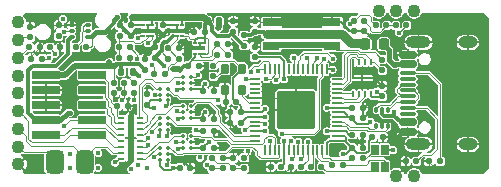
<source format=gbr>
%TF.GenerationSoftware,KiCad,Pcbnew,8.0.3*%
%TF.CreationDate,2024-06-14T23:01:06+10:00*%
%TF.ProjectId,rs-probe,72732d70-726f-4626-952e-6b696361645f,rev?*%
%TF.SameCoordinates,Original*%
%TF.FileFunction,Copper,L1,Top*%
%TF.FilePolarity,Positive*%
%FSLAX46Y46*%
G04 Gerber Fmt 4.6, Leading zero omitted, Abs format (unit mm)*
G04 Created by KiCad (PCBNEW 8.0.3) date 2024-06-14 23:01:06*
%MOMM*%
%LPD*%
G01*
G04 APERTURE LIST*
G04 Aperture macros list*
%AMRoundRect*
0 Rectangle with rounded corners*
0 $1 Rounding radius*
0 $2 $3 $4 $5 $6 $7 $8 $9 X,Y pos of 4 corners*
0 Add a 4 corners polygon primitive as box body*
4,1,4,$2,$3,$4,$5,$6,$7,$8,$9,$2,$3,0*
0 Add four circle primitives for the rounded corners*
1,1,$1+$1,$2,$3*
1,1,$1+$1,$4,$5*
1,1,$1+$1,$6,$7*
1,1,$1+$1,$8,$9*
0 Add four rect primitives between the rounded corners*
20,1,$1+$1,$2,$3,$4,$5,0*
20,1,$1+$1,$4,$5,$6,$7,0*
20,1,$1+$1,$6,$7,$8,$9,0*
20,1,$1+$1,$8,$9,$2,$3,0*%
G04 Aperture macros list end*
%TA.AperFunction,SMDPad,CuDef*%
%ADD10RoundRect,0.185000X-1.015000X-0.185000X1.015000X-0.185000X1.015000X0.185000X-1.015000X0.185000X0*%
%TD*%
%TA.AperFunction,SMDPad,CuDef*%
%ADD11RoundRect,0.150000X0.575000X-0.150000X0.575000X0.150000X-0.575000X0.150000X-0.575000X-0.150000X0*%
%TD*%
%TA.AperFunction,SMDPad,CuDef*%
%ADD12O,1.450000X0.300000*%
%TD*%
%TA.AperFunction,ComponentPad*%
%ADD13O,2.100000X1.000000*%
%TD*%
%TA.AperFunction,ComponentPad*%
%ADD14O,1.600000X1.000000*%
%TD*%
%TA.AperFunction,SMDPad,CuDef*%
%ADD15RoundRect,0.125000X0.200000X0.000010X-0.200000X0.000010X-0.200000X-0.000010X0.200000X-0.000010X0*%
%TD*%
%TA.AperFunction,SMDPad,CuDef*%
%ADD16RoundRect,0.125000X0.125000X1.925000X-0.125000X1.925000X-0.125000X-1.925000X0.125000X-1.925000X0*%
%TD*%
%TA.AperFunction,SMDPad,CuDef*%
%ADD17RoundRect,0.137500X-0.137500X-0.137500X0.137500X-0.137500X0.137500X0.137500X-0.137500X0.137500X0*%
%TD*%
%TA.AperFunction,SMDPad,CuDef*%
%ADD18RoundRect,0.137500X0.137500X-0.137500X0.137500X0.137500X-0.137500X0.137500X-0.137500X-0.137500X0*%
%TD*%
%TA.AperFunction,SMDPad,CuDef*%
%ADD19RoundRect,0.050000X-0.050000X0.387500X-0.050000X-0.387500X0.050000X-0.387500X0.050000X0.387500X0*%
%TD*%
%TA.AperFunction,SMDPad,CuDef*%
%ADD20RoundRect,0.050000X-0.387500X0.050000X-0.387500X-0.050000X0.387500X-0.050000X0.387500X0.050000X0*%
%TD*%
%TA.AperFunction,ComponentPad*%
%ADD21C,0.600000*%
%TD*%
%TA.AperFunction,SMDPad,CuDef*%
%ADD22RoundRect,0.144000X-1.456000X1.456000X-1.456000X-1.456000X1.456000X-1.456000X1.456000X1.456000X0*%
%TD*%
%TA.AperFunction,SMDPad,CuDef*%
%ADD23RoundRect,0.137500X-0.137500X0.137500X-0.137500X-0.137500X0.137500X-0.137500X0.137500X0.137500X0*%
%TD*%
%TA.AperFunction,SMDPad,CuDef*%
%ADD24RoundRect,0.067500X0.097500X0.067500X-0.097500X0.067500X-0.097500X-0.067500X0.097500X-0.067500X0*%
%TD*%
%TA.AperFunction,SMDPad,CuDef*%
%ADD25RoundRect,0.137500X0.137500X0.137500X-0.137500X0.137500X-0.137500X-0.137500X0.137500X-0.137500X0*%
%TD*%
%TA.AperFunction,SMDPad,CuDef*%
%ADD26RoundRect,0.147500X0.147500X0.172500X-0.147500X0.172500X-0.147500X-0.172500X0.147500X-0.172500X0*%
%TD*%
%TA.AperFunction,SMDPad,CuDef*%
%ADD27RoundRect,0.075000X-0.150000X-0.075000X0.150000X-0.075000X0.150000X0.075000X-0.150000X0.075000X0*%
%TD*%
%TA.AperFunction,SMDPad,CuDef*%
%ADD28RoundRect,0.062500X0.087500X-0.062500X0.087500X0.062500X-0.087500X0.062500X-0.087500X-0.062500X0*%
%TD*%
%TA.AperFunction,SMDPad,CuDef*%
%ADD29R,0.940000X0.300000*%
%TD*%
%TA.AperFunction,SMDPad,CuDef*%
%ADD30R,0.650000X0.850000*%
%TD*%
%TA.AperFunction,SMDPad,CuDef*%
%ADD31O,0.250000X0.600000*%
%TD*%
%TA.AperFunction,SMDPad,CuDef*%
%ADD32R,1.600000X0.200000*%
%TD*%
%TA.AperFunction,SMDPad,CuDef*%
%ADD33RoundRect,0.075000X0.075000X-0.150000X0.075000X0.150000X-0.075000X0.150000X-0.075000X-0.150000X0*%
%TD*%
%TA.AperFunction,SMDPad,CuDef*%
%ADD34RoundRect,0.375000X-0.375000X-0.625000X0.375000X-0.625000X0.375000X0.625000X-0.375000X0.625000X0*%
%TD*%
%TA.AperFunction,SMDPad,CuDef*%
%ADD35RoundRect,0.147500X-0.147500X-0.172500X0.147500X-0.172500X0.147500X0.172500X-0.147500X0.172500X0*%
%TD*%
%TA.AperFunction,SMDPad,CuDef*%
%ADD36RoundRect,0.218750X0.218750X0.256250X-0.218750X0.256250X-0.218750X-0.256250X0.218750X-0.256250X0*%
%TD*%
%TA.AperFunction,SMDPad,CuDef*%
%ADD37RoundRect,0.175000X-0.175000X0.275000X-0.175000X-0.275000X0.175000X-0.275000X0.175000X0.275000X0*%
%TD*%
%TA.AperFunction,SMDPad,CuDef*%
%ADD38R,1.450000X0.700000*%
%TD*%
%TA.AperFunction,ComponentPad*%
%ADD39C,1.100000*%
%TD*%
%TA.AperFunction,ViaPad*%
%ADD40C,0.450000*%
%TD*%
%TA.AperFunction,Conductor*%
%ADD41C,0.100000*%
%TD*%
%TA.AperFunction,Conductor*%
%ADD42C,0.300000*%
%TD*%
%TA.AperFunction,Conductor*%
%ADD43C,0.200000*%
%TD*%
%TA.AperFunction,Conductor*%
%ADD44C,0.150000*%
%TD*%
%TA.AperFunction,Conductor*%
%ADD45C,0.400000*%
%TD*%
%TA.AperFunction,Conductor*%
%ADD46C,0.700000*%
%TD*%
%TA.AperFunction,Conductor*%
%ADD47C,0.500000*%
%TD*%
%TA.AperFunction,Conductor*%
%ADD48C,0.350000*%
%TD*%
%TA.AperFunction,Conductor*%
%ADD49C,0.600000*%
%TD*%
%TA.AperFunction,Conductor*%
%ADD50C,0.800000*%
%TD*%
G04 APERTURE END LIST*
D10*
%TO.P,U5,1,T_VCC*%
%TO.N,/T_VCC*%
X2350000Y8540000D03*
%TO.P,U5,2,T_JTMS/T_SWDIO*%
%TO.N,/T_SWDIO_TMS*%
X6250000Y8540000D03*
%TO.P,U5,3,GND*%
%TO.N,GND*%
X2350000Y7270000D03*
%TO.P,U5,4,T_JCLK/T_SWCLK*%
%TO.N,/T_SWDCLK_JCLK*%
X6250000Y7270000D03*
%TO.P,U5,5,GND*%
%TO.N,GND*%
X2350000Y6000000D03*
%TO.P,U5,6,T_JTDO/T_SWO*%
%TO.N,/T_SWO_TDO*%
X6250000Y6000000D03*
%TO.P,U5,7,T_JRCLK*%
%TO.N,/5V_KEY*%
X2350000Y4730000D03*
%TO.P,U5,8,T_JTDI*%
%TO.N,/T_TDI*%
X6250000Y4730000D03*
%TO.P,U5,9,GNDDetect*%
%TO.N,/T_GNDDetect*%
X2350000Y3460000D03*
%TO.P,U5,10,T_NRST*%
%TO.N,/T_~{RESET}*%
X6250000Y3460000D03*
%TD*%
D11*
%TO.P,J1,A1,GND*%
%TO.N,GND*%
X32955000Y3750000D03*
%TO.P,J1,A4,VBUS*%
%TO.N,+5V*%
X32955000Y4550000D03*
D12*
%TO.P,J1,A5,CC1*%
%TO.N,Net-(J1-CC1)*%
X32955000Y5750000D03*
%TO.P,J1,A6,D+*%
%TO.N,/D_P*%
X32955000Y6750000D03*
%TO.P,J1,A7,D-*%
%TO.N,/D_N*%
X32955000Y7250000D03*
%TO.P,J1,A8,SBU1*%
%TO.N,unconnected-(J1-SBU1-PadA8)*%
X32955000Y8250000D03*
D11*
%TO.P,J1,A9,VBUS*%
%TO.N,+5V*%
X32955000Y9450000D03*
%TO.P,J1,A12,GND*%
%TO.N,GND*%
X32955000Y10250000D03*
%TO.P,J1,B1,GND*%
X32955000Y10250000D03*
%TO.P,J1,B4,VBUS*%
%TO.N,+5V*%
X32955000Y9450000D03*
D12*
%TO.P,J1,B5,CC2*%
%TO.N,Net-(J1-CC2)*%
X32955000Y8750000D03*
%TO.P,J1,B6,D+*%
%TO.N,/D_P*%
X32955000Y7750000D03*
%TO.P,J1,B7,D-*%
%TO.N,/D_N*%
X32955000Y6250000D03*
%TO.P,J1,B8,SBU2*%
%TO.N,unconnected-(J1-SBU2-PadB8)*%
X32955000Y5250000D03*
D11*
%TO.P,J1,B9,VBUS*%
%TO.N,+5V*%
X32955000Y4550000D03*
%TO.P,J1,B12,GND*%
%TO.N,GND*%
X32955000Y3750000D03*
D13*
%TO.P,J1,S1,SHIELD*%
X33870000Y2680000D03*
D14*
X38050000Y2680000D03*
D13*
X33870000Y11320000D03*
D14*
X38050000Y11320000D03*
%TD*%
D15*
%TO.P,U4,1,1A*%
%TO.N,Net-(U1-B)*%
X10325000Y1450000D03*
%TO.P,U4,2,2A*%
%TO.N,Net-(U2-B)*%
X10325000Y1950000D03*
%TO.P,U4,3,3A*%
%TO.N,/~{RESET}*%
X10325000Y2450000D03*
%TO.P,U4,4,4A*%
%TO.N,/GNDDetect*%
X10325000Y2950000D03*
%TO.P,U4,5,5A*%
%TO.N,Net-(U4-5A)*%
X10325000Y3450000D03*
%TO.P,U4,6,6A*%
%TO.N,Net-(U4-6A)*%
X10325000Y3950000D03*
%TO.P,U4,7,7A*%
%TO.N,Net-(U10-B)*%
X10325000Y4450000D03*
%TO.P,U4,8,8A*%
%TO.N,Net-(U11-B)*%
X10325000Y4950000D03*
%TO.P,U4,9,8B*%
%TO.N,/T_SWDIO_TMS*%
X8675000Y4950000D03*
%TO.P,U4,10,7B*%
%TO.N,/T_SWDCLK_JCLK*%
X8675000Y4450000D03*
%TO.P,U4,11,6B*%
%TO.N,/T_SWO_TDO*%
X8675000Y3950000D03*
%TO.P,U4,12,5B*%
%TO.N,/T_TDI*%
X8675000Y3450000D03*
%TO.P,U4,13,4B*%
%TO.N,/T_GNDDetect*%
X8675000Y2950000D03*
%TO.P,U4,14,3B*%
%TO.N,/T_~{RESET}*%
X8675000Y2450000D03*
%TO.P,U4,15,2B*%
%TO.N,/T_VCP_TX*%
X8675000Y1950000D03*
%TO.P,U4,16,1B*%
%TO.N,/T_VCP_RX*%
X8675000Y1450000D03*
D16*
%TO.P,U4,17,GND*%
%TO.N,GND*%
X9500000Y3200000D03*
%TD*%
D17*
%TO.P,R29,1*%
%TO.N,/VS2_T*%
X30250000Y12750000D03*
%TO.P,R29,2*%
%TO.N,Net-(C23-Pad1)*%
X31150000Y12750000D03*
%TD*%
%TO.P,R9,1*%
%TO.N,/T_VCC*%
X8075000Y7900000D03*
%TO.P,R9,2*%
%TO.N,/T_VCC_MEAS*%
X8975000Y7900000D03*
%TD*%
D18*
%TO.P,R2,1*%
%TO.N,Net-(U3-~{CS})*%
X30800000Y8950000D03*
%TO.P,R2,2*%
%TO.N,Net-(R2-Pad2)*%
X30800000Y9850000D03*
%TD*%
D19*
%TO.P,U6,1,IOVDD*%
%TO.N,+3.3V*%
X26100000Y9037500D03*
%TO.P,U6,2,GPIO0*%
%TO.N,/PWM_VS*%
X25700000Y9037500D03*
%TO.P,U6,3,GPIO1*%
%TO.N,/GPIO1*%
X25300000Y9037500D03*
%TO.P,U6,4,GPIO2*%
%TO.N,/GPIO2*%
X24900000Y9037500D03*
%TO.P,U6,5,GPIO3*%
%TO.N,/5V_KEY_EN*%
X24500000Y9037500D03*
%TO.P,U6,6,GPIO4*%
%TO.N,unconnected-(U6-GPIO4-Pad6)*%
X24100000Y9037500D03*
%TO.P,U6,7,GPIO5*%
%TO.N,/PWM2_VS*%
X23700000Y9037500D03*
%TO.P,U6,8,GPIO6*%
%TO.N,/T_VCC_EN*%
X23300000Y9037500D03*
%TO.P,U6,9,GPIO7*%
%TO.N,unconnected-(U6-GPIO7-Pad9)*%
X22900000Y9037500D03*
%TO.P,U6,10,IOVDD*%
%TO.N,+3.3V*%
X22500000Y9037500D03*
%TO.P,U6,11,GPIO8*%
%TO.N,/GNDDetect*%
X22100000Y9037500D03*
%TO.P,U6,12,GPIO9*%
%TO.N,/~{RESET}*%
X21700000Y9037500D03*
%TO.P,U6,13,GPIO10*%
%TO.N,/SWDIO_TMS*%
X21300000Y9037500D03*
%TO.P,U6,14,GPIO11*%
%TO.N,/SWDCLK_JCLK*%
X20900000Y9037500D03*
D20*
%TO.P,U6,15,GPIO12*%
%TO.N,/DIR_SWDIO_TMS*%
X20062500Y8200000D03*
%TO.P,U6,16,GPIO13*%
%TO.N,unconnected-(U6-GPIO13-Pad16)*%
X20062500Y7800000D03*
%TO.P,U6,17,GPIO14*%
%TO.N,unconnected-(U6-GPIO14-Pad17)*%
X20062500Y7400000D03*
%TO.P,U6,18,GPIO15*%
%TO.N,unconnected-(U6-GPIO15-Pad18)*%
X20062500Y7000000D03*
%TO.P,U6,19,TESTEN*%
%TO.N,GND*%
X20062500Y6600000D03*
%TO.P,U6,20,XIN*%
%TO.N,Net-(U6-XIN)*%
X20062500Y6200000D03*
%TO.P,U6,21,XOUT*%
%TO.N,unconnected-(U6-XOUT-Pad21)*%
X20062500Y5800000D03*
%TO.P,U6,22,IOVDD*%
%TO.N,+3.3V*%
X20062500Y5400000D03*
%TO.P,U6,23,DVDD*%
%TO.N,+1V1*%
X20062500Y5000000D03*
%TO.P,U6,24,SWCLK*%
%TO.N,/P_SWCLK*%
X20062500Y4600000D03*
%TO.P,U6,25,SWD*%
%TO.N,/P_SWDIO*%
X20062500Y4200000D03*
%TO.P,U6,26,RUN*%
%TO.N,+3.3V*%
X20062500Y3800000D03*
%TO.P,U6,27,GPIO16*%
%TO.N,/SWO_TDO*%
X20062500Y3400000D03*
%TO.P,U6,28,GPIO17*%
%TO.N,/TDI*%
X20062500Y3000000D03*
D19*
%TO.P,U6,29,GPIO18*%
%TO.N,unconnected-(U6-GPIO18-Pad29)*%
X20900000Y2162500D03*
%TO.P,U6,30,GPIO19*%
%TO.N,/DIR_SWDCLK_JCLK*%
X21300000Y2162500D03*
%TO.P,U6,31,GPIO20*%
%TO.N,/VCP_TX*%
X21700000Y2162500D03*
%TO.P,U6,32,GPIO21*%
%TO.N,/VCP_RX*%
X22100000Y2162500D03*
%TO.P,U6,33,IOVDD*%
%TO.N,+3.3V*%
X22500000Y2162500D03*
%TO.P,U6,34,GPIO22*%
%TO.N,/DIR_SWO_TDO*%
X22900000Y2162500D03*
%TO.P,U6,35,GPIO23*%
%TO.N,/DIR_TDI*%
X23300000Y2162500D03*
%TO.P,U6,36,GPIO24*%
%TO.N,/DIR_VCP_TX*%
X23700000Y2162500D03*
%TO.P,U6,37,GPIO25*%
%TO.N,/DIR_VCP_RX*%
X24100000Y2162500D03*
%TO.P,U6,38,GPIO26_ADC0*%
%TO.N,/T_VCC_MEAS*%
X24500000Y2162500D03*
%TO.P,U6,39,GPIO27_ADC1*%
%TO.N,/LED2*%
X24900000Y2162500D03*
%TO.P,U6,40,GPIO28_ADC2*%
%TO.N,/LED1*%
X25300000Y2162500D03*
%TO.P,U6,41,GPIO29_ADC3*%
%TO.N,/LED3*%
X25700000Y2162500D03*
%TO.P,U6,42,IOVDD*%
%TO.N,+3.3V*%
X26100000Y2162500D03*
D20*
%TO.P,U6,43,ADC_AVDD*%
X26937500Y3000000D03*
%TO.P,U6,44,VREG_IN*%
X26937500Y3400000D03*
%TO.P,U6,45,VREG_VOUT*%
%TO.N,+1V1*%
X26937500Y3800000D03*
%TO.P,U6,46,USB_DM*%
%TO.N,/D_FS_N*%
X26937500Y4200000D03*
%TO.P,U6,47,USB_DP*%
%TO.N,/D_FS_P*%
X26937500Y4600000D03*
%TO.P,U6,48,USB_VDD*%
%TO.N,+3.3V*%
X26937500Y5000000D03*
%TO.P,U6,49,IOVDD*%
X26937500Y5400000D03*
%TO.P,U6,50,DVDD*%
%TO.N,+1V1*%
X26937500Y5800000D03*
%TO.P,U6,51,QSPI_SD3*%
%TO.N,Net-(U3-IO3)*%
X26937500Y6200000D03*
%TO.P,U6,52,QSPI_SCLK*%
%TO.N,Net-(U3-CLK)*%
X26937500Y6600000D03*
%TO.P,U6,53,QSPI_SD0*%
%TO.N,Net-(U3-DI(IO0))*%
X26937500Y7000000D03*
%TO.P,U6,54,QSPI_SD2*%
%TO.N,Net-(U3-IO2)*%
X26937500Y7400000D03*
%TO.P,U6,55,QSPI_SD1*%
%TO.N,Net-(U3-DO(IO1))*%
X26937500Y7800000D03*
%TO.P,U6,56,QSPI_SS*%
%TO.N,Net-(U3-~{CS})*%
X26937500Y8200000D03*
D21*
%TO.P,U6,57,GND*%
%TO.N,GND*%
X24775000Y6875000D03*
X23500000Y6875000D03*
X22225000Y6875000D03*
X24775000Y5600000D03*
X23500000Y5600000D03*
D22*
X23500000Y5600000D03*
D21*
X22225000Y5600000D03*
X24775000Y4325000D03*
X23500000Y4325000D03*
X22225000Y4325000D03*
%TD*%
D23*
%TO.P,R17,1*%
%TO.N,+3.3V*%
X16500000Y9350000D03*
%TO.P,R17,2*%
%TO.N,Net-(X1-Tri-State)*%
X16500000Y8450000D03*
%TD*%
D24*
%TO.P,U10,1,VCCA*%
%TO.N,+3.3V*%
X12640000Y6400000D03*
%TO.P,U10,2,GND*%
%TO.N,GND*%
X12640000Y6900000D03*
%TO.P,U10,3,A*%
%TO.N,/SWDCLK_JCLK*%
X12640000Y7400000D03*
%TO.P,U10,4,B*%
%TO.N,Net-(U10-B)*%
X11960000Y7400000D03*
%TO.P,U10,5,DIR*%
%TO.N,/DIR_SWDCLK_JCLK*%
X11960000Y6900000D03*
%TO.P,U10,6,VCCB*%
%TO.N,/TRANS_VCC*%
X11960000Y6400000D03*
%TD*%
D25*
%TO.P,C22,1*%
%TO.N,/T_VCC_MEAS*%
X23950000Y800000D03*
%TO.P,C22,2*%
%TO.N,GND*%
X23050000Y800000D03*
%TD*%
D26*
%TO.P,D2,1,K*%
%TO.N,/PROTECTED_5V*%
X16985000Y13100000D03*
%TO.P,D2,2,A*%
%TO.N,/FUSED_5V*%
X16015000Y13100000D03*
%TD*%
D17*
%TO.P,C25,1*%
%TO.N,+3.3V*%
X14350000Y9350000D03*
%TO.P,C25,2*%
%TO.N,GND*%
X15250000Y9350000D03*
%TD*%
D18*
%TO.P,C13,1*%
%TO.N,+3.3V*%
X20000000Y10050000D03*
%TO.P,C13,2*%
%TO.N,GND*%
X20000000Y10950000D03*
%TD*%
D17*
%TO.P,C18,1*%
%TO.N,+3.3V*%
X15650000Y7200000D03*
%TO.P,C18,2*%
%TO.N,GND*%
X16550000Y7200000D03*
%TD*%
D18*
%TO.P,R8,1*%
%TO.N,/VS_T*%
X16400000Y650000D03*
%TO.P,R8,2*%
%TO.N,Net-(C5-Pad1)*%
X16400000Y1550000D03*
%TD*%
D25*
%TO.P,R11,1*%
%TO.N,/T_VCC_MEAS*%
X8975000Y7000000D03*
%TO.P,R11,2*%
%TO.N,GND*%
X8075000Y7000000D03*
%TD*%
D17*
%TO.P,C17,1*%
%TO.N,/TRANS_VCC*%
X15650000Y3800000D03*
%TO.P,C17,2*%
%TO.N,GND*%
X16550000Y3800000D03*
%TD*%
D25*
%TO.P,R13,1*%
%TO.N,GND*%
X13600000Y10800000D03*
%TO.P,R13,2*%
%TO.N,/ADJ2_T*%
X12700000Y10800000D03*
%TD*%
%TO.P,C1,1*%
%TO.N,+3.3V*%
X18450000Y6300000D03*
%TO.P,C1,2*%
%TO.N,GND*%
X17550000Y6300000D03*
%TD*%
D27*
%TO.P,Q1,1,S1*%
%TO.N,GND*%
X4500000Y12800000D03*
%TO.P,Q1,2,G1*%
%TO.N,/5V_KEY_EN*%
X4500000Y12300000D03*
%TO.P,Q1,3,D2*%
%TO.N,/5V_KEY*%
X4500000Y11800000D03*
%TO.P,Q1,4,S2*%
%TO.N,/PROTECTED_5V*%
X5900000Y11800000D03*
%TO.P,Q1,5,G2*%
%TO.N,Net-(Q1A-D1)*%
X5900000Y12300000D03*
%TO.P,Q1,6,D1*%
X5900000Y12800000D03*
%TD*%
D24*
%TO.P,U8,1,VCCA*%
%TO.N,+3.3V*%
X12640000Y3900000D03*
%TO.P,U8,2,GND*%
%TO.N,GND*%
X12640000Y4400000D03*
%TO.P,U8,3,A*%
%TO.N,/TDI*%
X12640000Y4900000D03*
%TO.P,U8,4,B*%
%TO.N,Net-(U4-5A)*%
X11960000Y4900000D03*
%TO.P,U8,5,DIR*%
%TO.N,/DIR_TDI*%
X11960000Y4400000D03*
%TO.P,U8,6,VCCB*%
%TO.N,/TRANS_VCC*%
X11960000Y3900000D03*
%TD*%
D25*
%TO.P,C3,1*%
%TO.N,+3.3V*%
X22250000Y800000D03*
%TO.P,C3,2*%
%TO.N,GND*%
X21350000Y800000D03*
%TD*%
D17*
%TO.P,R16,1*%
%TO.N,/ADJ_T*%
X8550000Y10900000D03*
%TO.P,R16,2*%
%TO.N,/VS_T*%
X9450000Y10900000D03*
%TD*%
D23*
%TO.P,C26,1*%
%TO.N,/FUSED_5V*%
X9500000Y12750000D03*
%TO.P,C26,2*%
%TO.N,GND*%
X9500000Y11850000D03*
%TD*%
D25*
%TO.P,C24,1*%
%TO.N,/FUSED_5V*%
X15775000Y12175000D03*
%TO.P,C24,2*%
%TO.N,GND*%
X14875000Y12175000D03*
%TD*%
D23*
%TO.P,C23,1*%
%TO.N,Net-(C23-Pad1)*%
X29300000Y13150000D03*
%TO.P,C23,2*%
%TO.N,GND*%
X29300000Y12250000D03*
%TD*%
%TO.P,C28,1*%
%TO.N,/VS2_T*%
X28400000Y13150000D03*
%TO.P,C28,2*%
%TO.N,GND*%
X28400000Y12250000D03*
%TD*%
D17*
%TO.P,C16,1*%
%TO.N,/TRANS_VCC*%
X13650000Y700000D03*
%TO.P,C16,2*%
%TO.N,GND*%
X14550000Y700000D03*
%TD*%
%TO.P,C6,1*%
%TO.N,+3.3V*%
X29950000Y3300000D03*
%TO.P,C6,2*%
%TO.N,GND*%
X30850000Y3300000D03*
%TD*%
D28*
%TO.P,U14,1,OUT*%
%TO.N,/TRANS_VCC*%
X13065000Y11825000D03*
%TO.P,U14,2,ADJ/NC*%
%TO.N,/ADJ2_T*%
X13465000Y11825000D03*
%TO.P,U14,3,EN*%
%TO.N,/FUSED_5V*%
X13865000Y11825000D03*
%TO.P,U14,4,BIAS*%
X13865000Y12775000D03*
%TO.P,U14,5,GND*%
%TO.N,GND*%
X13465000Y12775000D03*
%TO.P,U14,6,IN*%
%TO.N,/FUSED_5V*%
X13065000Y12775000D03*
D29*
%TO.P,U14,7,GND*%
%TO.N,GND*%
X13465000Y12300000D03*
%TD*%
D23*
%TO.P,C2,1*%
%TO.N,/FUSED_5V*%
X12200000Y12800000D03*
%TO.P,C2,2*%
%TO.N,GND*%
X12200000Y11900000D03*
%TD*%
D18*
%TO.P,C27,1*%
%TO.N,/T_VCC*%
X10700000Y9000000D03*
%TO.P,C27,2*%
%TO.N,GND*%
X10700000Y9900000D03*
%TD*%
D25*
%TO.P,R4,1*%
%TO.N,Net-(J1-CC2)*%
X35700000Y1250000D03*
%TO.P,R4,2*%
%TO.N,GND*%
X34800000Y1250000D03*
%TD*%
D18*
%TO.P,C21,1*%
%TO.N,/TRANS_VCC*%
X11550000Y10000000D03*
%TO.P,C21,2*%
%TO.N,GND*%
X11550000Y10900000D03*
%TD*%
D24*
%TO.P,U9,1,VCCA*%
%TO.N,+3.3V*%
X14640000Y4900000D03*
%TO.P,U9,2,GND*%
%TO.N,GND*%
X14640000Y5400000D03*
%TO.P,U9,3,A*%
%TO.N,/SWO_TDO*%
X14640000Y5900000D03*
%TO.P,U9,4,B*%
%TO.N,Net-(U4-6A)*%
X13960000Y5900000D03*
%TO.P,U9,5,DIR*%
%TO.N,/DIR_SWO_TDO*%
X13960000Y5400000D03*
%TO.P,U9,6,VCCB*%
%TO.N,/TRANS_VCC*%
X13960000Y4900000D03*
%TD*%
D30*
%TO.P,D1,1,RK*%
%TO.N,Net-(D1-RK)*%
X31025000Y775000D03*
%TO.P,D1,2,GK*%
%TO.N,Net-(D1-GK)*%
X30175000Y775000D03*
%TO.P,D1,3,BK*%
%TO.N,Net-(D1-BK)*%
X30175000Y2225000D03*
%TO.P,D1,4,A*%
%TO.N,+3.3V*%
X31025000Y2225000D03*
%TD*%
D17*
%TO.P,C4,1*%
%TO.N,+1V1*%
X28250000Y3500000D03*
%TO.P,C4,2*%
%TO.N,GND*%
X29150000Y3500000D03*
%TD*%
%TO.P,R14,1*%
%TO.N,/ADJ_T*%
X8550000Y10000000D03*
%TO.P,R14,2*%
%TO.N,/T_VCC*%
X9450000Y10000000D03*
%TD*%
D23*
%TO.P,R21,1*%
%TO.N,Net-(U12-ADJ{slash}NC)*%
X16850000Y11150000D03*
%TO.P,R21,2*%
%TO.N,+3.3V*%
X16850000Y10250000D03*
%TD*%
D31*
%TO.P,U3,1,~{CS}*%
%TO.N,Net-(U3-~{CS})*%
X29850000Y9650000D03*
%TO.P,U3,2,DO(IO1)*%
%TO.N,Net-(U3-DO(IO1))*%
X29350000Y9650000D03*
%TO.P,U3,3,IO2*%
%TO.N,Net-(U3-IO2)*%
X28850000Y9650000D03*
%TO.P,U3,4,GND*%
%TO.N,GND*%
X28350000Y9650000D03*
%TO.P,U3,5,DI(IO0)*%
%TO.N,Net-(U3-DI(IO0))*%
X28350000Y6950000D03*
%TO.P,U3,6,CLK*%
%TO.N,Net-(U3-CLK)*%
X28850000Y6950000D03*
%TO.P,U3,7,IO3*%
%TO.N,Net-(U3-IO3)*%
X29350000Y6950000D03*
%TO.P,U3,8,VCC*%
%TO.N,+3.3V*%
X29850000Y6950000D03*
D32*
%TO.P,U3,9,EP*%
%TO.N,GND*%
X29100000Y8300000D03*
%TD*%
D23*
%TO.P,R25,1*%
%TO.N,GND*%
X17750000Y11150000D03*
%TO.P,R25,2*%
%TO.N,Net-(U12-ADJ{slash}NC)*%
X17750000Y10250000D03*
%TD*%
%TO.P,R15,1*%
%TO.N,GND*%
X8600000Y12750000D03*
%TO.P,R15,2*%
%TO.N,/ADJ_T*%
X8600000Y11850000D03*
%TD*%
D18*
%TO.P,C15,1*%
%TO.N,/TRANS_VCC*%
X10900000Y6050000D03*
%TO.P,C15,2*%
%TO.N,GND*%
X10900000Y6950000D03*
%TD*%
D33*
%TO.P,U7,1,D1I*%
%TO.N,/D_FS_P*%
X30300000Y4200000D03*
%TO.P,U7,2,GND*%
%TO.N,GND*%
X30800000Y4200000D03*
%TO.P,U7,3,D2I*%
%TO.N,/D_FS_N*%
X31300000Y4200000D03*
%TO.P,U7,4,D2O*%
%TO.N,/D_N*%
X31300000Y5600000D03*
%TO.P,U7,5,VBUS*%
%TO.N,+5V*%
X30800000Y5600000D03*
%TO.P,U7,6,D1O*%
%TO.N,/D_P*%
X30300000Y5600000D03*
%TD*%
D25*
%TO.P,R10,1*%
%TO.N,GND*%
X3550000Y10900000D03*
%TO.P,R10,2*%
%TO.N,/T_TDI*%
X2650000Y10900000D03*
%TD*%
D17*
%TO.P,C19,1*%
%TO.N,+3.3V*%
X15650000Y2400000D03*
%TO.P,C19,2*%
%TO.N,GND*%
X16550000Y2400000D03*
%TD*%
D23*
%TO.P,R23,1*%
%TO.N,GND*%
X1000000Y12650000D03*
%TO.P,R23,2*%
%TO.N,/T_SWDCLK_JCLK*%
X1000000Y11750000D03*
%TD*%
D28*
%TO.P,U13,1,OUT*%
%TO.N,Net-(D3-A)*%
X10550000Y11825000D03*
%TO.P,U13,2,ADJ/NC*%
%TO.N,/ADJ_T*%
X10950000Y11825000D03*
%TO.P,U13,3,EN*%
%TO.N,/T_VCC_EN*%
X11350000Y11825000D03*
%TO.P,U13,4,BIAS*%
%TO.N,/FUSED_5V*%
X11350000Y12775000D03*
%TO.P,U13,5,GND*%
%TO.N,GND*%
X10950000Y12775000D03*
%TO.P,U13,6,IN*%
%TO.N,/FUSED_5V*%
X10550000Y12775000D03*
D29*
%TO.P,U13,7,GND*%
%TO.N,GND*%
X10950000Y12300000D03*
%TD*%
D24*
%TO.P,U1,1,VCCA*%
%TO.N,+3.3V*%
X12640000Y1400000D03*
%TO.P,U1,2,GND*%
%TO.N,GND*%
X12640000Y1900000D03*
%TO.P,U1,3,A*%
%TO.N,/VCP_RX*%
X12640000Y2400000D03*
%TO.P,U1,4,B*%
%TO.N,Net-(U1-B)*%
X11960000Y2400000D03*
%TO.P,U1,5,DIR*%
%TO.N,/DIR_VCP_RX*%
X11960000Y1900000D03*
%TO.P,U1,6,VCCB*%
%TO.N,/TRANS_VCC*%
X11960000Y1400000D03*
%TD*%
D34*
%TO.P,J10,1,Pin_1*%
%TO.N,/T_VCP_RX*%
X3060000Y1200000D03*
%TD*%
D25*
%TO.P,R6,1*%
%TO.N,Net-(D1-GK)*%
X25650000Y800000D03*
%TO.P,R6,2*%
%TO.N,/LED2*%
X24750000Y800000D03*
%TD*%
%TO.P,R7,1*%
%TO.N,Net-(D1-BK)*%
X29150000Y1500000D03*
%TO.P,R7,2*%
%TO.N,/LED3*%
X28250000Y1500000D03*
%TD*%
D24*
%TO.P,U11,1,VCCA*%
%TO.N,+3.3V*%
X14640000Y7400000D03*
%TO.P,U11,2,GND*%
%TO.N,GND*%
X14640000Y7900000D03*
%TO.P,U11,3,A*%
%TO.N,/SWDIO_TMS*%
X14640000Y8400000D03*
%TO.P,U11,4,B*%
%TO.N,Net-(U11-B)*%
X13960000Y8400000D03*
%TO.P,U11,5,DIR*%
%TO.N,/DIR_SWDIO_TMS*%
X13960000Y7900000D03*
%TO.P,U11,6,VCCB*%
%TO.N,/TRANS_VCC*%
X13960000Y7400000D03*
%TD*%
D34*
%TO.P,J11,1,Pin_1*%
%TO.N,/T_VCP_TX*%
X5600000Y1200000D03*
%TD*%
D18*
%TO.P,R1,1*%
%TO.N,Net-(C5-Pad1)*%
X19100000Y650000D03*
%TO.P,R1,2*%
%TO.N,/PWM_VS*%
X19100000Y1550000D03*
%TD*%
D25*
%TO.P,C10,1*%
%TO.N,+1V1*%
X18850000Y4500000D03*
%TO.P,C10,2*%
%TO.N,GND*%
X17950000Y4500000D03*
%TD*%
%TO.P,R12,1*%
%TO.N,/ADJ2_T*%
X13600000Y9950000D03*
%TO.P,R12,2*%
%TO.N,/TRANS_VCC*%
X12700000Y9950000D03*
%TD*%
D17*
%TO.P,C7,1*%
%TO.N,+1V1*%
X28250000Y5800000D03*
%TO.P,C7,2*%
%TO.N,GND*%
X29150000Y5800000D03*
%TD*%
D25*
%TO.P,R22,1*%
%TO.N,GND*%
X9250000Y5900000D03*
%TO.P,R22,2*%
%TO.N,/T_SWDIO_TMS*%
X8350000Y5900000D03*
%TD*%
D17*
%TO.P,C20,1*%
%TO.N,+3.3V*%
X15650000Y4800000D03*
%TO.P,C20,2*%
%TO.N,GND*%
X16550000Y4800000D03*
%TD*%
%TO.P,C11,1*%
%TO.N,+3.3V*%
X28250000Y2400000D03*
%TO.P,C11,2*%
%TO.N,GND*%
X29150000Y2400000D03*
%TD*%
D18*
%TO.P,C14,1*%
%TO.N,+3.3V*%
X30800000Y6750000D03*
%TO.P,C14,2*%
%TO.N,GND*%
X30800000Y7650000D03*
%TD*%
D35*
%TO.P,D3,1,K*%
%TO.N,/T_VCC*%
X8715000Y8850000D03*
%TO.P,D3,2,A*%
%TO.N,Net-(D3-A)*%
X9685000Y8850000D03*
%TD*%
D25*
%TO.P,R27,1*%
%TO.N,/ADJ2_T*%
X12400000Y8650000D03*
%TO.P,R27,2*%
%TO.N,/VS2_T*%
X11500000Y8650000D03*
%TD*%
D17*
%TO.P,R18,1*%
%TO.N,GND*%
X1100000Y9950000D03*
%TO.P,R18,2*%
%TO.N,/T_VCP_RX*%
X2000000Y9950000D03*
%TD*%
%TO.P,R20,1*%
%TO.N,Net-(Q1A-D1)*%
X4850000Y10900000D03*
%TO.P,R20,2*%
%TO.N,/PROTECTED_5V*%
X5750000Y10900000D03*
%TD*%
D18*
%TO.P,C8,1*%
%TO.N,/VS_T*%
X17300000Y650000D03*
%TO.P,C8,2*%
%TO.N,GND*%
X17300000Y1550000D03*
%TD*%
D36*
%TO.P,F1,1*%
%TO.N,+5V*%
X30937500Y11150000D03*
%TO.P,F1,2*%
%TO.N,Net-(C29-Pad1)*%
X29362500Y11150000D03*
%TD*%
D25*
%TO.P,R5,1*%
%TO.N,Net-(D1-RK)*%
X27450000Y900000D03*
%TO.P,R5,2*%
%TO.N,/LED1*%
X26550000Y900000D03*
%TD*%
D24*
%TO.P,U2,1,VCCA*%
%TO.N,+3.3V*%
X14640000Y2400000D03*
%TO.P,U2,2,GND*%
%TO.N,GND*%
X14640000Y2900000D03*
%TO.P,U2,3,A*%
%TO.N,/VCP_TX*%
X14640000Y3400000D03*
%TO.P,U2,4,B*%
%TO.N,Net-(U2-B)*%
X13960000Y3400000D03*
%TO.P,U2,5,DIR*%
%TO.N,/DIR_VCP_TX*%
X13960000Y2900000D03*
%TO.P,U2,6,VCCB*%
%TO.N,/TRANS_VCC*%
X13960000Y2400000D03*
%TD*%
D23*
%TO.P,R19,1*%
%TO.N,GND*%
X3400000Y12750000D03*
%TO.P,R19,2*%
%TO.N,/5V_KEY_EN*%
X3400000Y11850000D03*
%TD*%
D25*
%TO.P,C9,1*%
%TO.N,+3.3V*%
X18850000Y5400000D03*
%TO.P,C9,2*%
%TO.N,GND*%
X17950000Y5400000D03*
%TD*%
D37*
%TO.P,X1,1,Tri-State*%
%TO.N,Net-(X1-Tri-State)*%
X17450000Y9100000D03*
%TO.P,X1,2,GND*%
%TO.N,GND*%
X17450000Y7300000D03*
%TO.P,X1,3,OUT*%
%TO.N,Net-(U6-XIN)*%
X18950000Y7325000D03*
%TO.P,X1,4,VDD*%
%TO.N,+3.3V*%
X18950000Y9075000D03*
%TD*%
D18*
%TO.P,C30,1*%
%TO.N,/FUSED_5V*%
X18200000Y12225000D03*
%TO.P,C30,2*%
%TO.N,GND*%
X18200000Y13125000D03*
%TD*%
D25*
%TO.P,R3,1*%
%TO.N,Net-(J1-CC1)*%
X33700000Y1250000D03*
%TO.P,R3,2*%
%TO.N,GND*%
X32800000Y1250000D03*
%TD*%
D18*
%TO.P,C29,1*%
%TO.N,Net-(C29-Pad1)*%
X20000000Y12225000D03*
%TO.P,C29,2*%
%TO.N,GND*%
X20000000Y13125000D03*
%TD*%
D28*
%TO.P,U12,1,OUT*%
%TO.N,+3.3V*%
X14950000Y10350000D03*
%TO.P,U12,2,ADJ/NC*%
%TO.N,Net-(U12-ADJ{slash}NC)*%
X15350000Y10350000D03*
%TO.P,U12,3,EN*%
%TO.N,/FUSED_5V*%
X15750000Y10350000D03*
%TO.P,U12,4,BIAS*%
X15750000Y11300000D03*
%TO.P,U12,5,GND*%
%TO.N,GND*%
X15350000Y11300000D03*
%TO.P,U12,6,IN*%
%TO.N,/FUSED_5V*%
X14950000Y11300000D03*
D29*
%TO.P,U12,7,GND*%
%TO.N,GND*%
X15350000Y10825000D03*
%TD*%
D38*
%TO.P,SW1,1,1*%
%TO.N,GND*%
X21420000Y13000000D03*
X26580000Y13000000D03*
%TO.P,SW1,2,2*%
%TO.N,Net-(R2-Pad2)*%
X21420000Y11000000D03*
X26580000Y11000000D03*
%TD*%
D18*
%TO.P,C5,1*%
%TO.N,Net-(C5-Pad1)*%
X18200000Y650000D03*
%TO.P,C5,2*%
%TO.N,GND*%
X18200000Y1550000D03*
%TD*%
D23*
%TO.P,FB1,1*%
%TO.N,Net-(C29-Pad1)*%
X19100000Y11925000D03*
%TO.P,FB1,2*%
%TO.N,/FUSED_5V*%
X19100000Y11025000D03*
%TD*%
%TO.P,R26,1*%
%TO.N,GND*%
X9750000Y7900000D03*
%TO.P,R26,2*%
%TO.N,/T_VCP_TX*%
X9750000Y7000000D03*
%TD*%
D17*
%TO.P,R28,1*%
%TO.N,Net-(C23-Pad1)*%
X31950000Y12750000D03*
%TO.P,R28,2*%
%TO.N,/PWM2_VS*%
X32850000Y12750000D03*
%TD*%
%TO.P,C12,1*%
%TO.N,+3.3V*%
X28250000Y4900000D03*
%TO.P,C12,2*%
%TO.N,GND*%
X29150000Y4900000D03*
%TD*%
D25*
%TO.P,R24,1*%
%TO.N,GND*%
X1800000Y10900000D03*
%TO.P,R24,2*%
%TO.N,/T_SWO_TDO*%
X900000Y10900000D03*
%TD*%
D39*
%TO.P,J2,1,Pin_1*%
%TO.N,GND*%
X0Y1000000D03*
%TO.P,J2,2,Pin_2*%
%TO.N,/T_VCP_RX*%
X0Y2500000D03*
%TO.P,J2,3,Pin_3*%
%TO.N,/T_VCP_TX*%
X0Y4000000D03*
%TO.P,J2,4,Pin_4*%
%TO.N,/T_~{RESET}*%
X0Y5500000D03*
%TO.P,J2,5,Pin_5*%
%TO.N,/T_TDI*%
X0Y7000000D03*
%TO.P,J2,6,Pin_6*%
%TO.N,/T_GNDDetect*%
X0Y8500000D03*
%TO.P,J2,7,Pin_7*%
%TO.N,/T_SWO_TDO*%
X0Y10000000D03*
%TO.P,J2,8,Pin_8*%
%TO.N,/T_SWDCLK_JCLK*%
X0Y11500000D03*
%TO.P,J2,9,Pin_9*%
%TO.N,/T_SWDIO_TMS*%
X0Y13000000D03*
%TD*%
%TO.P,J4,1,Pin_1*%
%TO.N,/GPIO2*%
X30500000Y14000000D03*
%TO.P,J4,2,Pin_2*%
%TO.N,/GPIO1*%
X32000000Y14000000D03*
%TO.P,J4,3,Pin_3*%
%TO.N,/T_VCC*%
X33500000Y14000000D03*
%TD*%
%TO.P,J3,1,Pin_1*%
%TO.N,/5V_KEY*%
X33500000Y0D03*
%TO.P,J3,2,Pin_2*%
%TO.N,GND*%
X32000000Y0D03*
%TD*%
D40*
%TO.N,Net-(D3-A)*%
X10200000Y8450000D03*
X10120000Y11660000D03*
%TO.N,GND*%
X11030000Y10460000D03*
X8970000Y13380000D03*
X9800000Y5600000D03*
X15200000Y7900000D03*
X35575000Y450000D03*
X14350000Y12625000D03*
X5850000Y13500000D03*
X13850000Y11350000D03*
X32400000Y10800000D03*
X34500000Y13550000D03*
X18600000Y2100000D03*
X1900000Y500000D03*
X14770000Y1560000D03*
X13300000Y3800000D03*
X16500000Y7800000D03*
X29100000Y7850000D03*
X26050000Y6750000D03*
X29700000Y6200000D03*
X19075000Y12600000D03*
X15200000Y5400000D03*
X13200000Y6500000D03*
X20300000Y11460000D03*
X1900000Y1300000D03*
X1300000Y13550000D03*
X32000000Y10100000D03*
X31800000Y3900000D03*
X34100000Y7500000D03*
X39550000Y2725000D03*
X20714812Y985188D03*
X18400000Y4000000D03*
X32300000Y3100000D03*
X11000000Y7500000D03*
X28650000Y8900000D03*
X18280000Y11140000D03*
X1400000Y6000000D03*
X17312878Y5416746D03*
X26800000Y2300000D03*
X9500000Y3300000D03*
X15250000Y2950000D03*
X15870000Y9420000D03*
X10050000Y12250000D03*
X28800000Y2900000D03*
X17400000Y8200000D03*
X17200000Y2600000D03*
X6400000Y10500000D03*
X29700000Y5300000D03*
X30800000Y8300000D03*
X25200000Y3100000D03*
X8500000Y550000D03*
X31500000Y3300000D03*
X3000000Y13550000D03*
X27050000Y9500000D03*
X8230000Y6530000D03*
X37275000Y450000D03*
X39550000Y11300000D03*
X17100000Y3500000D03*
X3300000Y5900000D03*
X3200000Y7200000D03*
X1900000Y7300000D03*
X16500000Y5400000D03*
X37300000Y13550000D03*
X32200000Y1500000D03*
X11700000Y12288306D03*
%TO.N,+3.3V*%
X12600000Y3400000D03*
X22500000Y8200000D03*
X20900000Y3800000D03*
X30325000Y7150000D03*
X12550000Y949989D03*
X13700000Y9000000D03*
X20900000Y5700000D03*
X16100000Y2900000D03*
X31700000Y2200000D03*
X27500000Y1900000D03*
X29800000Y4600000D03*
X15800000Y7800000D03*
X26600000Y9000000D03*
X15800000Y5400000D03*
X3800000Y13300000D03*
X12500000Y5900000D03*
X13100000Y9100000D03*
X22500000Y3000000D03*
%TO.N,+5V*%
X31800000Y5400000D03*
X31900000Y9400000D03*
%TO.N,/T_GNDDetect*%
X3300000Y3500000D03*
%TO.N,/T_VCP_RX*%
X3300000Y1900000D03*
X2600000Y10000000D03*
X3300000Y700000D03*
X8200000Y1150000D03*
%TO.N,/T_VCP_TX*%
X5900000Y700000D03*
X9800000Y6425000D03*
X5900000Y1950000D03*
%TO.N,/P_SWCLK*%
X20900000Y4400000D03*
%TO.N,/P_SWDIO*%
X19200000Y3900000D03*
%TO.N,/T_SWO_TDO*%
X5300000Y5850000D03*
%TO.N,/T_SWDIO_TMS*%
X9550000Y600000D03*
X10100000Y950000D03*
X5300000Y8500000D03*
%TO.N,/T_SWDCLK_JCLK*%
X6750000Y700000D03*
X6750000Y1950000D03*
X5300000Y7250000D03*
%TO.N,/T_TDI*%
X3100000Y10350000D03*
X3850000Y4200000D03*
%TO.N,/T_VCC*%
X7700000Y9650000D03*
X2900000Y8400000D03*
X4325000Y1900000D03*
X4325000Y700000D03*
%TO.N,/T_VCC_EN*%
X10980000Y11250000D03*
X23300000Y10000000D03*
%TO.N,/T_VCC_MEAS*%
X8800000Y6400000D03*
X24500000Y2900000D03*
%TO.N,/GPIO2*%
X25300000Y10000000D03*
%TO.N,/GPIO1*%
X25900000Y9950000D03*
%TO.N,/PROTECTED_5V*%
X8350000Y13500000D03*
X16900000Y12550000D03*
%TO.N,/5V_KEY*%
X10850000Y650000D03*
X15390000Y1570000D03*
X4350000Y5350000D03*
%TO.N,/5V_KEY_EN*%
X24400000Y10000000D03*
X3900000Y12200000D03*
%TO.N,/VS_T*%
X10070000Y9950000D03*
X15959519Y975500D03*
%TO.N,/TRANS_VCC*%
X13500000Y4800000D03*
X11900000Y3400000D03*
X13100000Y700000D03*
X13514812Y2314812D03*
X11500000Y5800000D03*
X15000000Y3900000D03*
X13400000Y7300000D03*
X12300000Y9310000D03*
%TO.N,+1V1*%
X26100000Y3800000D03*
X20900000Y5000000D03*
X26100000Y5800000D03*
%TO.N,/PWM_VS*%
X22300000Y3600000D03*
X19400000Y2100000D03*
%TO.N,/DIR_VCP_RX*%
X23920000Y1420000D03*
X11450000Y1580000D03*
%TO.N,/DIR_VCP_TX*%
X23700000Y2900000D03*
X13300000Y2900000D03*
%TO.N,/~{RESET}*%
X21000000Y8200000D03*
X11000000Y2600000D03*
%TO.N,/GNDDetect*%
X11000000Y3200000D03*
X21800000Y8100000D03*
%TO.N,/SWDCLK_JCLK*%
X16900000Y6400000D03*
X20290000Y8880000D03*
%TO.N,/SWDIO_TMS*%
X19700000Y8800000D03*
X15200000Y8525500D03*
%TO.N,/DIR_TDI*%
X23120000Y1420000D03*
X11300000Y3700000D03*
%TO.N,/DIR_SWO_TDO*%
X13400000Y5500000D03*
X23100000Y3000000D03*
%TO.N,/DIR_SWDCLK_JCLK*%
X11530000Y6900000D03*
X21300000Y3000000D03*
%TO.N,/DIR_SWDIO_TMS*%
X19300000Y8200000D03*
X13500000Y7900000D03*
%TO.N,/VS2_T*%
X11300000Y9390000D03*
X28080000Y12860000D03*
%TO.N,/PWM2_VS*%
X32250000Y12150000D03*
X26600000Y9950000D03*
%TD*%
D41*
%TO.N,Net-(D1-RK)*%
X31025000Y1275000D02*
X31025000Y775000D01*
X30900000Y1400000D02*
X31025000Y1275000D01*
X29400000Y900000D02*
X29632164Y1132164D01*
X27450000Y900000D02*
X29400000Y900000D01*
X29632164Y1300000D02*
X29732164Y1400000D01*
X29732164Y1400000D02*
X30900000Y1400000D01*
X29632164Y1132164D02*
X29632164Y1300000D01*
%TO.N,Net-(D1-GK)*%
X30175000Y400000D02*
X30175000Y775000D01*
X25650000Y800000D02*
X26050000Y400000D01*
X26050000Y400000D02*
X30175000Y400000D01*
%TO.N,Net-(D1-BK)*%
X29450000Y1500000D02*
X30175000Y2225000D01*
X29150000Y1500000D02*
X29450000Y1500000D01*
D42*
%TO.N,Net-(D3-A)*%
X9800000Y8850000D02*
X9685000Y8850000D01*
X10200000Y8450000D02*
X9800000Y8850000D01*
D43*
X10120000Y11660000D02*
X10285000Y11825000D01*
X10285000Y11825000D02*
X10550000Y11825000D01*
%TO.N,GND*%
X29150000Y3250000D02*
X28800000Y2900000D01*
D41*
X3450000Y12800000D02*
X3400000Y12750000D01*
D43*
X31900000Y10900000D02*
X32550000Y10250000D01*
X16400350Y7800000D02*
X16500000Y7800000D01*
D41*
X9550000Y5600000D02*
X9800000Y5600000D01*
D43*
X10950000Y12775000D02*
X10950000Y12300000D01*
X17312878Y5602878D02*
X17312878Y5416746D01*
X29300000Y12250000D02*
X28400000Y12250000D01*
D41*
X20925000Y300000D02*
X22550000Y300000D01*
D43*
X30800000Y7650000D02*
X30800000Y8300000D01*
D41*
X9750000Y7900000D02*
X9300000Y8350000D01*
X1000000Y13250000D02*
X1000000Y12650000D01*
D43*
X18280000Y11140000D02*
X18270000Y11150000D01*
D42*
X14375000Y10825000D02*
X13850000Y11350000D01*
D43*
X16550000Y5350000D02*
X16500000Y5400000D01*
X20900000Y800000D02*
X21350000Y800000D01*
X29150000Y3500000D02*
X29150000Y3250000D01*
X20300000Y11460000D02*
X20300000Y11250000D01*
D41*
X2325000Y11425000D02*
X1800000Y10900000D01*
D43*
X17550000Y6300000D02*
X17550000Y7200000D01*
D41*
X34800000Y1225000D02*
X34800000Y1250000D01*
X8075000Y6685000D02*
X8075000Y7000000D01*
D42*
X10950000Y12300000D02*
X9950000Y12300000D01*
D43*
X29300000Y4900000D02*
X29700000Y5300000D01*
D44*
X15540000Y8240000D02*
X15200000Y7900000D01*
D42*
X11550000Y11250000D02*
X12200000Y11900000D01*
D41*
X22550000Y300000D02*
X23050000Y800000D01*
D43*
X29150000Y2400000D02*
X29150000Y2550000D01*
X29150000Y2550000D02*
X28800000Y2900000D01*
D41*
X2775000Y11425000D02*
X2325000Y11425000D01*
D43*
X31900000Y11400000D02*
X31900000Y10900000D01*
D42*
X12600000Y12300000D02*
X12200000Y11900000D01*
D43*
X17950000Y4450000D02*
X18400000Y4000000D01*
D42*
X11800000Y12300000D02*
X12200000Y11900000D01*
D43*
X13300000Y3900000D02*
X13300000Y3800000D01*
D42*
X10000000Y12300000D02*
X10050000Y12250000D01*
X9500000Y11850000D02*
X8600000Y12750000D01*
X20000000Y13125000D02*
X19600000Y13125000D01*
X15350000Y10825000D02*
X14375000Y10825000D01*
D41*
X21950000Y6600000D02*
X22225000Y6875000D01*
D43*
X28050000Y12250000D02*
X27300000Y13000000D01*
D41*
X1100000Y10200000D02*
X1800000Y10900000D01*
D43*
X14640000Y2900000D02*
X15200000Y2900000D01*
D42*
X32955000Y3750000D02*
X32550000Y3750000D01*
X31900000Y4200000D02*
X31900000Y4000000D01*
D43*
X12900000Y1900000D02*
X12640000Y1900000D01*
X16550000Y3800000D02*
X16800000Y3800000D01*
D42*
X11030000Y10460000D02*
X11470000Y10900000D01*
D41*
X4500000Y12800000D02*
X3450000Y12800000D01*
D42*
X32300000Y3500000D02*
X32300000Y3100000D01*
X4500000Y13100000D02*
X4900000Y13500000D01*
X10950000Y12300000D02*
X11800000Y12300000D01*
D43*
X13850000Y11050000D02*
X13600000Y10800000D01*
X12640000Y6900000D02*
X12800000Y6900000D01*
D41*
X8230000Y6530000D02*
X8075000Y6685000D01*
D43*
X32400000Y10500000D02*
X32400000Y10800000D01*
X32650000Y10250000D02*
X32400000Y10500000D01*
X10900000Y7400000D02*
X11000000Y7500000D01*
D42*
X4500000Y12800000D02*
X4500000Y13100000D01*
D41*
X9300000Y8350000D02*
X8675000Y8350000D01*
D43*
X31500000Y3600000D02*
X31800000Y3900000D01*
D42*
X8600000Y13010000D02*
X8600000Y12750000D01*
X13465000Y12300000D02*
X12600000Y12300000D01*
X10700000Y10130000D02*
X10700000Y9900000D01*
X30800000Y4600000D02*
X30900000Y4700000D01*
X31900000Y4434994D02*
X31900000Y4200000D01*
D43*
X15200000Y5400000D02*
X15200000Y5500000D01*
X17200000Y2600000D02*
X17000000Y2400000D01*
D42*
X11030000Y10460000D02*
X10700000Y10130000D01*
D41*
X8525000Y7450000D02*
X8075000Y7000000D01*
D42*
X31634994Y4700000D02*
X31900000Y4434994D01*
D43*
X12800000Y4400000D02*
X13300000Y3900000D01*
D41*
X18200000Y1550000D02*
X18600000Y1950000D01*
D43*
X12640000Y4400000D02*
X12800000Y4400000D01*
X29100000Y8300000D02*
X30150000Y8300000D01*
X14800000Y12175000D02*
X14350000Y12625000D01*
X12800000Y6900000D02*
X13200000Y6500000D01*
X32100000Y3300000D02*
X32300000Y3100000D01*
D42*
X9950000Y12300000D02*
X9500000Y11850000D01*
D43*
X15200000Y2900000D02*
X15250000Y2950000D01*
D41*
X1100000Y9950000D02*
X1100000Y10200000D01*
D43*
X31500000Y3300000D02*
X32100000Y3300000D01*
X13350000Y1450000D02*
X12900000Y1900000D01*
D41*
X17300000Y1550000D02*
X18200000Y1550000D01*
X3400000Y12750000D02*
X2900000Y12250000D01*
D43*
X17550000Y6300000D02*
X17550000Y5840000D01*
D42*
X30800000Y4200000D02*
X30800000Y4600000D01*
D45*
X9500000Y5300000D02*
X9500000Y3450000D01*
D43*
X29300000Y12250000D02*
X29650000Y11900000D01*
X17550000Y7200000D02*
X17450000Y7300000D01*
D41*
X35575000Y450000D02*
X34800000Y1225000D01*
D42*
X11800000Y12296774D02*
X11791532Y12288306D01*
D43*
X15350000Y11300000D02*
X15350000Y10825000D01*
D42*
X32350000Y3750000D02*
X32955000Y3750000D01*
X4900000Y13500000D02*
X5850000Y13500000D01*
D43*
X13465000Y12775000D02*
X13465000Y12300000D01*
X32150000Y10250000D02*
X32955000Y10250000D01*
D41*
X1300000Y13550000D02*
X1000000Y13250000D01*
D43*
X32000000Y10100000D02*
X32150000Y10250000D01*
X29650000Y11900000D02*
X31400000Y11900000D01*
X31500000Y3300000D02*
X31500000Y3600000D01*
D42*
X18550000Y13125000D02*
X19075000Y12600000D01*
D43*
X10900000Y6950000D02*
X10900000Y7400000D01*
D41*
X32200000Y1500000D02*
X32450000Y1250000D01*
D43*
X16550000Y4800000D02*
X16550000Y5350000D01*
D41*
X20714812Y510188D02*
X20925000Y300000D01*
D43*
X28350000Y8900000D02*
X28650000Y8900000D01*
X17000000Y2400000D02*
X16550000Y2400000D01*
X15870000Y9420000D02*
X15800000Y9350000D01*
D42*
X8970000Y13380000D02*
X8600000Y13010000D01*
D43*
X29100000Y8300000D02*
X29100000Y7850000D01*
D42*
X14350000Y12625000D02*
X14025000Y12300000D01*
D43*
X27300000Y13000000D02*
X26580000Y13000000D01*
D42*
X11550000Y10900000D02*
X11550000Y11250000D01*
D43*
X29300000Y5800000D02*
X29700000Y6200000D01*
X30150000Y8300000D02*
X30800000Y7650000D01*
X17550000Y5840000D02*
X17312878Y5602878D01*
X15600000Y5900000D02*
X16000000Y5900000D01*
X28350000Y8900000D02*
X28350000Y8300000D01*
D41*
X18600000Y1950000D02*
X18600000Y2100000D01*
D42*
X30900000Y4700000D02*
X31634994Y4700000D01*
D43*
X14550000Y1340000D02*
X14550000Y700000D01*
D42*
X19600000Y13125000D02*
X19075000Y12600000D01*
D43*
X31400000Y11900000D02*
X31900000Y11400000D01*
X32955000Y10250000D02*
X32650000Y10250000D01*
X17329624Y5400000D02*
X17312878Y5416746D01*
X16000000Y5900000D02*
X16500000Y5400000D01*
X28350000Y8300000D02*
X29100000Y8300000D01*
X17950000Y5400000D02*
X17329624Y5400000D01*
X28400000Y12250000D02*
X28050000Y12250000D01*
D41*
X9250000Y5900000D02*
X9550000Y5600000D01*
D42*
X14025000Y12300000D02*
X13465000Y12300000D01*
D43*
X17950000Y4500000D02*
X17950000Y5400000D01*
X14875000Y12175000D02*
X14800000Y12175000D01*
D44*
X16500000Y7800000D02*
X16400000Y7800000D01*
D45*
X8650000Y550000D02*
X9500000Y1400000D01*
X9800000Y5600000D02*
X9500000Y5300000D01*
D43*
X13850000Y11350000D02*
X13850000Y11050000D01*
D42*
X18200000Y13125000D02*
X18550000Y13125000D01*
D43*
X17450000Y8150000D02*
X17400000Y8200000D01*
X32550000Y10250000D02*
X32955000Y10250000D01*
D42*
X11470000Y10900000D02*
X11550000Y10900000D01*
D43*
X14550000Y700000D02*
X13800000Y1450000D01*
X15800000Y9350000D02*
X15250000Y9350000D01*
D46*
X21420000Y13000000D02*
X26580000Y13000000D01*
D41*
X20714812Y985188D02*
X20714812Y510188D01*
X8525000Y8200000D02*
X8525000Y7450000D01*
D43*
X15200000Y5500000D02*
X15600000Y5900000D01*
X20714812Y985188D02*
X20900000Y800000D01*
D41*
X3400000Y12750000D02*
X3400000Y13150000D01*
D43*
X13800000Y1450000D02*
X13350000Y1450000D01*
D42*
X32550000Y3750000D02*
X32300000Y3500000D01*
D43*
X14640000Y7900000D02*
X15200000Y7900000D01*
D44*
X16400000Y7800000D02*
X15960000Y8240000D01*
D41*
X2900000Y11550000D02*
X2775000Y11425000D01*
D43*
X29150000Y4900000D02*
X29300000Y4900000D01*
X16800000Y3800000D02*
X17100000Y3500000D01*
X16550000Y7200000D02*
X16550000Y7750000D01*
X29150000Y5800000D02*
X29300000Y5800000D01*
D42*
X11800000Y12300000D02*
X11800000Y12296774D01*
D41*
X2900000Y11550000D02*
X3550000Y10900000D01*
D43*
X20300000Y11250000D02*
X20000000Y10950000D01*
D45*
X9500000Y3200000D02*
X9500000Y3450000D01*
D41*
X3400000Y13150000D02*
X3000000Y13550000D01*
D43*
X14770000Y1560000D02*
X14550000Y1340000D01*
X17950000Y4500000D02*
X17950000Y4450000D01*
X17450000Y7300000D02*
X17450000Y8150000D01*
D41*
X2900000Y12250000D02*
X2900000Y11550000D01*
X8675000Y8350000D02*
X8525000Y8200000D01*
D42*
X31900000Y4000000D02*
X31800000Y3900000D01*
D44*
X15960000Y8240000D02*
X15540000Y8240000D01*
D43*
X18270000Y11150000D02*
X17750000Y11150000D01*
D45*
X9500000Y1400000D02*
X9500000Y3200000D01*
D43*
X28350000Y9650000D02*
X28350000Y8900000D01*
D42*
X31900000Y4200000D02*
X32350000Y3750000D01*
D43*
X16550000Y7750000D02*
X16500000Y7800000D01*
X30850000Y3300000D02*
X31500000Y3300000D01*
X14640000Y5400000D02*
X15200000Y5400000D01*
D41*
X20062500Y6600000D02*
X21950000Y6600000D01*
D45*
X8500000Y550000D02*
X8650000Y550000D01*
D42*
X9950000Y12300000D02*
X10000000Y12300000D01*
D41*
X32450000Y1250000D02*
X32800000Y1250000D01*
D44*
%TO.N,+3.3V*%
X29950000Y3300000D02*
X29650489Y3000489D01*
D43*
X15650000Y2450000D02*
X15650000Y2300000D01*
X22500000Y2162500D02*
X22500000Y1050000D01*
X28700000Y4400000D02*
X29600000Y4400000D01*
X27750000Y1900000D02*
X28250000Y2400000D01*
X12550000Y949989D02*
X12640000Y1039989D01*
X16100000Y2900000D02*
X15650000Y2450000D01*
X20000000Y10050000D02*
X22150000Y10050000D01*
X30400000Y7150000D02*
X30800000Y6750000D01*
X28150000Y5000000D02*
X28250000Y4900000D01*
D42*
X14050000Y9350000D02*
X14250000Y9350000D01*
D43*
X29850000Y6750000D02*
X29850000Y6950000D01*
X28250000Y4850000D02*
X28700000Y4400000D01*
D41*
X16925000Y9775000D02*
X18250000Y9775000D01*
D43*
X14640000Y4900000D02*
X15550000Y4900000D01*
X26100000Y2800000D02*
X26300000Y3000000D01*
X14950000Y10050000D02*
X14950000Y10350000D01*
X27600000Y3400000D02*
X27700000Y3300000D01*
X20062500Y3800000D02*
X20900000Y3800000D01*
X28250000Y4900000D02*
X28250000Y4850000D01*
X12640000Y1039989D02*
X12640000Y1400000D01*
X20062500Y5400000D02*
X20600000Y5400000D01*
X18950000Y9075000D02*
X18200000Y8325000D01*
D44*
X29650489Y3000489D02*
X29650489Y2150489D01*
D43*
X18850000Y5900000D02*
X18450000Y6300000D01*
X30325000Y7150000D02*
X30400000Y7150000D01*
D44*
X29650489Y2150489D02*
X29450480Y1950480D01*
D43*
X15550000Y4900000D02*
X15650000Y4800000D01*
X22500000Y9037500D02*
X22500000Y8200000D01*
X15550000Y2400000D02*
X15650000Y2300000D01*
X31025000Y2225000D02*
X31675000Y2225000D01*
X26937500Y3400000D02*
X27600000Y3400000D01*
X30800000Y6750000D02*
X30700000Y6650000D01*
X22500000Y2162500D02*
X22500000Y3000000D01*
D41*
X16500000Y9350000D02*
X16925000Y9775000D01*
D42*
X13700000Y9000000D02*
X14050000Y9350000D01*
D43*
X30700000Y6650000D02*
X29950000Y6650000D01*
X15650000Y7650000D02*
X15800000Y7800000D01*
X18200000Y6550000D02*
X18450000Y6300000D01*
X29600000Y4400000D02*
X29800000Y4600000D01*
X26100000Y9037500D02*
X26562500Y9037500D01*
X18200000Y8325000D02*
X18200000Y6550000D01*
X22500000Y1050000D02*
X22250000Y800000D01*
X27600000Y5400000D02*
X27800000Y5200000D01*
X29950000Y6650000D02*
X29850000Y6750000D01*
D44*
X29450480Y1950480D02*
X28699520Y1950480D01*
D43*
X14250000Y9350000D02*
X14950000Y10050000D01*
X20600000Y5400000D02*
X20900000Y5700000D01*
X15650000Y5250000D02*
X15800000Y5400000D01*
D47*
X13700000Y9000000D02*
X13600000Y9100000D01*
D43*
X27800000Y5000000D02*
X28150000Y5000000D01*
D44*
X28699520Y1950480D02*
X28250000Y2400000D01*
D43*
X26937500Y5400000D02*
X27600000Y5400000D01*
X12640000Y6040000D02*
X12500000Y5900000D01*
X26562500Y9037500D02*
X26600000Y9000000D01*
X15450000Y7400000D02*
X15650000Y7200000D01*
X27500000Y1900000D02*
X27750000Y1900000D01*
X12640000Y3440000D02*
X12640000Y3900000D01*
X26100000Y2162500D02*
X26100000Y2800000D01*
X27800000Y5200000D02*
X27800000Y5000000D01*
X27700000Y3300000D02*
X27700000Y3050000D01*
X18850000Y5400000D02*
X18850000Y5900000D01*
D47*
X13600000Y9100000D02*
X13100000Y9100000D01*
D43*
X14640000Y7400000D02*
X15450000Y7400000D01*
D41*
X18250000Y9775000D02*
X18950000Y9075000D01*
D43*
X12600000Y3400000D02*
X12640000Y3440000D01*
X14640000Y2400000D02*
X15550000Y2400000D01*
X12640000Y6400000D02*
X12640000Y6040000D01*
X26937500Y5000000D02*
X27800000Y5000000D01*
X15650000Y4800000D02*
X15650000Y5250000D01*
X22500000Y9700000D02*
X22500000Y9037500D01*
D41*
X16850000Y10250000D02*
X16425000Y9825000D01*
D43*
X22150000Y10050000D02*
X22500000Y9700000D01*
X20062500Y5400000D02*
X18850000Y5400000D01*
X26937500Y3000000D02*
X27650000Y3000000D01*
X15650000Y7200000D02*
X15650000Y7650000D01*
X26300000Y3000000D02*
X26937500Y3000000D01*
X31675000Y2225000D02*
X31700000Y2200000D01*
D41*
X16425000Y9825000D02*
X14725000Y9825000D01*
D43*
X27650000Y3000000D02*
X28250000Y2400000D01*
X27700000Y3050000D02*
X27650000Y3000000D01*
D42*
%TO.N,+5V*%
X30800000Y5215100D02*
X30800000Y5600000D01*
D45*
X32955000Y9450000D02*
X31950000Y9450000D01*
X31400000Y9800000D02*
X31800000Y9400000D01*
X31950000Y9450000D02*
X31900000Y9400000D01*
X30937500Y11150000D02*
X31400000Y10687500D01*
D42*
X31800000Y5100000D02*
X31800000Y5400000D01*
X30915100Y5100000D02*
X30800000Y5215100D01*
D45*
X31400000Y10687500D02*
X31400000Y9800000D01*
D42*
X32955000Y4550000D02*
X32350000Y4550000D01*
X31800000Y5100000D02*
X30915100Y5100000D01*
X32350000Y4550000D02*
X31800000Y5100000D01*
D45*
X31800000Y9400000D02*
X31900000Y9400000D01*
D41*
%TO.N,/T_~{RESET}*%
X850000Y3150000D02*
X850000Y4700000D01*
X3750000Y2850000D02*
X1150000Y2850000D01*
X1150000Y2850000D02*
X850000Y3150000D01*
X8675000Y2450000D02*
X8100000Y2450000D01*
X7090000Y3460000D02*
X4360000Y3460000D01*
X850000Y4700000D02*
X300000Y5250000D01*
X8100000Y2450000D02*
X7090000Y3460000D01*
X4360000Y3460000D02*
X3750000Y2850000D01*
%TO.N,/T_GNDDetect*%
X3860000Y3460000D02*
X4500000Y4100000D01*
X4500000Y4100000D02*
X7341541Y4100000D01*
X8491541Y2950000D02*
X8675000Y2950000D01*
X2350000Y3460000D02*
X3860000Y3460000D01*
X7341541Y4100000D02*
X8491541Y2950000D01*
%TO.N,/T_VCP_RX*%
X500000Y2000000D02*
X300000Y2200000D01*
X8500000Y1450000D02*
X8675000Y1450000D01*
X2550000Y9950000D02*
X2000000Y9950000D01*
X8200000Y1150000D02*
X8500000Y1450000D01*
X2600000Y10000000D02*
X2550000Y9950000D01*
X3300000Y700000D02*
X3300000Y1900000D01*
X3300000Y1900000D02*
X3090000Y1690000D01*
X2400000Y2000000D02*
X500000Y2000000D01*
X3090000Y1690000D02*
X2710000Y1690000D01*
X2710000Y1690000D02*
X2400000Y2000000D01*
%TO.N,/T_VCP_TX*%
X9750000Y6475000D02*
X9800000Y6425000D01*
X600000Y3400000D02*
X300000Y3700000D01*
X6250000Y1690000D02*
X5460000Y1690000D01*
X6000000Y1950000D02*
X5900000Y1950000D01*
X8000000Y1950000D02*
X7500000Y2450000D01*
X5900000Y1950000D02*
X5990000Y1950000D01*
X6500000Y2450000D02*
X6000000Y1950000D01*
X4600000Y2550000D02*
X1050000Y2550000D01*
X8675000Y1950000D02*
X8000000Y1950000D01*
X5460000Y1690000D02*
X4600000Y2550000D01*
X600000Y3000000D02*
X600000Y3400000D01*
X5990000Y1950000D02*
X6250000Y1690000D01*
X7500000Y2450000D02*
X6500000Y2450000D01*
X1050000Y2550000D02*
X600000Y3000000D01*
X9750000Y7000000D02*
X9750000Y6475000D01*
%TO.N,Net-(J1-CC1)*%
X34950000Y1800000D02*
X35450000Y2300000D01*
X35450000Y2300000D02*
X35450000Y4850000D01*
X33700000Y1250000D02*
X34250000Y1800000D01*
X34250000Y1800000D02*
X34950000Y1800000D01*
X34550000Y5750000D02*
X32955000Y5750000D01*
X35450000Y4850000D02*
X34550000Y5750000D01*
%TO.N,Net-(J1-CC2)*%
X34750000Y8750000D02*
X32955000Y8750000D01*
X35700000Y7800000D02*
X34750000Y8750000D01*
X35700000Y1250000D02*
X35700000Y7800000D01*
%TO.N,/LED1*%
X25650000Y1250000D02*
X26200000Y1250000D01*
X25300000Y2162500D02*
X25300000Y1600000D01*
X25300000Y1600000D02*
X25650000Y1250000D01*
X26200000Y1250000D02*
X26550000Y900000D01*
%TO.N,/LED2*%
X24900000Y950000D02*
X24750000Y800000D01*
X24900000Y2162500D02*
X24900000Y950000D01*
%TO.N,/LED3*%
X25700000Y2162500D02*
X25700000Y1600000D01*
X26350000Y1500000D02*
X26450000Y1400000D01*
X26450000Y1400000D02*
X28150000Y1400000D01*
X28150000Y1400000D02*
X28250000Y1500000D01*
X25800000Y1500000D02*
X26350000Y1500000D01*
X25700000Y1600000D02*
X25800000Y1500000D01*
%TO.N,/P_SWCLK*%
X20700000Y4600000D02*
X20900000Y4400000D01*
X20062500Y4600000D02*
X20700000Y4600000D01*
%TO.N,/P_SWDIO*%
X19500000Y4200000D02*
X19200000Y3900000D01*
X20062500Y4200000D02*
X19500000Y4200000D01*
%TO.N,/T_SWO_TDO*%
X5450000Y6000000D02*
X6775000Y6000000D01*
X5300000Y5850000D02*
X5450000Y6000000D01*
X7512500Y5262500D02*
X7800000Y4975000D01*
X7800000Y4400000D02*
X8250000Y3950000D01*
X7512500Y5687500D02*
X7200000Y6000000D01*
X900000Y10900000D02*
X300000Y10300000D01*
X7800000Y4975000D02*
X7800000Y4400000D01*
X7200000Y6000000D02*
X6250000Y6000000D01*
X8250000Y3950000D02*
X8675000Y3950000D01*
X7512500Y5262500D02*
X7512500Y5687500D01*
%TO.N,/T_SWDIO_TMS*%
X7820000Y6470000D02*
X7820000Y6230000D01*
X8500000Y4950000D02*
X8350000Y5100000D01*
X7625000Y7975000D02*
X7625000Y6675000D01*
X8675000Y4950000D02*
X8500000Y4950000D01*
X5300000Y8500000D02*
X7100000Y8500000D01*
X7625000Y6675000D02*
X7825000Y6475000D01*
X8350000Y5100000D02*
X8350000Y5950000D01*
X7820000Y6230000D02*
X8150000Y5900000D01*
X7825000Y6475000D02*
X7820000Y6470000D01*
X8150000Y5900000D02*
X8350000Y5900000D01*
X7100000Y8500000D02*
X7625000Y7975000D01*
%TO.N,/T_SWDCLK_JCLK*%
X8250000Y4450000D02*
X8675000Y4450000D01*
X1000000Y11750000D02*
X350000Y11750000D01*
X7800000Y5750000D02*
X7800000Y5400000D01*
X7620000Y6380000D02*
X7620000Y5930000D01*
X8100000Y5100000D02*
X8100000Y4600000D01*
X7180000Y7270000D02*
X7350000Y7100000D01*
X6250000Y7270000D02*
X7180000Y7270000D01*
X7350000Y6650000D02*
X7620000Y6380000D01*
X7350000Y7100000D02*
X7350000Y6650000D01*
X5300000Y7250000D02*
X6750000Y7250000D01*
X8100000Y4600000D02*
X8250000Y4450000D01*
X7800000Y5400000D02*
X8100000Y5100000D01*
X7620000Y5930000D02*
X7800000Y5750000D01*
%TO.N,/T_TDI*%
X8350000Y3450000D02*
X8675000Y3450000D01*
X2650000Y10800000D02*
X2650000Y10900000D01*
X3850000Y4200000D02*
X4380000Y4730000D01*
X3100000Y10350000D02*
X2650000Y10800000D01*
X7070000Y4730000D02*
X8350000Y3450000D01*
X4380000Y4730000D02*
X7070000Y4730000D01*
D47*
%TO.N,/T_VCC*%
X3950000Y8550000D02*
X4750000Y9350000D01*
D41*
X9450000Y10000000D02*
X9450000Y9450000D01*
D47*
X4750000Y9350000D02*
X7700000Y9350000D01*
D42*
X8850000Y9450000D02*
X8250000Y9450000D01*
D47*
X2350000Y8540000D02*
X3950000Y8540000D01*
X7700000Y9350000D02*
X8150000Y9350000D01*
X7700000Y9350000D02*
X7700000Y9650000D01*
D41*
X8075000Y7900000D02*
X8075000Y9325000D01*
D42*
X10700000Y9000000D02*
X10250000Y9450000D01*
D41*
X8075000Y9325000D02*
X8100000Y9350000D01*
D42*
X8250000Y9450000D02*
X8150000Y9350000D01*
X8715000Y8850000D02*
X8715000Y9435000D01*
X10250000Y9450000D02*
X8850000Y9450000D01*
D41*
%TO.N,/T_VCC_EN*%
X23300000Y9037500D02*
X23300000Y10000000D01*
X10980000Y11250000D02*
X11350000Y11620000D01*
X11350000Y11620000D02*
X11350000Y11825000D01*
%TO.N,/T_VCC_MEAS*%
X8975000Y7000000D02*
X8975000Y7900000D01*
X23950000Y800000D02*
X23950000Y850000D01*
X8975000Y6575000D02*
X8975000Y7000000D01*
X24500000Y1400000D02*
X24500000Y2162500D01*
X23950000Y850000D02*
X24500000Y1400000D01*
X8800000Y6400000D02*
X8975000Y6575000D01*
X24500000Y2162500D02*
X24500000Y2900000D01*
%TO.N,/D_FS_N*%
X27700000Y4200000D02*
X27965998Y3934002D01*
X31300000Y4100000D02*
X31300000Y4200000D01*
X27965998Y3934002D02*
X29465998Y3934002D01*
X29600000Y3800000D02*
X31000000Y3800000D01*
X29465998Y3934002D02*
X29600000Y3800000D01*
X31000000Y3800000D02*
X31300000Y4100000D01*
X26937500Y4200000D02*
X27700000Y4200000D01*
%TO.N,/D_FS_P*%
X27600000Y4600000D02*
X28066478Y4133522D01*
X28066478Y4133522D02*
X29566478Y4133522D01*
X26937500Y4600000D02*
X27600000Y4600000D01*
X30100000Y4000000D02*
X30300000Y4200000D01*
X29700000Y4000000D02*
X30100000Y4000000D01*
X29566478Y4133522D02*
X29700000Y4000000D01*
%TO.N,/GPIO2*%
X24900000Y9600000D02*
X24900000Y9037500D01*
X25300000Y10000000D02*
X24900000Y9600000D01*
%TO.N,/GPIO1*%
X25892837Y9950000D02*
X25300000Y9357163D01*
X25900000Y9950000D02*
X25892837Y9950000D01*
X25300000Y9357163D02*
X25300000Y9037500D01*
D45*
%TO.N,/PROTECTED_5V*%
X7350000Y12200000D02*
X7550000Y12400000D01*
D42*
X6250000Y11850000D02*
X6200000Y11800000D01*
D47*
X16900000Y12550000D02*
X16985000Y12635000D01*
D42*
X6200000Y11800000D02*
X5900000Y11800000D01*
D47*
X16985000Y12635000D02*
X16985000Y13100000D01*
D45*
X6250000Y11850000D02*
X6600000Y12200000D01*
D42*
X8050000Y12931242D02*
X8050000Y13200000D01*
D45*
X8350000Y13500000D02*
X8100000Y13250000D01*
D42*
X8050000Y13200000D02*
X8100000Y13250000D01*
D41*
X5750000Y10900000D02*
X6100000Y10900000D01*
X6100000Y10900000D02*
X6250000Y11050000D01*
D42*
X7550000Y12431242D02*
X8050000Y12931242D01*
D45*
X6600000Y12200000D02*
X7350000Y12200000D01*
D41*
X6250000Y11050000D02*
X6250000Y11850000D01*
D42*
X7550000Y12400000D02*
X7550000Y12431242D01*
%TO.N,/5V_KEY*%
X1570000Y4800000D02*
X1640000Y4730000D01*
D45*
X2350000Y4730000D02*
X3550000Y4730000D01*
D48*
X1200000Y9300000D02*
X3150000Y9300000D01*
X4200000Y10350000D02*
X4200000Y11400000D01*
X3150000Y9300000D02*
X4200000Y10350000D01*
X1393584Y4800000D02*
X850000Y5343584D01*
D42*
X1640000Y4730000D02*
X2350000Y4730000D01*
D45*
X3550000Y4730000D02*
X4170000Y5350000D01*
D48*
X850000Y5343584D02*
X850000Y8950000D01*
X850000Y8950000D02*
X1200000Y9300000D01*
X1570000Y4800000D02*
X1393584Y4800000D01*
D42*
X4200000Y11400000D02*
X4200000Y11500000D01*
D45*
X4170000Y5350000D02*
X4350000Y5350000D01*
D42*
X4200000Y11500000D02*
X4500000Y11800000D01*
D41*
%TO.N,/5V_KEY_EN*%
X3400000Y11850000D02*
X3850000Y12300000D01*
X24400000Y10000000D02*
X24500000Y9900000D01*
X24500000Y9900000D02*
X24500000Y9037500D01*
X3850000Y12300000D02*
X4500000Y12300000D01*
%TO.N,/ADJ_T*%
X9720000Y11400000D02*
X9860000Y11260000D01*
X10715520Y11540000D02*
X10950000Y11774480D01*
X10320000Y11260000D02*
X10600000Y11540000D01*
X8550000Y11400000D02*
X9720000Y11400000D01*
X10600000Y11540000D02*
X10715520Y11540000D01*
X8550000Y11800000D02*
X8550000Y11400000D01*
X9860000Y11260000D02*
X10320000Y11260000D01*
X8600000Y11850000D02*
X8550000Y11800000D01*
X10950000Y11774480D02*
X10950000Y11825000D01*
X8550000Y11400000D02*
X8550000Y10000000D01*
%TO.N,/VS_T*%
X17300000Y650000D02*
X16400000Y650000D01*
X10070000Y9950000D02*
X10070000Y10280000D01*
X10070000Y10280000D02*
X9450000Y10900000D01*
X15959519Y975500D02*
X16074500Y975500D01*
X16074500Y975500D02*
X16400000Y650000D01*
D42*
%TO.N,/TRANS_VCC*%
X12350000Y11350000D02*
X12130000Y11130000D01*
D43*
X11250000Y6400000D02*
X10900000Y6050000D01*
X13100000Y700000D02*
X13650000Y700000D01*
D42*
X12130000Y11130000D02*
X12130000Y10580000D01*
D43*
X12900000Y500000D02*
X12300000Y500000D01*
D42*
X13065000Y11825000D02*
X12590000Y11350000D01*
X12100000Y10550000D02*
X11550000Y10000000D01*
D43*
X13600000Y4900000D02*
X13500000Y4800000D01*
X11960000Y6400000D02*
X11250000Y6400000D01*
X13400000Y7300000D02*
X13500000Y7400000D01*
D42*
X12300000Y9310000D02*
X11610000Y10000000D01*
D43*
X10900000Y6050000D02*
X11150000Y5800000D01*
X11960000Y3460000D02*
X11960000Y3900000D01*
X15650000Y3800000D02*
X15100000Y3800000D01*
X13600000Y2400000D02*
X13960000Y2400000D01*
X13960000Y4900000D02*
X13600000Y4900000D01*
D42*
X11610000Y10000000D02*
X11550000Y10000000D01*
D43*
X13514812Y2314812D02*
X13600000Y2400000D01*
X11960000Y840000D02*
X11960000Y1400000D01*
X13500000Y7400000D02*
X13960000Y7400000D01*
X11150000Y5800000D02*
X11500000Y5800000D01*
X12300000Y500000D02*
X11960000Y840000D01*
D41*
X12700000Y9950000D02*
X12100000Y10550000D01*
D42*
X12130000Y10580000D02*
X12100000Y10550000D01*
D43*
X11900000Y3400000D02*
X11960000Y3460000D01*
D42*
X12590000Y11350000D02*
X12350000Y11350000D01*
D43*
X13100000Y700000D02*
X12900000Y500000D01*
X15100000Y3800000D02*
X15000000Y3900000D01*
%TO.N,/FUSED_5V*%
X9525000Y12775000D02*
X9500000Y12750000D01*
D41*
X15075000Y11600000D02*
X14550000Y11600000D01*
D43*
X15775000Y12175000D02*
X15775000Y11650000D01*
X13065000Y12775000D02*
X12225000Y12775000D01*
X15775000Y11325000D02*
X15750000Y11300000D01*
X12225000Y12775000D02*
X12200000Y12800000D01*
X11450000Y13500000D02*
X11350000Y13400000D01*
X15775000Y11725000D02*
X15175000Y11725000D01*
D42*
X16775000Y11875000D02*
X16400000Y12250000D01*
D43*
X13865000Y12775000D02*
X13865000Y13535000D01*
D42*
X17850000Y11875000D02*
X16775000Y11875000D01*
D49*
X11450000Y13500000D02*
X15615000Y13500000D01*
D43*
X12200000Y13550000D02*
X12200000Y12800000D01*
X15175000Y11725000D02*
X14950000Y11500000D01*
D42*
X16400000Y12715000D02*
X16015000Y13100000D01*
D43*
X9500000Y13350000D02*
X9500000Y12750000D01*
X15775000Y11725000D02*
X15775000Y11325000D01*
X9650000Y13500000D02*
X9500000Y13350000D01*
X11350000Y13400000D02*
X11350000Y12775000D01*
D42*
X16400000Y12250000D02*
X16400000Y12715000D01*
D43*
X14950000Y11500000D02*
X14950000Y11300000D01*
D41*
X14550000Y11600000D02*
X14325000Y11825000D01*
X15750000Y10350000D02*
X15925000Y10350000D01*
X15925000Y10350000D02*
X16075000Y10500000D01*
D42*
X15775000Y12175000D02*
X15775000Y12860000D01*
X18200000Y11925000D02*
X18200000Y12225000D01*
D43*
X10550000Y12775000D02*
X9525000Y12775000D01*
D41*
X15975000Y11725000D02*
X15775000Y11725000D01*
X16075000Y10500000D02*
X16075000Y11625000D01*
D42*
X15775000Y12860000D02*
X16015000Y13100000D01*
X19100000Y11025000D02*
X18200000Y11925000D01*
D41*
X16075000Y11625000D02*
X15975000Y11725000D01*
D42*
X18200000Y12225000D02*
X17850000Y11875000D01*
D49*
X9650000Y13500000D02*
X11450000Y13500000D01*
D41*
X14325000Y11825000D02*
X13865000Y11825000D01*
D49*
X15615000Y13500000D02*
X16015000Y13100000D01*
D43*
%TO.N,+1V1*%
X26937500Y3800000D02*
X27711793Y3800000D01*
X27711793Y3800000D02*
X28011793Y3500000D01*
X26937500Y3800000D02*
X26100000Y3800000D01*
X26937500Y5800000D02*
X26100000Y5800000D01*
X19350000Y5000000D02*
X18850000Y4500000D01*
X28011793Y3500000D02*
X28250000Y3500000D01*
X20062500Y5000000D02*
X19350000Y5000000D01*
X20062500Y5000000D02*
X20900000Y5000000D01*
X26937500Y5800000D02*
X28250000Y5800000D01*
D41*
%TO.N,Net-(C5-Pad1)*%
X17750000Y1100000D02*
X18200000Y650000D01*
X16400000Y1550000D02*
X16400000Y1500000D01*
X16400000Y1500000D02*
X16800000Y1100000D01*
X18200000Y650000D02*
X19100000Y650000D01*
X16800000Y1100000D02*
X17750000Y1100000D01*
%TO.N,/D_P*%
X32955000Y7750000D02*
X32450000Y7750000D01*
X30575000Y6000000D02*
X31417836Y6000000D01*
X32167836Y6750000D02*
X32955000Y6750000D01*
X32450000Y6750000D02*
X32955000Y6750000D01*
X30300000Y5600000D02*
X30300000Y5725000D01*
X32080480Y7380480D02*
X32080480Y7119520D01*
X30300000Y5725000D02*
X30575000Y6000000D01*
X32450000Y7750000D02*
X32080480Y7380480D01*
X32080480Y7119520D02*
X32450000Y6750000D01*
X31417836Y6000000D02*
X32167836Y6750000D01*
%TO.N,/D_N*%
X31950000Y6250000D02*
X32955000Y6250000D01*
X33829520Y6874065D02*
X33453585Y7250000D01*
X33829520Y6625935D02*
X33829520Y6874065D01*
X32955000Y6250000D02*
X33453585Y6250000D01*
X33453585Y6250000D02*
X33829520Y6625935D01*
X31300000Y5600000D02*
X31950000Y6250000D01*
X33453585Y7250000D02*
X32955000Y7250000D01*
%TO.N,/PWM_VS*%
X19400000Y1850000D02*
X19400000Y2100000D01*
X25700000Y9037500D02*
X25700000Y8475000D01*
X25700000Y8475000D02*
X25450000Y8225000D01*
X19100000Y1550000D02*
X19400000Y1850000D01*
X25450000Y4000000D02*
X25050000Y3600000D01*
X25450000Y8225000D02*
X25450000Y4000000D01*
X25050000Y3600000D02*
X22300000Y3600000D01*
%TO.N,Net-(R2-Pad2)*%
X30800000Y9850000D02*
X30150962Y10499038D01*
D47*
X21520000Y11100000D02*
X26480000Y11100000D01*
D41*
X28947454Y10499038D02*
X28746492Y10700000D01*
X26880000Y10700000D02*
X26580000Y11000000D01*
X28746492Y10700000D02*
X26880000Y10700000D01*
X26480000Y11100000D02*
X26580000Y11000000D01*
X21420000Y11000000D02*
X21520000Y11100000D01*
X30150962Y10499038D02*
X28947454Y10499038D01*
%TO.N,/VCP_RX*%
X13400000Y1850000D02*
X13850000Y1850000D01*
X22100000Y1600000D02*
X22100000Y2162500D01*
X22000000Y1500000D02*
X22100000Y1600000D01*
X18100000Y2500000D02*
X19800000Y2500000D01*
X20200000Y2100000D02*
X20200000Y1800000D01*
X20200000Y1800000D02*
X20500000Y1500000D01*
X20500000Y1500000D02*
X22000000Y1500000D01*
X13975480Y1975480D02*
X17575480Y1975480D01*
X13850000Y1850000D02*
X13975480Y1975480D01*
X17575480Y1975480D02*
X18100000Y2500000D01*
X19800000Y2500000D02*
X20200000Y2100000D01*
X12850000Y2400000D02*
X13400000Y1850000D01*
X12640000Y2400000D02*
X12850000Y2400000D01*
%TO.N,/DIR_VCP_RX*%
X23920000Y1420000D02*
X24100000Y1600000D01*
X11700000Y1900000D02*
X11960000Y1900000D01*
X24100000Y1600000D02*
X24100000Y2162500D01*
X11450000Y1580000D02*
X11450000Y1650000D01*
X11450000Y1650000D02*
X11700000Y1900000D01*
%TO.N,/VCP_TX*%
X21500000Y3400000D02*
X21700000Y3200000D01*
X14640000Y3400000D02*
X15365000Y3400000D01*
X20800000Y3100000D02*
X21100000Y3400000D01*
X15465000Y3300000D02*
X16300000Y3300000D01*
X21100000Y3400000D02*
X21500000Y3400000D01*
X20650000Y2750000D02*
X20800000Y2900000D01*
X17700000Y3050000D02*
X18000000Y2750000D01*
X16550000Y3050000D02*
X17700000Y3050000D01*
X15365000Y3400000D02*
X15465000Y3300000D01*
X21700000Y3200000D02*
X21700000Y2162500D01*
X20800000Y2900000D02*
X20800000Y3100000D01*
X16300000Y3300000D02*
X16550000Y3050000D01*
X18000000Y2750000D02*
X20650000Y2750000D01*
%TO.N,/DIR_VCP_TX*%
X23700000Y2162500D02*
X23700000Y2900000D01*
X13300000Y2900000D02*
X13960000Y2900000D01*
%TO.N,/~{RESET}*%
X21350000Y8250000D02*
X21700000Y8600000D01*
X21700000Y8600000D02*
X21700000Y9037500D01*
X10850000Y2450000D02*
X10325000Y2450000D01*
X21050000Y8250000D02*
X21350000Y8250000D01*
X21000000Y8200000D02*
X21050000Y8250000D01*
X11000000Y2600000D02*
X10850000Y2450000D01*
%TO.N,/GNDDetect*%
X22100000Y8400000D02*
X21800000Y8100000D01*
X10750000Y2950000D02*
X11000000Y3200000D01*
X10325000Y2950000D02*
X10750000Y2950000D01*
X22100000Y9037500D02*
X22100000Y8400000D01*
%TO.N,Net-(Q1A-D1)*%
X5600000Y12800000D02*
X5500000Y12700000D01*
X5500000Y12700000D02*
X5500000Y12300000D01*
X5900000Y12800000D02*
X5600000Y12800000D01*
X4850000Y10900000D02*
X5400000Y11450000D01*
X5400000Y11450000D02*
X5400000Y12200000D01*
X5400000Y12200000D02*
X5500000Y12300000D01*
X5500000Y12300000D02*
X5900000Y12300000D01*
%TO.N,Net-(U3-~{CS})*%
X28664328Y10500000D02*
X27836221Y10500000D01*
X27400000Y8200000D02*
X26937500Y8200000D01*
X29850000Y9825000D02*
X29375481Y10299519D01*
X29850000Y9650000D02*
X29850000Y9825000D01*
X27550000Y8350000D02*
X27400000Y8200000D01*
X30800000Y8950000D02*
X30100000Y9650000D01*
X29375481Y10299519D02*
X28864809Y10299519D01*
X27836221Y10500000D02*
X27550000Y10213779D01*
X27550000Y10213779D02*
X27550000Y8350000D01*
X30100000Y9650000D02*
X29850000Y9650000D01*
X28864809Y10299519D02*
X28664328Y10500000D01*
%TO.N,Net-(X1-Tri-State)*%
X16800000Y8450000D02*
X17450000Y9100000D01*
X16500000Y8450000D02*
X16800000Y8450000D01*
%TO.N,Net-(U12-ADJ{slash}NC)*%
X15500000Y10050000D02*
X16125000Y10050000D01*
X16350000Y10650000D02*
X16850000Y11150000D01*
X17750000Y10250000D02*
X16850000Y11150000D01*
X15350000Y10350000D02*
X15350000Y10200000D01*
X15350000Y10200000D02*
X15500000Y10050000D01*
X16125000Y10050000D02*
X16350000Y10275000D01*
X16350000Y10275000D02*
X16350000Y10650000D01*
%TO.N,/TDI*%
X16900000Y4300000D02*
X18200000Y3000000D01*
X18200000Y3000000D02*
X20062500Y3000000D01*
X12800000Y4900000D02*
X13400000Y4300000D01*
X12640000Y4900000D02*
X12800000Y4900000D01*
X13400000Y4300000D02*
X16900000Y4300000D01*
%TO.N,/SWO_TDO*%
X14640000Y5900000D02*
X15040000Y6300000D01*
X16200000Y6300000D02*
X16900000Y5600000D01*
X17100000Y4550000D02*
X18250000Y3400000D01*
X16900000Y5220000D02*
X17100000Y5020000D01*
X16900000Y5600000D02*
X16900000Y5220000D01*
X18250000Y3400000D02*
X20062500Y3400000D01*
X17100000Y5020000D02*
X17100000Y4550000D01*
X15040000Y6300000D02*
X16200000Y6300000D01*
%TO.N,/SWDCLK_JCLK*%
X13700000Y6600000D02*
X13400000Y6900000D01*
X13200000Y6900000D02*
X12700000Y7400000D01*
X16900000Y6400000D02*
X16700000Y6600000D01*
X20290000Y8880000D02*
X20447500Y9037500D01*
X16700000Y6600000D02*
X13700000Y6600000D01*
X12700000Y7400000D02*
X12640000Y7400000D01*
X20447500Y9037500D02*
X20900000Y9037500D01*
X13400000Y6900000D02*
X13200000Y6900000D01*
%TO.N,/SWDIO_TMS*%
X19700000Y9037750D02*
X19962250Y9300000D01*
X21300000Y9500000D02*
X21300000Y9037500D01*
X19962250Y9300000D02*
X20300000Y9300000D01*
X20300000Y9300000D02*
X20700000Y9700000D01*
X15074500Y8400000D02*
X15200000Y8525500D01*
X20700000Y9700000D02*
X21100000Y9700000D01*
X14640000Y8400000D02*
X15074500Y8400000D01*
X19700000Y8800000D02*
X19700000Y9037750D01*
X21100000Y9700000D02*
X21300000Y9500000D01*
%TO.N,/DIR_TDI*%
X11900000Y4400000D02*
X11960000Y4400000D01*
X23120000Y1420000D02*
X23300000Y1600000D01*
X23300000Y1600000D02*
X23300000Y2162500D01*
X11300000Y3800000D02*
X11900000Y4400000D01*
X11300000Y3700000D02*
X11300000Y3800000D01*
%TO.N,/DIR_SWO_TDO*%
X13960000Y5400000D02*
X13500000Y5400000D01*
X22900000Y2800000D02*
X23100000Y3000000D01*
X22900000Y2162500D02*
X22900000Y2800000D01*
X13500000Y5400000D02*
X13400000Y5500000D01*
%TO.N,/DIR_SWDCLK_JCLK*%
X21300000Y2162500D02*
X21300000Y3000000D01*
X11960000Y6900000D02*
X11530000Y6900000D01*
%TO.N,/DIR_SWDIO_TMS*%
X20062500Y8200000D02*
X19300000Y8200000D01*
X13960000Y7900000D02*
X13500000Y7900000D01*
%TO.N,/ADJ2_T*%
X13550000Y9950000D02*
X13600000Y9950000D01*
X13465000Y11825000D02*
X13465000Y11565000D01*
X13150000Y9500000D02*
X12934994Y9500000D01*
X12700480Y9265486D02*
X12700480Y8950480D01*
X13600000Y9950000D02*
X13150000Y9500000D01*
X13465000Y11565000D02*
X12700000Y10800000D01*
X12934994Y9500000D02*
X12700480Y9265486D01*
X12700480Y8950480D02*
X12400000Y8650000D01*
X12700000Y10800000D02*
X13550000Y9950000D01*
%TO.N,Net-(U1-B)*%
X10750000Y1450000D02*
X11700000Y2400000D01*
X11700000Y2400000D02*
X11960000Y2400000D01*
X10325000Y1450000D02*
X10750000Y1450000D01*
%TO.N,Net-(C23-Pad1)*%
X31950000Y12750000D02*
X31150000Y12750000D01*
X30600000Y12200000D02*
X29950000Y12200000D01*
X29800000Y12350000D02*
X29800000Y12650000D01*
X29800000Y12650000D02*
X29300000Y13150000D01*
X31150000Y12750000D02*
X30600000Y12200000D01*
X29950000Y12200000D02*
X29800000Y12350000D01*
%TO.N,Net-(U2-B)*%
X10325000Y1950000D02*
X10914820Y1950000D01*
X11864820Y2900000D02*
X12700000Y2900000D01*
X13200000Y3400000D02*
X13960000Y3400000D01*
X10914820Y1950000D02*
X11864820Y2900000D01*
X12700000Y2900000D02*
X13200000Y3400000D01*
%TO.N,Net-(U3-DO(IO1))*%
X29350000Y9650000D02*
X29350000Y9825000D01*
X28582645Y10299519D02*
X28049519Y10299519D01*
X27450000Y7800000D02*
X26937500Y7800000D01*
X29075000Y10100000D02*
X28782164Y10100000D01*
X27800000Y10050000D02*
X27800000Y8150000D01*
X27800000Y8150000D02*
X27450000Y7800000D01*
X29350000Y9825000D02*
X29075000Y10100000D01*
X28782164Y10100000D02*
X28582645Y10299519D01*
X28049519Y10299519D02*
X27800000Y10050000D01*
%TO.N,Net-(U3-IO2)*%
X28500000Y10100000D02*
X28236771Y10100000D01*
X28236771Y10100000D02*
X28075480Y9938709D01*
X27400000Y7400000D02*
X26937500Y7400000D01*
X28850000Y9750000D02*
X28500000Y10100000D01*
X28850000Y9650000D02*
X28850000Y9750000D01*
X28075480Y8075480D02*
X27400000Y7400000D01*
X28075480Y9938709D02*
X28075480Y8075480D01*
%TO.N,Net-(U3-DI(IO0))*%
X28350000Y6950000D02*
X28300000Y7000000D01*
X28300000Y7000000D02*
X26937500Y7000000D01*
%TO.N,Net-(U3-CLK)*%
X28850000Y6950000D02*
X28850000Y6775000D01*
X27500000Y6600000D02*
X26937500Y6600000D01*
X28575000Y6500000D02*
X27600000Y6500000D01*
X28850000Y6775000D02*
X28575000Y6500000D01*
X27600000Y6500000D02*
X27500000Y6600000D01*
%TO.N,Net-(U3-IO3)*%
X27550000Y6250000D02*
X28825000Y6250000D01*
X26937500Y6200000D02*
X27500000Y6200000D01*
X28825000Y6250000D02*
X29350000Y6775000D01*
X27500000Y6200000D02*
X27550000Y6250000D01*
X29350000Y6775000D02*
X29350000Y6950000D01*
%TO.N,/VS2_T*%
X29850000Y13450000D02*
X29650000Y13650000D01*
D43*
X28080000Y12860000D02*
X28110000Y12860000D01*
D41*
X29850000Y13150000D02*
X29850000Y13450000D01*
X11300000Y9390000D02*
X11500000Y9190000D01*
X28900000Y13650000D02*
X28400000Y13150000D01*
X30250000Y12750000D02*
X29850000Y13150000D01*
X11500000Y9190000D02*
X11500000Y8650000D01*
X29650000Y13650000D02*
X28900000Y13650000D01*
D43*
X28110000Y12860000D02*
X28400000Y13150000D01*
D41*
%TO.N,/PWM2_VS*%
X24200000Y10450000D02*
X23875000Y10125000D01*
X26600000Y9950000D02*
X26100000Y10450000D01*
X32250000Y12150000D02*
X32850000Y12750000D01*
X23700000Y9700000D02*
X23700000Y9037500D01*
X26100000Y10450000D02*
X24200000Y10450000D01*
X23875000Y9875000D02*
X23700000Y9700000D01*
X23875000Y10125000D02*
X23875000Y9875000D01*
D50*
%TO.N,Net-(C29-Pad1)*%
X29262980Y11249520D02*
X28150480Y11249520D01*
X27400000Y12000000D02*
X21050000Y12000000D01*
X29362500Y11150000D02*
X29262980Y11249520D01*
D42*
X20000000Y12225000D02*
X19700000Y11925000D01*
X19700000Y11925000D02*
X19100000Y11925000D01*
X20000000Y12225000D02*
X20825000Y12225000D01*
X20825000Y12225000D02*
X21050000Y12000000D01*
D50*
X28150480Y11249520D02*
X27400000Y12000000D01*
D41*
%TO.N,Net-(U4-5A)*%
X10325000Y3450000D02*
X10550000Y3450000D01*
X10550000Y3450000D02*
X10850000Y3750000D01*
X10850000Y3750000D02*
X10850000Y3850000D01*
X10850000Y3850000D02*
X11900000Y4900000D01*
X11900000Y4900000D02*
X11960000Y4900000D01*
%TO.N,Net-(U4-6A)*%
X11641082Y5241082D02*
X12441082Y5241082D01*
X11100000Y4700000D02*
X11641082Y5241082D01*
X11100000Y4525000D02*
X11100000Y4700000D01*
X13100000Y5900000D02*
X13960000Y5900000D01*
X10525000Y3950000D02*
X11100000Y4525000D01*
X12441082Y5241082D02*
X13100000Y5900000D01*
X10325000Y3950000D02*
X10525000Y3950000D01*
%TO.N,Net-(U10-B)*%
X11180000Y7900000D02*
X11680000Y7400000D01*
X10450000Y7550000D02*
X10800000Y7900000D01*
X10800000Y7900000D02*
X11180000Y7900000D01*
X10850000Y5150000D02*
X10450000Y5550000D01*
X11680000Y7400000D02*
X11960000Y7400000D01*
X10850000Y4650000D02*
X10850000Y5150000D01*
X10325000Y4450000D02*
X10650000Y4450000D01*
X10650000Y4450000D02*
X10850000Y4650000D01*
X10450000Y5550000D02*
X10450000Y7550000D01*
%TO.N,Net-(U11-B)*%
X10200000Y5075000D02*
X10200000Y7675000D01*
X13200000Y8400000D02*
X13960000Y8400000D01*
X10725000Y8200000D02*
X11271081Y8200000D01*
X12750000Y7950000D02*
X13200000Y8400000D01*
X11521081Y7950000D02*
X12750000Y7950000D01*
X11271081Y8200000D02*
X11521081Y7950000D01*
X10325000Y4950000D02*
X10200000Y5075000D01*
X10200000Y7675000D02*
X10725000Y8200000D01*
%TO.N,Net-(U6-XIN)*%
X20062500Y6200000D02*
X19500000Y6200000D01*
X19500000Y6200000D02*
X18950000Y6750000D01*
X18950000Y6750000D02*
X18950000Y7325000D01*
%TD*%
%TA.AperFunction,Conductor*%
%TO.N,GND*%
G36*
X363963Y1894914D02*
G01*
X403420Y1855457D01*
X466085Y1829500D01*
X2140500Y1829500D01*
X2175148Y1815148D01*
X2189500Y1780500D01*
X2189500Y527604D01*
X2195843Y468596D01*
X2203566Y447890D01*
X2243751Y340148D01*
X2245639Y335088D01*
X2287728Y278865D01*
X2297003Y242527D01*
X2277867Y210274D01*
X2248502Y200500D01*
X603346Y200500D01*
X568698Y214852D01*
X417915Y365635D01*
X403563Y400283D01*
X417915Y434931D01*
X420070Y436960D01*
X439637Y454296D01*
X439637Y454298D01*
X225578Y668357D01*
X245606Y679920D01*
X320080Y754394D01*
X331643Y774423D01*
X546530Y559536D01*
X624370Y672304D01*
X684650Y831248D01*
X705140Y1000000D01*
X684650Y1168753D01*
X624370Y1327697D01*
X546531Y1440466D01*
X546530Y1440467D01*
X331642Y1225579D01*
X320080Y1245606D01*
X245606Y1320080D01*
X225576Y1331644D01*
X439637Y1545705D01*
X439637Y1545706D01*
X400566Y1580320D01*
X400561Y1580323D01*
X250048Y1659318D01*
X237772Y1662344D01*
X207566Y1684572D01*
X200500Y1709920D01*
X200500Y1820464D01*
X214852Y1855112D01*
X237778Y1868041D01*
X239509Y1868467D01*
X306547Y1903652D01*
X343894Y1907046D01*
X363963Y1894914D01*
G37*
%TD.AperFunction*%
%TA.AperFunction,Conductor*%
G36*
X7443729Y2265148D02*
G01*
X7855457Y1853420D01*
X7903420Y1805457D01*
X7966085Y1779500D01*
X8273418Y1779500D01*
X8300641Y1771242D01*
X8346288Y1740742D01*
X8367123Y1709560D01*
X8359807Y1672777D01*
X8346288Y1659258D01*
X8298002Y1626996D01*
X8243744Y1545791D01*
X8243744Y1545789D01*
X8241586Y1534941D01*
X8220752Y1503759D01*
X8193528Y1495500D01*
X8139079Y1495500D01*
X8082755Y1475000D01*
X8024584Y1453828D01*
X7931247Y1375508D01*
X7870328Y1269994D01*
X7849170Y1150000D01*
X7870328Y1030007D01*
X7931247Y924493D01*
X7931248Y924492D01*
X7931249Y924491D01*
X8024585Y846172D01*
X8139079Y804500D01*
X8139080Y804500D01*
X8260920Y804500D01*
X8260921Y804500D01*
X8375415Y846172D01*
X8468751Y924491D01*
X8521097Y1015156D01*
X8529671Y1030007D01*
X8529671Y1030008D01*
X8529672Y1030009D01*
X8550830Y1150000D01*
X8550829Y1150002D01*
X8550830Y1150003D01*
X8550830Y1154288D01*
X8552979Y1154288D01*
X8559475Y1183603D01*
X8591103Y1203756D01*
X8599616Y1204501D01*
X8899177Y1204501D01*
X8899180Y1204501D01*
X8970789Y1218744D01*
X9028988Y1257632D01*
X9065771Y1264947D01*
X9096953Y1244112D01*
X9104270Y1226448D01*
X9115955Y1167701D01*
X9176735Y1076736D01*
X9267700Y1015956D01*
X9347915Y1000000D01*
X9360922Y1000000D01*
X9395570Y985648D01*
X9409922Y951000D01*
X9395570Y916352D01*
X9377681Y904955D01*
X9374584Y903828D01*
X9281247Y825508D01*
X9220328Y719994D01*
X9199170Y600000D01*
X9220328Y480007D01*
X9281247Y374493D01*
X9374584Y296172D01*
X9376307Y295545D01*
X9377391Y294551D01*
X9378296Y294029D01*
X9378180Y293829D01*
X9403957Y270210D01*
X9405594Y232742D01*
X9380259Y205092D01*
X9359549Y200500D01*
X6411498Y200500D01*
X6376850Y214852D01*
X6362498Y249500D01*
X6372272Y278865D01*
X6383845Y294325D01*
X6414362Y335090D01*
X6445656Y418994D01*
X6471210Y446441D01*
X6508689Y447780D01*
X6523061Y439407D01*
X6574585Y396172D01*
X6689079Y354500D01*
X6689080Y354500D01*
X6810920Y354500D01*
X6810921Y354500D01*
X6925415Y396172D01*
X7018751Y474491D01*
X7076762Y574968D01*
X7079671Y580007D01*
X7079671Y580008D01*
X7079672Y580009D01*
X7100830Y700000D01*
X7079672Y819991D01*
X7079671Y819993D01*
X7079671Y819994D01*
X7018752Y925508D01*
X7017579Y926492D01*
X6925415Y1003828D01*
X6810921Y1045500D01*
X6689079Y1045500D01*
X6668932Y1038167D01*
X6574582Y1003828D01*
X6550995Y984035D01*
X6515228Y972757D01*
X6481963Y990075D01*
X6470499Y1021571D01*
X6470499Y1628430D01*
X6484851Y1663078D01*
X6519499Y1677430D01*
X6550995Y1665967D01*
X6574585Y1646172D01*
X6689079Y1604500D01*
X6689080Y1604500D01*
X6810920Y1604500D01*
X6810921Y1604500D01*
X6925415Y1646172D01*
X7018751Y1724491D01*
X7063470Y1801946D01*
X7079671Y1830007D01*
X7079671Y1830008D01*
X7079672Y1830009D01*
X7100830Y1950000D01*
X7079672Y2069991D01*
X7079671Y2069993D01*
X7079671Y2069994D01*
X7018752Y2175508D01*
X7016709Y2177222D01*
X6997948Y2192965D01*
X6980632Y2226230D01*
X6991910Y2261997D01*
X7025176Y2279314D01*
X7029446Y2279500D01*
X7409081Y2279500D01*
X7443729Y2265148D01*
G37*
%TD.AperFunction*%
%TA.AperFunction,Conductor*%
G36*
X13029084Y1979792D02*
G01*
X13029085Y1979791D01*
X13303417Y1705458D01*
X13303418Y1705457D01*
X13316617Y1699990D01*
X13316618Y1699990D01*
X13334459Y1692600D01*
X13366085Y1679500D01*
X13366087Y1679500D01*
X13883913Y1679500D01*
X13883915Y1679500D01*
X13946580Y1705457D01*
X13946582Y1705459D01*
X13946583Y1705459D01*
X14031752Y1790628D01*
X14066400Y1804980D01*
X15041846Y1804980D01*
X15076494Y1790628D01*
X15090846Y1755980D01*
X15084281Y1731480D01*
X15060328Y1689994D01*
X15039170Y1570000D01*
X15060328Y1450007D01*
X15121247Y1344493D01*
X15121248Y1344492D01*
X15121249Y1344491D01*
X15214585Y1266172D01*
X15329079Y1224500D01*
X15329080Y1224500D01*
X15450920Y1224500D01*
X15450921Y1224500D01*
X15565415Y1266172D01*
X15658751Y1344491D01*
X15702346Y1420000D01*
X15719671Y1450007D01*
X15719671Y1450008D01*
X15719672Y1450009D01*
X15740830Y1570000D01*
X15719672Y1689991D01*
X15719671Y1689993D01*
X15719671Y1689994D01*
X15695719Y1731480D01*
X15690824Y1768662D01*
X15713654Y1798415D01*
X15738154Y1804980D01*
X15963107Y1804980D01*
X15997755Y1790628D01*
X16012107Y1755980D01*
X16011165Y1746420D01*
X16004500Y1712917D01*
X16004500Y1387090D01*
X16005999Y1379558D01*
X15998681Y1342776D01*
X15967498Y1321941D01*
X15957940Y1321000D01*
X15898598Y1321000D01*
X15873412Y1311833D01*
X15784103Y1279328D01*
X15690766Y1201008D01*
X15629847Y1095494D01*
X15608689Y975500D01*
X15629847Y855507D01*
X15690766Y749993D01*
X15690767Y749992D01*
X15690768Y749991D01*
X15784104Y671672D01*
X15898598Y630000D01*
X15955501Y630000D01*
X15990149Y615648D01*
X16004501Y581000D01*
X16004501Y487088D01*
X16014875Y434931D01*
X16019469Y411833D01*
X16076491Y326492D01*
X16130744Y290242D01*
X16151579Y259060D01*
X16144263Y222277D01*
X16113081Y201442D01*
X16103521Y200500D01*
X14811706Y200500D01*
X14777058Y214852D01*
X14762706Y249500D01*
X14777058Y284148D01*
X14791914Y294325D01*
X14852792Y321206D01*
X14928794Y397208D01*
X14972210Y495535D01*
X14972212Y495541D01*
X14974998Y519559D01*
X14975000Y519579D01*
X14975000Y625000D01*
X14524000Y625000D01*
X14489352Y639352D01*
X14475000Y674000D01*
X14475000Y775000D01*
X14625000Y775000D01*
X14975000Y775000D01*
X14975000Y880422D01*
X14974998Y880442D01*
X14972212Y904460D01*
X14972210Y904466D01*
X14928794Y1002793D01*
X14852792Y1078795D01*
X14852793Y1078795D01*
X14754465Y1122211D01*
X14754459Y1122213D01*
X14730441Y1124999D01*
X14730421Y1125000D01*
X14625000Y1125000D01*
X14625000Y775000D01*
X14475000Y775000D01*
X14475000Y1125000D01*
X14369579Y1125000D01*
X14369558Y1124999D01*
X14345540Y1122213D01*
X14345534Y1122211D01*
X14247207Y1078795D01*
X14171205Y1002793D01*
X14127991Y904923D01*
X14100867Y879024D01*
X14063374Y879890D01*
X14037475Y907014D01*
X14035108Y915151D01*
X14030531Y938167D01*
X14004812Y976658D01*
X13973508Y1023509D01*
X13914540Y1062909D01*
X13888167Y1080531D01*
X13812913Y1095500D01*
X13812909Y1095500D01*
X13487091Y1095500D01*
X13411832Y1080531D01*
X13326491Y1023508D01*
X13323080Y1020096D01*
X13322009Y1021167D01*
X13296088Y1003860D01*
X13269786Y1005877D01*
X13203488Y1030007D01*
X13160921Y1045500D01*
X13039079Y1045500D01*
X12948214Y1012429D01*
X12910747Y1014065D01*
X12885411Y1041716D01*
X12883202Y1049957D01*
X12879672Y1069980D01*
X12879670Y1069983D01*
X12879671Y1069983D01*
X12867065Y1091817D01*
X12860500Y1116317D01*
X12860500Y1164123D01*
X12871988Y1191859D01*
X12870359Y1192947D01*
X12885193Y1215148D01*
X12914592Y1259146D01*
X12925500Y1313984D01*
X12925500Y1486016D01*
X12914592Y1540854D01*
X12877629Y1596172D01*
X12873267Y1602701D01*
X12865951Y1639484D01*
X12886786Y1670666D01*
X12886790Y1670668D01*
X12894307Y1675691D01*
X12894312Y1675696D01*
X12942380Y1747637D01*
X12954999Y1811076D01*
X12955000Y1811079D01*
X12955000Y1825000D01*
X12614000Y1825000D01*
X12579352Y1839352D01*
X12565000Y1874000D01*
X12565000Y1926000D01*
X12579352Y1960648D01*
X12614000Y1975000D01*
X12954998Y1975000D01*
X12959788Y1979790D01*
X12994436Y1994143D01*
X13029084Y1979792D01*
G37*
%TD.AperFunction*%
%TA.AperFunction,Conductor*%
G36*
X19809638Y2248187D02*
G01*
X19816181Y2242696D01*
X20015148Y2043729D01*
X20029500Y2009081D01*
X20029500Y1766084D01*
X20037142Y1747636D01*
X20055457Y1703420D01*
X20055458Y1703419D01*
X20055458Y1703418D01*
X20355457Y1403420D01*
X20403420Y1355457D01*
X20466085Y1329500D01*
X20466087Y1329500D01*
X22033913Y1329500D01*
X22033915Y1329500D01*
X22096580Y1355457D01*
X22096582Y1355459D01*
X22096583Y1355459D01*
X22195852Y1454728D01*
X22230500Y1469080D01*
X22265148Y1454728D01*
X22279500Y1420080D01*
X22279500Y1244500D01*
X22265148Y1209852D01*
X22230500Y1195500D01*
X22087091Y1195500D01*
X22011832Y1180531D01*
X21926491Y1123509D01*
X21869468Y1038166D01*
X21864891Y1015156D01*
X21844055Y983974D01*
X21807273Y976658D01*
X21776091Y997494D01*
X21772008Y1004924D01*
X21728794Y1102793D01*
X21652792Y1178795D01*
X21652793Y1178795D01*
X21554465Y1222211D01*
X21554459Y1222213D01*
X21530441Y1224999D01*
X21530421Y1225000D01*
X21425000Y1225000D01*
X21425000Y375000D01*
X21530421Y375000D01*
X21530441Y375002D01*
X21554459Y377788D01*
X21554465Y377790D01*
X21652792Y421206D01*
X21728794Y497208D01*
X21772008Y595078D01*
X21799132Y620977D01*
X21836625Y620111D01*
X21862524Y592987D01*
X21864891Y584846D01*
X21869468Y561837D01*
X21869469Y561833D01*
X21926491Y476492D01*
X21950997Y460118D01*
X22011833Y419469D01*
X22087087Y404500D01*
X22412912Y404501D01*
X22488167Y419469D01*
X22573508Y476492D01*
X22588519Y498958D01*
X22619701Y519793D01*
X22656483Y512478D01*
X22669687Y499425D01*
X22671206Y497207D01*
X22747207Y421206D01*
X22845534Y377790D01*
X22845540Y377788D01*
X22869558Y375002D01*
X22869579Y375000D01*
X22975000Y375000D01*
X22975000Y826000D01*
X22989352Y860648D01*
X23024000Y875000D01*
X23076000Y875000D01*
X23110648Y860648D01*
X23125000Y826000D01*
X23125000Y375000D01*
X23230421Y375000D01*
X23230441Y375002D01*
X23254459Y377788D01*
X23254465Y377790D01*
X23352792Y421206D01*
X23428794Y497208D01*
X23472008Y595078D01*
X23499132Y620977D01*
X23536625Y620111D01*
X23562524Y592987D01*
X23564891Y584846D01*
X23569468Y561837D01*
X23569469Y561833D01*
X23626491Y476492D01*
X23650997Y460118D01*
X23711833Y419469D01*
X23787087Y404500D01*
X24112912Y404501D01*
X24188167Y419469D01*
X24273508Y476492D01*
X24309258Y529997D01*
X24340440Y550831D01*
X24377223Y543515D01*
X24390741Y529997D01*
X24391472Y528903D01*
X24426491Y476492D01*
X24450997Y460118D01*
X24511833Y419469D01*
X24587087Y404500D01*
X24912912Y404501D01*
X24988167Y419469D01*
X25073508Y476492D01*
X25130531Y561833D01*
X25145500Y637087D01*
X25145499Y962912D01*
X25130531Y1038167D01*
X25078758Y1115651D01*
X25070500Y1142874D01*
X25070500Y1470081D01*
X25084852Y1504729D01*
X25119500Y1519081D01*
X25154148Y1504729D01*
X25409485Y1249392D01*
X25423837Y1214744D01*
X25409485Y1180096D01*
X25402060Y1174002D01*
X25326491Y1123509D01*
X25277353Y1049966D01*
X25269469Y1038167D01*
X25254500Y962913D01*
X25254500Y962912D01*
X25254500Y962910D01*
X25254500Y637092D01*
X25269469Y561833D01*
X25326491Y476492D01*
X25350997Y460118D01*
X25411833Y419469D01*
X25487087Y404500D01*
X25784080Y404501D01*
X25818728Y390149D01*
X25924729Y284148D01*
X25939081Y249500D01*
X25924729Y214852D01*
X25890081Y200500D01*
X19396479Y200500D01*
X19361831Y214852D01*
X19347479Y249500D01*
X19361831Y284148D01*
X19369256Y290242D01*
X19423508Y326492D01*
X19424313Y327697D01*
X19480531Y411833D01*
X19495500Y487087D01*
X19495500Y619579D01*
X20925000Y619579D01*
X20925001Y619559D01*
X20927787Y595541D01*
X20927789Y595535D01*
X20971205Y497208D01*
X21047207Y421206D01*
X21145534Y377790D01*
X21145540Y377788D01*
X21169558Y375002D01*
X21169579Y375000D01*
X21275000Y375000D01*
X21275000Y725000D01*
X20925000Y725000D01*
X20925000Y619579D01*
X19495500Y619579D01*
X19495499Y812912D01*
X19480531Y888167D01*
X19451688Y931334D01*
X19423508Y973509D01*
X19413162Y980422D01*
X20925000Y980422D01*
X20925000Y875000D01*
X21275000Y875000D01*
X21275000Y1225000D01*
X21169579Y1225000D01*
X21169558Y1224999D01*
X21145540Y1222213D01*
X21145534Y1222211D01*
X21047207Y1178795D01*
X20971205Y1102793D01*
X20927789Y1004466D01*
X20927787Y1004460D01*
X20925001Y980442D01*
X20925000Y980422D01*
X19413162Y980422D01*
X19372349Y1007692D01*
X19338167Y1030531D01*
X19262913Y1045500D01*
X19262909Y1045500D01*
X18937091Y1045500D01*
X18861832Y1030531D01*
X18776491Y973509D01*
X18719469Y888168D01*
X18719469Y888167D01*
X18713854Y859940D01*
X18693019Y828758D01*
X18665796Y820500D01*
X18634204Y820500D01*
X18599556Y834852D01*
X18586146Y859941D01*
X18580532Y888163D01*
X18580531Y888165D01*
X18580531Y888167D01*
X18551688Y931334D01*
X18523508Y973509D01*
X18452181Y1021167D01*
X18438167Y1030531D01*
X18438166Y1030532D01*
X18438165Y1030532D01*
X18415155Y1035109D01*
X18383973Y1055944D01*
X18376657Y1092727D01*
X18397492Y1123909D01*
X18404923Y1127992D01*
X18502792Y1171206D01*
X18578794Y1247208D01*
X18622008Y1345078D01*
X18649132Y1370977D01*
X18686625Y1370111D01*
X18712524Y1342987D01*
X18714891Y1334846D01*
X18719468Y1311837D01*
X18719469Y1311833D01*
X18776491Y1226492D01*
X18807629Y1205687D01*
X18861833Y1169469D01*
X18937087Y1154500D01*
X19262912Y1154501D01*
X19338167Y1169469D01*
X19423508Y1226492D01*
X19480531Y1311833D01*
X19495500Y1387087D01*
X19495499Y1684081D01*
X19509851Y1718728D01*
X19509851Y1718729D01*
X19517867Y1726745D01*
X19544543Y1753420D01*
X19551747Y1770814D01*
X19572517Y1794498D01*
X19575410Y1796169D01*
X19575412Y1796172D01*
X19575415Y1796172D01*
X19668751Y1874491D01*
X19726487Y1974493D01*
X19729671Y1980007D01*
X19729671Y1980008D01*
X19729672Y1980009D01*
X19750830Y2100000D01*
X19750829Y2100002D01*
X19750830Y2100003D01*
X19737516Y2175508D01*
X19733278Y2199540D01*
X19741394Y2236153D01*
X19773024Y2256303D01*
X19809638Y2248187D01*
G37*
%TD.AperFunction*%
%TA.AperFunction,Conductor*%
G36*
X31359766Y13785148D02*
G01*
X31370933Y13767877D01*
X31377523Y13750500D01*
X31401939Y13686118D01*
X31401941Y13686113D01*
X31494435Y13552112D01*
X31494439Y13552107D01*
X31616316Y13444135D01*
X31738499Y13380009D01*
X31760491Y13368467D01*
X31918587Y13329500D01*
X32081413Y13329500D01*
X32239509Y13368467D01*
X32383685Y13444136D01*
X32481205Y13530531D01*
X32505560Y13552107D01*
X32505560Y13552109D01*
X32505563Y13552110D01*
X32598059Y13686114D01*
X32629066Y13767876D01*
X32654771Y13795183D01*
X32674882Y13799500D01*
X32825118Y13799500D01*
X32859766Y13785148D01*
X32870933Y13767877D01*
X32877523Y13750500D01*
X32901939Y13686118D01*
X32901941Y13686113D01*
X32994435Y13552112D01*
X32994439Y13552107D01*
X33116316Y13444135D01*
X33238499Y13380009D01*
X33260491Y13368467D01*
X33418587Y13329500D01*
X33581413Y13329500D01*
X33739509Y13368467D01*
X33883685Y13444136D01*
X33981205Y13530531D01*
X34005560Y13552107D01*
X34005560Y13552109D01*
X34005563Y13552110D01*
X34098059Y13686114D01*
X34129066Y13767876D01*
X34154771Y13795183D01*
X34174882Y13799500D01*
X39396654Y13799500D01*
X39431302Y13785148D01*
X39785148Y13431302D01*
X39799500Y13396654D01*
X39799500Y603346D01*
X39785148Y568698D01*
X39431302Y214852D01*
X39396654Y200500D01*
X34174882Y200500D01*
X34140234Y214852D01*
X34129066Y232125D01*
X34127410Y236491D01*
X34098059Y313886D01*
X34094205Y319469D01*
X34005564Y447889D01*
X34005560Y447894D01*
X33883683Y555866D01*
X33739510Y631533D01*
X33581413Y670500D01*
X33418587Y670500D01*
X33260489Y631533D01*
X33116316Y555866D01*
X32994439Y447894D01*
X32994435Y447889D01*
X32901941Y313888D01*
X32901940Y313886D01*
X32879782Y255457D01*
X32872590Y236491D01*
X32870934Y232125D01*
X32845229Y204817D01*
X32825118Y200500D01*
X32706433Y200500D01*
X32671785Y214852D01*
X32660617Y232124D01*
X32624370Y327697D01*
X32546531Y440466D01*
X32546530Y440467D01*
X32331643Y225578D01*
X32320080Y245606D01*
X32245606Y320080D01*
X32225577Y331644D01*
X32439637Y545705D01*
X32439637Y545706D01*
X32400566Y580320D01*
X32400561Y580323D01*
X32250047Y659318D01*
X32084995Y700000D01*
X31915005Y700000D01*
X31749952Y659318D01*
X31599435Y580322D01*
X31551993Y538291D01*
X31516541Y526057D01*
X31482823Y542475D01*
X31470500Y574968D01*
X31470500Y1069579D01*
X32375000Y1069579D01*
X32375001Y1069559D01*
X32377787Y1045541D01*
X32377789Y1045535D01*
X32421205Y947208D01*
X32497207Y871206D01*
X32595534Y827790D01*
X32595540Y827788D01*
X32619558Y825002D01*
X32619579Y825000D01*
X32725000Y825000D01*
X32725000Y1175000D01*
X32375000Y1175000D01*
X32375000Y1069579D01*
X31470500Y1069579D01*
X31470500Y1211867D01*
X31470500Y1211870D01*
X31463509Y1247017D01*
X31447818Y1270500D01*
X31436876Y1286877D01*
X31397017Y1313509D01*
X31394609Y1313988D01*
X31361870Y1320500D01*
X31361867Y1320500D01*
X31223441Y1320500D01*
X31188793Y1334852D01*
X31178171Y1350749D01*
X31169543Y1371580D01*
X31121580Y1419543D01*
X31110701Y1430422D01*
X32375000Y1430422D01*
X32375000Y1325000D01*
X32725000Y1325000D01*
X32725000Y1675000D01*
X32619579Y1675000D01*
X32619558Y1674999D01*
X32595540Y1672213D01*
X32595534Y1672211D01*
X32497207Y1628795D01*
X32421205Y1552793D01*
X32377789Y1454466D01*
X32377787Y1454460D01*
X32375001Y1430442D01*
X32375000Y1430422D01*
X31110701Y1430422D01*
X31066123Y1475000D01*
X30996582Y1544542D01*
X30993774Y1545705D01*
X30972542Y1554500D01*
X30933916Y1570500D01*
X30933915Y1570500D01*
X29879919Y1570500D01*
X29845271Y1584852D01*
X29830919Y1619500D01*
X29845271Y1654148D01*
X29856271Y1665148D01*
X29890919Y1679500D01*
X30511867Y1679500D01*
X30511870Y1679500D01*
X30547017Y1686491D01*
X30572778Y1703705D01*
X30609559Y1711021D01*
X30627220Y1703706D01*
X30652983Y1686491D01*
X30688130Y1679500D01*
X30688133Y1679500D01*
X31361867Y1679500D01*
X31361870Y1679500D01*
X31397017Y1686491D01*
X31436876Y1713124D01*
X31463509Y1752983D01*
X31470500Y1788130D01*
X31470500Y1845879D01*
X31484852Y1880527D01*
X31519500Y1894879D01*
X31536253Y1891925D01*
X31639079Y1854500D01*
X31639080Y1854500D01*
X31760920Y1854500D01*
X31760921Y1854500D01*
X31875415Y1896172D01*
X31968751Y1974491D01*
X32010372Y2046580D01*
X32029671Y2080007D01*
X32029671Y2080008D01*
X32029672Y2080009D01*
X32050830Y2200000D01*
X32029672Y2319991D01*
X32029671Y2319993D01*
X32029671Y2319994D01*
X31968752Y2425508D01*
X31968381Y2425819D01*
X31875415Y2503828D01*
X31760921Y2545500D01*
X31639079Y2545500D01*
X31536259Y2508077D01*
X31498791Y2509713D01*
X31473455Y2537363D01*
X31470500Y2554122D01*
X31470500Y2661867D01*
X31470500Y2661870D01*
X31463509Y2697017D01*
X31450000Y2717235D01*
X31436876Y2736877D01*
X31397017Y2763509D01*
X31361870Y2770500D01*
X30688130Y2770500D01*
X30667041Y2766306D01*
X30652981Y2763509D01*
X30627222Y2746297D01*
X30590440Y2738981D01*
X30572778Y2746297D01*
X30547018Y2763509D01*
X30538230Y2765257D01*
X30511870Y2770500D01*
X30511867Y2770500D01*
X29894989Y2770500D01*
X29860341Y2784852D01*
X29845989Y2819500D01*
X29845989Y2855501D01*
X29860341Y2890149D01*
X29894989Y2904501D01*
X30112909Y2904501D01*
X30112912Y2904501D01*
X30188167Y2919469D01*
X30273508Y2976492D01*
X30330531Y3061833D01*
X30335108Y3084846D01*
X30355942Y3116026D01*
X30392724Y3123344D01*
X30423907Y3102509D01*
X30427991Y3095077D01*
X30471205Y2997208D01*
X30547207Y2921206D01*
X30645534Y2877790D01*
X30645540Y2877788D01*
X30669558Y2875002D01*
X30669579Y2875000D01*
X30775000Y2875000D01*
X30925000Y2875000D01*
X31030421Y2875000D01*
X31030441Y2875002D01*
X31054459Y2877788D01*
X31054465Y2877790D01*
X31152792Y2921206D01*
X31228794Y2997208D01*
X31272210Y3095535D01*
X31272212Y3095541D01*
X31274998Y3119559D01*
X31275000Y3119579D01*
X31275000Y3225000D01*
X30925000Y3225000D01*
X30925000Y2875000D01*
X30775000Y2875000D01*
X30775000Y3326000D01*
X30789352Y3360648D01*
X30824000Y3375000D01*
X31275000Y3375000D01*
X31275000Y3480422D01*
X31274998Y3480442D01*
X31272212Y3504460D01*
X31272210Y3504466D01*
X31249806Y3555206D01*
X32080001Y3555206D01*
X32082910Y3530124D01*
X32128213Y3427521D01*
X32207520Y3348214D01*
X32310126Y3302910D01*
X32335189Y3300002D01*
X32335209Y3300001D01*
X32879999Y3300001D01*
X32880000Y3300002D01*
X32880000Y3675000D01*
X32080001Y3675000D01*
X32080001Y3555206D01*
X31249806Y3555206D01*
X31228794Y3602793D01*
X31171002Y3660585D01*
X31156650Y3695233D01*
X31171000Y3729879D01*
X31281271Y3840150D01*
X31315919Y3854501D01*
X31394251Y3854501D01*
X31394254Y3854501D01*
X31451280Y3865843D01*
X31515948Y3909052D01*
X31517267Y3911025D01*
X31551935Y3962912D01*
X31559157Y3973720D01*
X31570500Y4030745D01*
X31570499Y4369254D01*
X31559157Y4426280D01*
X31541862Y4452164D01*
X31515947Y4490950D01*
X31451281Y4534157D01*
X31439875Y4536426D01*
X31394255Y4545500D01*
X31394251Y4545500D01*
X31205749Y4545500D01*
X31167900Y4537972D01*
X31148720Y4534157D01*
X31148719Y4534157D01*
X31148716Y4534156D01*
X31148715Y4534156D01*
X31102160Y4503049D01*
X31065378Y4495733D01*
X31040290Y4509143D01*
X31037217Y4512216D01*
X30962788Y4561947D01*
X30897165Y4575000D01*
X30875000Y4575000D01*
X30875000Y4174000D01*
X30860648Y4139352D01*
X30826000Y4125000D01*
X30774000Y4125000D01*
X30739352Y4139352D01*
X30725000Y4174000D01*
X30725000Y4575000D01*
X30702834Y4575000D01*
X30637211Y4561947D01*
X30562784Y4512217D01*
X30559707Y4509139D01*
X30525057Y4494790D01*
X30497839Y4503048D01*
X30451280Y4534157D01*
X30394255Y4545500D01*
X30394251Y4545500D01*
X30205741Y4545500D01*
X30204350Y4545362D01*
X30203898Y4545500D01*
X30203339Y4545499D01*
X30203339Y4545669D01*
X30168463Y4556250D01*
X30150786Y4589326D01*
X30151030Y4595713D01*
X30150830Y4595713D01*
X30150830Y4599998D01*
X30149724Y4606272D01*
X30129672Y4719991D01*
X30129671Y4719993D01*
X30129671Y4719994D01*
X30068752Y4825508D01*
X30063993Y4829501D01*
X29975415Y4903828D01*
X29860921Y4945500D01*
X29739079Y4945500D01*
X29680708Y4924255D01*
X29640759Y4909715D01*
X29603291Y4911351D01*
X29577955Y4939001D01*
X29575000Y4955760D01*
X29575000Y5080422D01*
X29574998Y5080442D01*
X29572212Y5104460D01*
X29572210Y5104466D01*
X29528794Y5202793D01*
X29452792Y5278795D01*
X29452793Y5278795D01*
X29393046Y5305175D01*
X29367147Y5332299D01*
X29368013Y5369792D01*
X29393046Y5394825D01*
X29452792Y5421206D01*
X29528794Y5497208D01*
X29572210Y5595535D01*
X29572212Y5595541D01*
X29574998Y5619559D01*
X29575000Y5619579D01*
X29575000Y5725000D01*
X29225000Y5725000D01*
X29225000Y5361357D01*
X29229704Y5350000D01*
X29225000Y5338644D01*
X29225000Y4874000D01*
X29210648Y4839352D01*
X29176000Y4825000D01*
X29124000Y4825000D01*
X29089352Y4839352D01*
X29075000Y4874000D01*
X29075000Y5338644D01*
X29070296Y5350000D01*
X29075000Y5361357D01*
X29075000Y5875000D01*
X29225000Y5875000D01*
X29575000Y5875000D01*
X29575000Y5980422D01*
X29574998Y5980442D01*
X29572212Y6004460D01*
X29572210Y6004466D01*
X29528794Y6102793D01*
X29452792Y6178795D01*
X29452793Y6178795D01*
X29354465Y6222211D01*
X29354459Y6222213D01*
X29330441Y6224999D01*
X29330421Y6225000D01*
X29225000Y6225000D01*
X29225000Y5875000D01*
X29075000Y5875000D01*
X29075000Y6238581D01*
X29089352Y6273229D01*
X29331271Y6515148D01*
X29365919Y6529500D01*
X29398831Y6529500D01*
X29398833Y6529500D01*
X29489065Y6566875D01*
X29489067Y6566877D01*
X29489068Y6566877D01*
X29558122Y6635932D01*
X29558123Y6635933D01*
X29558125Y6635935D01*
X29558126Y6635939D01*
X29559256Y6637628D01*
X29560953Y6638763D01*
X29561538Y6639347D01*
X29561654Y6639231D01*
X29590437Y6658466D01*
X29627220Y6651152D01*
X29640744Y6637628D01*
X29641873Y6635938D01*
X29641875Y6635935D01*
X29710935Y6566875D01*
X29719608Y6563283D01*
X29735506Y6552660D01*
X29763069Y6525097D01*
X29825094Y6463071D01*
X29825095Y6463071D01*
X29825097Y6463069D01*
X29871469Y6443861D01*
X29906139Y6429500D01*
X29906140Y6429500D01*
X30457127Y6429500D01*
X30484348Y6421243D01*
X30561833Y6369469D01*
X30637087Y6354500D01*
X30962912Y6354501D01*
X31038167Y6369469D01*
X31123508Y6426492D01*
X31180531Y6511833D01*
X31195500Y6587087D01*
X31195499Y6912912D01*
X31180531Y6988167D01*
X31159267Y7019991D01*
X31123508Y7073509D01*
X31047223Y7124480D01*
X31038167Y7130531D01*
X31038166Y7130532D01*
X31038165Y7130532D01*
X31015155Y7135109D01*
X30983973Y7155944D01*
X30976657Y7192727D01*
X30997492Y7223909D01*
X31004923Y7227992D01*
X31102792Y7271206D01*
X31178794Y7347208D01*
X31222210Y7445535D01*
X31222212Y7445541D01*
X31224998Y7469559D01*
X31225000Y7469579D01*
X31225000Y7575000D01*
X30375000Y7575000D01*
X30375000Y7544500D01*
X30360648Y7509852D01*
X30326000Y7495500D01*
X30264079Y7495500D01*
X30219781Y7479377D01*
X30149584Y7453828D01*
X30056248Y7375508D01*
X30045020Y7356061D01*
X30015266Y7333231D01*
X29983834Y7335292D01*
X29898836Y7370499D01*
X29898834Y7370500D01*
X29898833Y7370500D01*
X29801167Y7370500D01*
X29801165Y7370500D01*
X29744792Y7347149D01*
X29711141Y7333210D01*
X29710933Y7333124D01*
X29710932Y7333123D01*
X29641875Y7264067D01*
X29640742Y7262370D01*
X29639045Y7261237D01*
X29638462Y7260653D01*
X29638345Y7260770D01*
X29609559Y7241534D01*
X29572777Y7248851D01*
X29559258Y7262370D01*
X29558124Y7264067D01*
X29489068Y7333123D01*
X29489066Y7333124D01*
X29489065Y7333125D01*
X29433692Y7356061D01*
X29398834Y7370500D01*
X29398833Y7370500D01*
X29301167Y7370500D01*
X29301165Y7370500D01*
X29244792Y7347149D01*
X29211141Y7333210D01*
X29210933Y7333124D01*
X29210932Y7333123D01*
X29141875Y7264067D01*
X29140742Y7262370D01*
X29139045Y7261237D01*
X29138462Y7260653D01*
X29138345Y7260770D01*
X29109559Y7241534D01*
X29072777Y7248851D01*
X29059258Y7262370D01*
X29058124Y7264067D01*
X28989068Y7333123D01*
X28989066Y7333124D01*
X28989065Y7333125D01*
X28933692Y7356061D01*
X28898834Y7370500D01*
X28898833Y7370500D01*
X28801167Y7370500D01*
X28801165Y7370500D01*
X28744792Y7347149D01*
X28711141Y7333210D01*
X28710933Y7333124D01*
X28710932Y7333123D01*
X28641875Y7264067D01*
X28640742Y7262370D01*
X28639045Y7261237D01*
X28638462Y7260653D01*
X28638345Y7260770D01*
X28609559Y7241534D01*
X28572777Y7248851D01*
X28559258Y7262370D01*
X28558124Y7264067D01*
X28489068Y7333123D01*
X28489066Y7333124D01*
X28489065Y7333125D01*
X28433692Y7356061D01*
X28398834Y7370500D01*
X28398833Y7370500D01*
X28301167Y7370500D01*
X28301165Y7370500D01*
X28244792Y7347149D01*
X28211141Y7333210D01*
X28210933Y7333124D01*
X28141875Y7264066D01*
X28115649Y7200749D01*
X28089131Y7174230D01*
X28070379Y7170500D01*
X27529920Y7170500D01*
X27495272Y7184852D01*
X27480920Y7219500D01*
X27495272Y7254148D01*
X28071546Y7830422D01*
X30375000Y7830422D01*
X30375000Y7725000D01*
X30725000Y7725000D01*
X30875000Y7725000D01*
X31225000Y7725000D01*
X31225000Y7830422D01*
X31224998Y7830442D01*
X31222212Y7854460D01*
X31222210Y7854466D01*
X31178794Y7952793D01*
X31102792Y8028795D01*
X31102793Y8028795D01*
X31004465Y8072211D01*
X31004459Y8072213D01*
X30980441Y8074999D01*
X30980421Y8075000D01*
X30875000Y8075000D01*
X30875000Y7725000D01*
X30725000Y7725000D01*
X30725000Y8075000D01*
X30619579Y8075000D01*
X30619558Y8074999D01*
X30595540Y8072213D01*
X30595534Y8072211D01*
X30497207Y8028795D01*
X30421205Y7952793D01*
X30377789Y7854466D01*
X30377787Y7854460D01*
X30375001Y7830442D01*
X30375000Y7830422D01*
X28071546Y7830422D01*
X28220021Y7978897D01*
X28220021Y7978899D01*
X28220023Y7978900D01*
X28236968Y8019810D01*
X28263486Y8046328D01*
X28282818Y8049181D01*
X28282818Y8050000D01*
X29024999Y8050001D01*
X29175000Y8050001D01*
X29914772Y8050001D01*
X29958527Y8058704D01*
X30008144Y8091856D01*
X30041297Y8141475D01*
X30049999Y8185222D01*
X30050000Y8185225D01*
X30050000Y8225000D01*
X29175000Y8225000D01*
X29175000Y8050001D01*
X29024999Y8050001D01*
X29025000Y8050002D01*
X29025000Y8375000D01*
X29175000Y8375000D01*
X30049999Y8375000D01*
X30049999Y8414773D01*
X30041296Y8458528D01*
X30008144Y8508145D01*
X29958525Y8541298D01*
X29914778Y8550000D01*
X29175000Y8550000D01*
X29175000Y8375000D01*
X29025000Y8375000D01*
X29025000Y8550000D01*
X28294980Y8550000D01*
X28260332Y8564352D01*
X28245980Y8599000D01*
X28245980Y9162828D01*
X28260332Y9197476D01*
X28267758Y9203570D01*
X28275000Y9208409D01*
X28275000Y9676000D01*
X28289352Y9710648D01*
X28324000Y9725000D01*
X28376000Y9725000D01*
X28410648Y9710648D01*
X28425000Y9676000D01*
X28425000Y9208409D01*
X28505775Y9241867D01*
X28505777Y9241868D01*
X28586211Y9322302D01*
X28620859Y9336654D01*
X28655507Y9322302D01*
X28710932Y9266877D01*
X28710933Y9266877D01*
X28710935Y9266875D01*
X28801167Y9229500D01*
X28801169Y9229500D01*
X28898831Y9229500D01*
X28898833Y9229500D01*
X28989065Y9266875D01*
X28989067Y9266877D01*
X28989068Y9266877D01*
X29058122Y9335932D01*
X29058125Y9335935D01*
X29058126Y9335939D01*
X29059256Y9337628D01*
X29060953Y9338763D01*
X29061538Y9339347D01*
X29061654Y9339231D01*
X29090437Y9358466D01*
X29127220Y9351152D01*
X29140744Y9337628D01*
X29141877Y9335932D01*
X29210932Y9266877D01*
X29210933Y9266877D01*
X29210935Y9266875D01*
X29301167Y9229500D01*
X29301169Y9229500D01*
X29398831Y9229500D01*
X29398833Y9229500D01*
X29489065Y9266875D01*
X29489067Y9266877D01*
X29489068Y9266877D01*
X29558122Y9335932D01*
X29558125Y9335935D01*
X29558126Y9335939D01*
X29559256Y9337628D01*
X29560953Y9338763D01*
X29561538Y9339347D01*
X29561654Y9339231D01*
X29590437Y9358466D01*
X29627220Y9351152D01*
X29640744Y9337628D01*
X29641877Y9335932D01*
X29710932Y9266877D01*
X29710933Y9266877D01*
X29710935Y9266875D01*
X29801167Y9229500D01*
X29801169Y9229500D01*
X29898831Y9229500D01*
X29898833Y9229500D01*
X29989065Y9266875D01*
X29989067Y9266877D01*
X29989068Y9266877D01*
X30058122Y9335932D01*
X30058125Y9335935D01*
X30063691Y9349374D01*
X30090207Y9375890D01*
X30127710Y9375892D01*
X30143605Y9365271D01*
X30250877Y9258000D01*
X30390148Y9118729D01*
X30404500Y9084081D01*
X30404500Y8787092D01*
X30419469Y8711833D01*
X30476491Y8626492D01*
X30496814Y8612913D01*
X30561833Y8569469D01*
X30637087Y8554500D01*
X30962912Y8554501D01*
X31038167Y8569469D01*
X31123508Y8626492D01*
X31180531Y8711833D01*
X31195500Y8787087D01*
X31195499Y9112912D01*
X31180531Y9188167D01*
X31135017Y9256284D01*
X31123508Y9273509D01*
X31072349Y9307692D01*
X31038167Y9330531D01*
X30962913Y9345500D01*
X30962910Y9345500D01*
X30665920Y9345500D01*
X30631272Y9359852D01*
X30620271Y9370853D01*
X30605919Y9405501D01*
X30620271Y9440149D01*
X30654916Y9454501D01*
X30962912Y9454501D01*
X31038167Y9469469D01*
X31123508Y9526492D01*
X31123606Y9526638D01*
X31129086Y9534840D01*
X31160268Y9555677D01*
X31197050Y9548362D01*
X31204477Y9542267D01*
X31205998Y9540746D01*
X31206003Y9540742D01*
X31543535Y9203209D01*
X31543536Y9203208D01*
X31603208Y9143536D01*
X31603212Y9143534D01*
X31603213Y9143533D01*
X31676288Y9101342D01*
X31676291Y9101341D01*
X31757801Y9079501D01*
X31757802Y9079500D01*
X31757805Y9079500D01*
X31761751Y9079500D01*
X31778509Y9076546D01*
X31839079Y9054500D01*
X31839080Y9054500D01*
X31960920Y9054500D01*
X31960921Y9054500D01*
X32075415Y9096172D01*
X32101471Y9118036D01*
X32132968Y9129500D01*
X32142407Y9129500D01*
X32177055Y9115148D01*
X32183146Y9107727D01*
X32184940Y9105043D01*
X32184982Y9104980D01*
X32240848Y9067651D01*
X32261684Y9036468D01*
X32254367Y8999686D01*
X32232379Y8981640D01*
X32226773Y8979318D01*
X32150683Y8903228D01*
X32150682Y8903227D01*
X32150682Y8903226D01*
X32147085Y8894543D01*
X32109500Y8803808D01*
X32109500Y8696193D01*
X32120411Y8669852D01*
X32150682Y8596774D01*
X32150683Y8596773D01*
X32150684Y8596771D01*
X32212807Y8534648D01*
X32227159Y8500000D01*
X32212807Y8465352D01*
X32150683Y8403228D01*
X32109500Y8303808D01*
X32109500Y8196193D01*
X32124277Y8160519D01*
X32150682Y8096774D01*
X32150683Y8096773D01*
X32150684Y8096771D01*
X32212807Y8034648D01*
X32227159Y8000000D01*
X32212807Y7965352D01*
X32150683Y7903228D01*
X32150682Y7903227D01*
X32150682Y7903226D01*
X32147760Y7896172D01*
X32109500Y7803808D01*
X32109500Y7696192D01*
X32110319Y7694216D01*
X32110318Y7692080D01*
X32110442Y7691460D01*
X32110318Y7691436D01*
X32110316Y7656713D01*
X32099695Y7640820D01*
X31983900Y7525023D01*
X31971402Y7512525D01*
X31935937Y7477061D01*
X31909980Y7414397D01*
X31909980Y7085604D01*
X31917774Y7066788D01*
X31935937Y7022940D01*
X31935938Y7022939D01*
X31935939Y7022937D01*
X32033146Y6925730D01*
X32047498Y6891082D01*
X32033146Y6856434D01*
X31361565Y6184852D01*
X31326917Y6170500D01*
X30541083Y6170500D01*
X30499153Y6153131D01*
X30478539Y6144592D01*
X30478418Y6144542D01*
X30478416Y6144541D01*
X30293727Y5959852D01*
X30259080Y5945500D01*
X30205749Y5945500D01*
X30177233Y5939828D01*
X30148720Y5934157D01*
X30148719Y5934157D01*
X30148717Y5934156D01*
X30084050Y5890948D01*
X30040843Y5826282D01*
X30037400Y5808969D01*
X30029500Y5769255D01*
X30029500Y5769253D01*
X30029500Y5769252D01*
X30029500Y5430749D01*
X30034050Y5407874D01*
X30040843Y5373720D01*
X30040843Y5373719D01*
X30040844Y5373718D01*
X30084052Y5309051D01*
X30148718Y5265844D01*
X30148720Y5265843D01*
X30205745Y5254500D01*
X30394254Y5254501D01*
X30451280Y5265843D01*
X30452281Y5266513D01*
X30453276Y5267176D01*
X30455630Y5267645D01*
X30455743Y5267691D01*
X30455752Y5267669D01*
X30490058Y5274494D01*
X30521241Y5253659D01*
X30529500Y5226435D01*
X30529500Y5161293D01*
X30539080Y5138167D01*
X30548022Y5116580D01*
X30550917Y5109590D01*
X30570679Y5061876D01*
X30570683Y5061871D01*
X30761870Y4870684D01*
X30761873Y4870682D01*
X30761874Y4870681D01*
X30796981Y4856140D01*
X30796982Y4856139D01*
X30796983Y4856139D01*
X30861294Y4829500D01*
X31667659Y4829500D01*
X31702307Y4815148D01*
X32095148Y4422307D01*
X32109500Y4387659D01*
X32109500Y4373360D01*
X32125195Y4294456D01*
X32145890Y4263484D01*
X32184981Y4204980D01*
X32188199Y4201762D01*
X32202551Y4167114D01*
X32188200Y4132466D01*
X32128212Y4072478D01*
X32082909Y3969874D01*
X32080001Y3944811D01*
X32080000Y3944791D01*
X32080000Y3825000D01*
X32880000Y3825000D01*
X32880000Y4080500D01*
X32894352Y4115148D01*
X32929000Y4129500D01*
X32981000Y4129500D01*
X33015648Y4115148D01*
X33030000Y4080500D01*
X33030000Y3825000D01*
X33829999Y3825000D01*
X33829999Y3883402D01*
X33844351Y3918050D01*
X33878999Y3932402D01*
X33913647Y3918050D01*
X33921434Y3907902D01*
X33966528Y3829797D01*
X33987498Y3793476D01*
X34083476Y3697498D01*
X34122444Y3675000D01*
X34201022Y3629632D01*
X34201028Y3629630D01*
X34332130Y3594500D01*
X34332133Y3594500D01*
X34467869Y3594500D01*
X34589141Y3626996D01*
X34598975Y3629631D01*
X34716524Y3697498D01*
X34812502Y3793476D01*
X34879230Y3909052D01*
X34880368Y3911023D01*
X34880370Y3911029D01*
X34915500Y4042131D01*
X34915500Y4177870D01*
X34880370Y4308972D01*
X34880368Y4308978D01*
X34833334Y4390442D01*
X34812502Y4426524D01*
X34716524Y4522502D01*
X34704857Y4529238D01*
X34598977Y4590369D01*
X34598971Y4590371D01*
X34467870Y4625500D01*
X34467867Y4625500D01*
X34332133Y4625500D01*
X34332130Y4625500D01*
X34201028Y4590371D01*
X34201022Y4590369D01*
X34083475Y4522502D01*
X34083475Y4522501D01*
X33987499Y4426525D01*
X33987498Y4426525D01*
X33919631Y4308978D01*
X33919629Y4308972D01*
X33884500Y4177870D01*
X33884500Y4072141D01*
X33870148Y4037493D01*
X33835500Y4023141D01*
X33800852Y4037493D01*
X33790675Y4052349D01*
X33781786Y4072480D01*
X33721800Y4132466D01*
X33707448Y4167114D01*
X33721800Y4201762D01*
X33721802Y4201765D01*
X33725015Y4204979D01*
X33725019Y4204981D01*
X33784805Y4294456D01*
X33800500Y4373360D01*
X33800500Y4726640D01*
X33784805Y4805544D01*
X33741282Y4870680D01*
X33725019Y4895020D01*
X33669151Y4932350D01*
X33648315Y4963533D01*
X33655632Y5000315D01*
X33677624Y5018362D01*
X33683226Y5020682D01*
X33683227Y5020684D01*
X33683229Y5020684D01*
X33759316Y5096771D01*
X33759316Y5096772D01*
X33759318Y5096774D01*
X33800500Y5196194D01*
X33800500Y5303806D01*
X33759318Y5403226D01*
X33759316Y5403228D01*
X33759316Y5403229D01*
X33697192Y5465353D01*
X33682840Y5500001D01*
X33697191Y5534648D01*
X33727693Y5565150D01*
X33762340Y5579500D01*
X34459081Y5579500D01*
X34493729Y5565148D01*
X35265148Y4793729D01*
X35279500Y4759081D01*
X35279500Y2390919D01*
X35265148Y2356271D01*
X34893729Y1984852D01*
X34859081Y1970500D01*
X34651987Y1970500D01*
X34617339Y1984852D01*
X34602987Y2019500D01*
X34617339Y2054148D01*
X34633235Y2064770D01*
X34727886Y2103977D01*
X34834351Y2175113D01*
X34924887Y2265649D01*
X34996023Y2372114D01*
X35045019Y2490399D01*
X35045023Y2490414D01*
X35067816Y2605000D01*
X34710487Y2605000D01*
X34720000Y2640504D01*
X34720000Y2719496D01*
X34710487Y2755000D01*
X35067816Y2755000D01*
X35067816Y2755001D01*
X35045023Y2869587D01*
X35045019Y2869602D01*
X34996023Y2987887D01*
X34924887Y3094352D01*
X34834351Y3184888D01*
X34727886Y3256024D01*
X34609601Y3305020D01*
X34609595Y3305022D01*
X34484016Y3330000D01*
X33945000Y3330000D01*
X33945000Y2980000D01*
X33795000Y2980000D01*
X33795000Y3330000D01*
X33789652Y3335348D01*
X33767914Y3344352D01*
X33753562Y3379000D01*
X33767914Y3413648D01*
X33781786Y3427521D01*
X33827090Y3530127D01*
X33829998Y3555190D01*
X33830000Y3555210D01*
X33830000Y3675000D01*
X33030000Y3675000D01*
X33030000Y3294167D01*
X33015648Y3259519D01*
X33008223Y3253425D01*
X32905649Y3184889D01*
X32815112Y3094352D01*
X32743976Y2987887D01*
X32694980Y2869602D01*
X32694976Y2869587D01*
X32672183Y2755001D01*
X32672184Y2755000D01*
X33029513Y2755000D01*
X33020000Y2719496D01*
X33020000Y2640504D01*
X33029513Y2605000D01*
X32672183Y2605000D01*
X32694976Y2490414D01*
X32694980Y2490399D01*
X32743976Y2372114D01*
X32815112Y2265649D01*
X32905648Y2175113D01*
X33012113Y2103977D01*
X33130398Y2054981D01*
X33130404Y2054979D01*
X33255984Y2030000D01*
X33795000Y2030000D01*
X33795000Y2380000D01*
X33945000Y2380000D01*
X33945000Y2030000D01*
X34120579Y2030000D01*
X34155227Y2015648D01*
X34169579Y1981000D01*
X34155227Y1946352D01*
X33868727Y1659852D01*
X33834079Y1645500D01*
X33537091Y1645500D01*
X33461832Y1630531D01*
X33376491Y1573509D01*
X33319468Y1488166D01*
X33314891Y1465156D01*
X33294055Y1433974D01*
X33257273Y1426658D01*
X33226091Y1447494D01*
X33222008Y1454924D01*
X33178794Y1552793D01*
X33102792Y1628795D01*
X33102793Y1628795D01*
X33004465Y1672211D01*
X33004459Y1672213D01*
X32980441Y1674999D01*
X32980421Y1675000D01*
X32875000Y1675000D01*
X32875000Y825000D01*
X32980421Y825000D01*
X32980441Y825002D01*
X33004459Y827788D01*
X33004465Y827790D01*
X33102792Y871206D01*
X33178794Y947208D01*
X33222008Y1045078D01*
X33249132Y1070977D01*
X33286625Y1070111D01*
X33312524Y1042987D01*
X33314891Y1034846D01*
X33319468Y1011837D01*
X33319469Y1011833D01*
X33376491Y926492D01*
X33393456Y915157D01*
X33461833Y869469D01*
X33537087Y854500D01*
X33862912Y854501D01*
X33938167Y869469D01*
X34023508Y926492D01*
X34080531Y1011833D01*
X34092017Y1069579D01*
X34375000Y1069579D01*
X34375001Y1069559D01*
X34377787Y1045541D01*
X34377789Y1045535D01*
X34421205Y947208D01*
X34497207Y871206D01*
X34595534Y827790D01*
X34595540Y827788D01*
X34619558Y825002D01*
X34619579Y825000D01*
X34725000Y825000D01*
X34725000Y1175000D01*
X34375000Y1175000D01*
X34375000Y1069579D01*
X34092017Y1069579D01*
X34095500Y1087087D01*
X34095499Y1384081D01*
X34109851Y1418728D01*
X34306272Y1615148D01*
X34340920Y1629500D01*
X34380792Y1629500D01*
X34415440Y1615148D01*
X34429792Y1580500D01*
X34422562Y1557156D01*
X34423039Y1556945D01*
X34421223Y1552834D01*
X34421215Y1552806D01*
X34421204Y1552792D01*
X34377789Y1454466D01*
X34377787Y1454460D01*
X34375001Y1430442D01*
X34375000Y1430422D01*
X34375000Y1325000D01*
X34826000Y1325000D01*
X34860648Y1310648D01*
X34875000Y1276000D01*
X34875000Y825000D01*
X34980421Y825000D01*
X34980441Y825002D01*
X35004459Y827788D01*
X35004465Y827790D01*
X35102792Y871206D01*
X35178794Y947208D01*
X35222008Y1045078D01*
X35249132Y1070977D01*
X35286625Y1070111D01*
X35312524Y1042987D01*
X35314891Y1034846D01*
X35319468Y1011837D01*
X35319469Y1011833D01*
X35376491Y926492D01*
X35393456Y915157D01*
X35461833Y869469D01*
X35537087Y854500D01*
X35862912Y854501D01*
X35938167Y869469D01*
X36023508Y926492D01*
X36080531Y1011833D01*
X36095500Y1087087D01*
X36095499Y1412912D01*
X36080531Y1488167D01*
X36048422Y1536222D01*
X36023508Y1573509D01*
X35954676Y1619500D01*
X35938167Y1630531D01*
X35938166Y1630532D01*
X35938165Y1630532D01*
X35909939Y1636147D01*
X35878757Y1656983D01*
X35870500Y1684205D01*
X35870500Y2755001D01*
X37102183Y2755001D01*
X37102184Y2755000D01*
X37459513Y2755000D01*
X37450000Y2719496D01*
X37450000Y2640504D01*
X37459513Y2605000D01*
X37102183Y2605000D01*
X37124976Y2490414D01*
X37124980Y2490399D01*
X37173976Y2372114D01*
X37245112Y2265649D01*
X37335648Y2175113D01*
X37442113Y2103977D01*
X37560398Y2054981D01*
X37560404Y2054979D01*
X37685984Y2030000D01*
X37975000Y2030000D01*
X37975000Y2380000D01*
X38125000Y2380000D01*
X38125000Y2030000D01*
X38414016Y2030000D01*
X38539595Y2054979D01*
X38539601Y2054981D01*
X38657886Y2103977D01*
X38764351Y2175113D01*
X38854887Y2265649D01*
X38926023Y2372114D01*
X38975019Y2490399D01*
X38975023Y2490414D01*
X38997816Y2605000D01*
X38640487Y2605000D01*
X38650000Y2640504D01*
X38650000Y2719496D01*
X38640487Y2755000D01*
X38997816Y2755000D01*
X38997816Y2755001D01*
X38975023Y2869587D01*
X38975019Y2869602D01*
X38926023Y2987887D01*
X38854887Y3094352D01*
X38764351Y3184888D01*
X38657886Y3256024D01*
X38539601Y3305020D01*
X38539595Y3305022D01*
X38414016Y3330000D01*
X38125000Y3330000D01*
X38125000Y2980000D01*
X37975000Y2980000D01*
X37975000Y3330000D01*
X37685984Y3330000D01*
X37560404Y3305022D01*
X37560398Y3305020D01*
X37442113Y3256024D01*
X37335648Y3184888D01*
X37245112Y3094352D01*
X37173976Y2987887D01*
X37124980Y2869602D01*
X37124976Y2869587D01*
X37102183Y2755001D01*
X35870500Y2755001D01*
X35870500Y7833913D01*
X35870499Y7833917D01*
X35865771Y7845332D01*
X35844543Y7896580D01*
X35796580Y7944543D01*
X35326350Y8414773D01*
X34846582Y8894542D01*
X34783916Y8920500D01*
X34783915Y8920500D01*
X33762340Y8920500D01*
X33727692Y8934852D01*
X33683226Y8979318D01*
X33677621Y8981640D01*
X33651104Y9008158D01*
X33651104Y9045661D01*
X33669151Y9067651D01*
X33696870Y9086172D01*
X33725019Y9104981D01*
X33784805Y9194456D01*
X33800500Y9273360D01*
X33800500Y9626640D01*
X33784805Y9705544D01*
X33734745Y9780463D01*
X33725018Y9795021D01*
X33721800Y9798239D01*
X33707448Y9832887D01*
X33721800Y9867535D01*
X33721800Y9867536D01*
X33781788Y9927524D01*
X33790675Y9947651D01*
X33817798Y9973551D01*
X33855291Y9972685D01*
X33881191Y9945562D01*
X33884500Y9927860D01*
X33884500Y9822131D01*
X33919629Y9691029D01*
X33919631Y9691023D01*
X33986409Y9575362D01*
X33987498Y9573476D01*
X34083476Y9477498D01*
X34095597Y9470500D01*
X34201022Y9409632D01*
X34201028Y9409630D01*
X34332130Y9374500D01*
X34332133Y9374500D01*
X34467869Y9374500D01*
X34598971Y9409630D01*
X34598969Y9409630D01*
X34598975Y9409631D01*
X34600737Y9410648D01*
X34648766Y9438378D01*
X34716524Y9477498D01*
X34812502Y9573476D01*
X34871694Y9676000D01*
X34880368Y9691023D01*
X34880370Y9691029D01*
X34915500Y9822131D01*
X34915500Y9957870D01*
X34880370Y10088972D01*
X34880368Y10088978D01*
X34830409Y10175508D01*
X34812502Y10206524D01*
X34716524Y10302502D01*
X34710503Y10305978D01*
X34598977Y10370369D01*
X34598971Y10370371D01*
X34467870Y10405500D01*
X34467867Y10405500D01*
X34332133Y10405500D01*
X34332130Y10405500D01*
X34201028Y10370371D01*
X34201022Y10370369D01*
X34083475Y10302502D01*
X34083475Y10302501D01*
X33987499Y10206525D01*
X33987498Y10206525D01*
X33921435Y10092101D01*
X33891682Y10069271D01*
X33854500Y10074166D01*
X33831670Y10103919D01*
X33830000Y10116601D01*
X33830000Y10175000D01*
X32080001Y10175000D01*
X32080001Y10055206D01*
X32082910Y10030124D01*
X32128213Y9927521D01*
X32188199Y9867535D01*
X32202551Y9832887D01*
X32188202Y9798241D01*
X32184983Y9795023D01*
X32184146Y9793771D01*
X32183149Y9792279D01*
X32151969Y9771442D01*
X32142407Y9770500D01*
X31995208Y9770500D01*
X31995192Y9770501D01*
X31992195Y9770501D01*
X31907806Y9770501D01*
X31904595Y9770501D01*
X31904595Y9772083D01*
X31873381Y9780463D01*
X31868582Y9784674D01*
X31734852Y9918404D01*
X31720500Y9953052D01*
X31720500Y10444791D01*
X32080000Y10444791D01*
X32080000Y10325000D01*
X32880000Y10325000D01*
X32880000Y10700000D01*
X32335212Y10700000D01*
X32335205Y10699999D01*
X32310123Y10697090D01*
X32207520Y10651787D01*
X32128213Y10572480D01*
X32082909Y10469874D01*
X32080001Y10444811D01*
X32080000Y10444791D01*
X31720500Y10444791D01*
X31720500Y10641349D01*
X31720501Y10641362D01*
X31720501Y10729696D01*
X31704511Y10789367D01*
X31704510Y10789369D01*
X31704227Y10790426D01*
X31698659Y10811209D01*
X31696407Y10815109D01*
X31656467Y10884287D01*
X31656466Y10884288D01*
X31656464Y10884292D01*
X31596792Y10943964D01*
X31595086Y10945670D01*
X31595075Y10945680D01*
X31509851Y11030904D01*
X31495499Y11065552D01*
X31495499Y11395001D01*
X32672183Y11395001D01*
X32672184Y11395000D01*
X33029513Y11395000D01*
X33020000Y11359496D01*
X33020000Y11280504D01*
X33029513Y11245000D01*
X32672183Y11245000D01*
X32694976Y11130414D01*
X32694980Y11130399D01*
X32743976Y11012114D01*
X32815112Y10905649D01*
X32905649Y10815112D01*
X32905653Y10815109D01*
X33008222Y10746576D01*
X33029058Y10715394D01*
X33030000Y10705834D01*
X33030000Y10325000D01*
X33829999Y10325000D01*
X33829999Y10444788D01*
X33829998Y10444795D01*
X33827089Y10469877D01*
X33781786Y10572480D01*
X33767914Y10586352D01*
X33753562Y10621000D01*
X33767914Y10655648D01*
X33789652Y10664653D01*
X33795000Y10670000D01*
X33795000Y11020000D01*
X33945000Y11020000D01*
X33945000Y10670000D01*
X34484016Y10670000D01*
X34609595Y10694979D01*
X34609601Y10694981D01*
X34727886Y10743977D01*
X34834351Y10815113D01*
X34924887Y10905649D01*
X34996023Y11012114D01*
X35045019Y11130399D01*
X35045023Y11130414D01*
X35067816Y11245000D01*
X34710487Y11245000D01*
X34720000Y11280504D01*
X34720000Y11359496D01*
X34710487Y11395000D01*
X35067816Y11395000D01*
X35067816Y11395001D01*
X37102183Y11395001D01*
X37102184Y11395000D01*
X37459513Y11395000D01*
X37450000Y11359496D01*
X37450000Y11280504D01*
X37459513Y11245000D01*
X37102183Y11245000D01*
X37124976Y11130414D01*
X37124980Y11130399D01*
X37173976Y11012114D01*
X37245112Y10905649D01*
X37335648Y10815113D01*
X37442113Y10743977D01*
X37560398Y10694981D01*
X37560404Y10694979D01*
X37685984Y10670000D01*
X37975000Y10670000D01*
X37975000Y11020000D01*
X38125000Y11020000D01*
X38125000Y10670000D01*
X38414016Y10670000D01*
X38539595Y10694979D01*
X38539601Y10694981D01*
X38657886Y10743977D01*
X38764351Y10815113D01*
X38854887Y10905649D01*
X38926023Y11012114D01*
X38975019Y11130399D01*
X38975023Y11130414D01*
X38997816Y11245000D01*
X38640487Y11245000D01*
X38650000Y11280504D01*
X38650000Y11359496D01*
X38640487Y11395000D01*
X38997816Y11395000D01*
X38997816Y11395001D01*
X38975023Y11509587D01*
X38975019Y11509602D01*
X38926023Y11627887D01*
X38854887Y11734352D01*
X38764351Y11824888D01*
X38657886Y11896024D01*
X38539601Y11945020D01*
X38539595Y11945022D01*
X38414016Y11970000D01*
X38125000Y11970000D01*
X38125000Y11620000D01*
X37975000Y11620000D01*
X37975000Y11970000D01*
X37685984Y11970000D01*
X37560404Y11945022D01*
X37560398Y11945020D01*
X37442113Y11896024D01*
X37335648Y11824888D01*
X37245112Y11734352D01*
X37173976Y11627887D01*
X37124980Y11509602D01*
X37124976Y11509587D01*
X37102183Y11395001D01*
X35067816Y11395001D01*
X35045023Y11509587D01*
X35045019Y11509602D01*
X34996023Y11627887D01*
X34924887Y11734352D01*
X34834351Y11824888D01*
X34727886Y11896024D01*
X34609601Y11945020D01*
X34609595Y11945022D01*
X34484016Y11970000D01*
X33945000Y11970000D01*
X33945000Y11620000D01*
X33795000Y11620000D01*
X33795000Y11970000D01*
X33255984Y11970000D01*
X33130404Y11945022D01*
X33130398Y11945020D01*
X33012113Y11896024D01*
X32905648Y11824888D01*
X32815112Y11734352D01*
X32743976Y11627887D01*
X32694980Y11509602D01*
X32694976Y11509587D01*
X32672183Y11395001D01*
X31495499Y11395001D01*
X31495499Y11445995D01*
X31495499Y11445996D01*
X31495499Y11445998D01*
X31488995Y11495409D01*
X31488994Y11495411D01*
X31459397Y11558882D01*
X31438434Y11603837D01*
X31438432Y11603839D01*
X31438432Y11603840D01*
X31353839Y11688433D01*
X31353837Y11688434D01*
X31245410Y11738995D01*
X31235527Y11740296D01*
X31195999Y11745500D01*
X31195995Y11745500D01*
X30679005Y11745500D01*
X30679000Y11745499D01*
X30629590Y11738996D01*
X30521160Y11688433D01*
X30436567Y11603840D01*
X30436566Y11603838D01*
X30386005Y11495411D01*
X30383489Y11476300D01*
X30379501Y11446000D01*
X30379500Y11445996D01*
X30379500Y10854006D01*
X30379501Y10854001D01*
X30386004Y10804591D01*
X30436567Y10696161D01*
X30521160Y10611568D01*
X30521162Y10611567D01*
X30521163Y10611566D01*
X30629591Y10561005D01*
X30679001Y10554500D01*
X31030500Y10554501D01*
X31065148Y10540149D01*
X31079500Y10505501D01*
X31079500Y10282017D01*
X31065148Y10247369D01*
X31030500Y10233017D01*
X31020941Y10233958D01*
X30989050Y10240301D01*
X30962913Y10245500D01*
X30962910Y10245500D01*
X30665919Y10245500D01*
X30631271Y10259852D01*
X30247544Y10643580D01*
X30245395Y10644470D01*
X30218410Y10655648D01*
X30184878Y10669538D01*
X30184877Y10669538D01*
X29927933Y10669538D01*
X29893285Y10683890D01*
X29878933Y10718538D01*
X29883524Y10739246D01*
X29886942Y10746576D01*
X29913995Y10804591D01*
X29920500Y10854001D01*
X29920499Y11445998D01*
X29913995Y11495409D01*
X29913994Y11495411D01*
X29884397Y11558882D01*
X29863434Y11603837D01*
X29863432Y11603839D01*
X29863432Y11603840D01*
X29778839Y11688433D01*
X29778837Y11688434D01*
X29670410Y11738995D01*
X29660527Y11740296D01*
X29620999Y11745500D01*
X29620995Y11745500D01*
X29550383Y11745500D01*
X29515735Y11759852D01*
X29501383Y11794500D01*
X29515735Y11829148D01*
X29530591Y11839325D01*
X29602792Y11871206D01*
X29678794Y11947208D01*
X29722210Y12045535D01*
X29722212Y12045541D01*
X29725164Y12070982D01*
X29726082Y12070876D01*
X29741233Y12102281D01*
X29776640Y12114643D01*
X29808506Y12100371D01*
X29853420Y12055457D01*
X29916085Y12029500D01*
X29916087Y12029500D01*
X30633913Y12029500D01*
X30633915Y12029500D01*
X30696580Y12055457D01*
X30981271Y12340150D01*
X31015919Y12354501D01*
X31312909Y12354501D01*
X31312912Y12354501D01*
X31388167Y12369469D01*
X31473508Y12426492D01*
X31509258Y12479997D01*
X31540440Y12500831D01*
X31577223Y12493515D01*
X31590742Y12479996D01*
X31626491Y12426492D01*
X31654905Y12407507D01*
X31711833Y12369469D01*
X31787087Y12354500D01*
X31884249Y12354501D01*
X31918896Y12340150D01*
X31933248Y12305501D01*
X31926685Y12281004D01*
X31920328Y12269994D01*
X31899170Y12150000D01*
X31920328Y12030007D01*
X31981247Y11924493D01*
X31981248Y11924492D01*
X31981249Y11924491D01*
X32074585Y11846172D01*
X32189079Y11804500D01*
X32189080Y11804500D01*
X32310920Y11804500D01*
X32310921Y11804500D01*
X32425415Y11846172D01*
X32518751Y11924491D01*
X32576288Y12024147D01*
X32579671Y12030007D01*
X32579671Y12030008D01*
X32579672Y12030009D01*
X32600830Y12150000D01*
X32588814Y12218145D01*
X32596932Y12254758D01*
X32602416Y12261295D01*
X32681271Y12340149D01*
X32715919Y12354501D01*
X33012909Y12354501D01*
X33012912Y12354501D01*
X33088167Y12369469D01*
X33173508Y12426492D01*
X33230531Y12511833D01*
X33245500Y12587087D01*
X33245499Y12912912D01*
X33230531Y12988167D01*
X33209258Y13020005D01*
X33173508Y13073509D01*
X33122349Y13107692D01*
X33088167Y13130531D01*
X33012913Y13145500D01*
X33012909Y13145500D01*
X32687091Y13145500D01*
X32611832Y13130531D01*
X32526491Y13073509D01*
X32474369Y12995500D01*
X32469469Y12988167D01*
X32454500Y12912913D01*
X32454500Y12912912D01*
X32454500Y12912910D01*
X32454500Y12615920D01*
X32440148Y12581272D01*
X32433876Y12575000D01*
X32429146Y12570270D01*
X32394497Y12555920D01*
X32359849Y12570273D01*
X32345499Y12604918D01*
X32345499Y12912912D01*
X32330531Y12988167D01*
X32309258Y13020005D01*
X32273508Y13073509D01*
X32222349Y13107692D01*
X32188167Y13130531D01*
X32112913Y13145500D01*
X32112909Y13145500D01*
X31787091Y13145500D01*
X31711832Y13130531D01*
X31626491Y13073509D01*
X31590742Y13020005D01*
X31559559Y12999170D01*
X31522777Y13006486D01*
X31509258Y13020005D01*
X31473508Y13073509D01*
X31422349Y13107692D01*
X31388167Y13130531D01*
X31312913Y13145500D01*
X31312909Y13145500D01*
X30987091Y13145500D01*
X30911832Y13130531D01*
X30826491Y13073509D01*
X30774369Y12995500D01*
X30769469Y12988167D01*
X30754500Y12912913D01*
X30754500Y12912912D01*
X30754500Y12912910D01*
X30754500Y12615921D01*
X30740147Y12581273D01*
X30733875Y12575000D01*
X30729146Y12570271D01*
X30694497Y12555921D01*
X30659849Y12570274D01*
X30645499Y12604919D01*
X30645499Y12912912D01*
X30630531Y12988167D01*
X30609258Y13020005D01*
X30573508Y13073509D01*
X30522349Y13107692D01*
X30488167Y13130531D01*
X30412913Y13145500D01*
X30412910Y13145500D01*
X30115919Y13145500D01*
X30081271Y13159852D01*
X30034852Y13206271D01*
X30020500Y13240919D01*
X30020500Y13420147D01*
X30034852Y13454795D01*
X30069500Y13469147D01*
X30101993Y13456824D01*
X30116316Y13444135D01*
X30238499Y13380009D01*
X30260491Y13368467D01*
X30418587Y13329500D01*
X30581413Y13329500D01*
X30739509Y13368467D01*
X30883685Y13444136D01*
X30981205Y13530531D01*
X31005560Y13552107D01*
X31005560Y13552109D01*
X31005563Y13552110D01*
X31098059Y13686114D01*
X31129066Y13767876D01*
X31154771Y13795183D01*
X31174882Y13799500D01*
X31325118Y13799500D01*
X31359766Y13785148D01*
G37*
%TD.AperFunction*%
%TA.AperFunction,Conductor*%
G36*
X19083331Y2315148D02*
G01*
X19097683Y2280500D01*
X19091118Y2256000D01*
X19070328Y2219993D01*
X19049170Y2100001D01*
X19049170Y2100000D01*
X19066272Y2003008D01*
X19058156Y1966395D01*
X19026526Y1946244D01*
X19018018Y1945500D01*
X18937091Y1945500D01*
X18861832Y1930531D01*
X18776491Y1873509D01*
X18719468Y1788166D01*
X18714891Y1765156D01*
X18694055Y1733974D01*
X18657273Y1726658D01*
X18626091Y1747494D01*
X18622008Y1754924D01*
X18578794Y1852793D01*
X18502792Y1928795D01*
X18502793Y1928795D01*
X18404465Y1972211D01*
X18404459Y1972213D01*
X18380441Y1974999D01*
X18380421Y1975000D01*
X18275000Y1975000D01*
X18275000Y1524000D01*
X18260648Y1489352D01*
X18226000Y1475000D01*
X17761356Y1475000D01*
X17750000Y1470296D01*
X17738644Y1475000D01*
X17274000Y1475000D01*
X17239352Y1489352D01*
X17225000Y1524000D01*
X17225000Y1576000D01*
X17239352Y1610648D01*
X17274000Y1625000D01*
X17738644Y1625000D01*
X17750000Y1629704D01*
X17761356Y1625000D01*
X18125000Y1625000D01*
X18125000Y1975000D01*
X18019579Y1975000D01*
X18019558Y1974999D01*
X17995540Y1972213D01*
X17995534Y1972211D01*
X17909065Y1934031D01*
X17871572Y1933165D01*
X17844448Y1959064D01*
X17843582Y1996557D01*
X17854621Y2013499D01*
X18156271Y2315148D01*
X18190919Y2329500D01*
X19048683Y2329500D01*
X19083331Y2315148D01*
G37*
%TD.AperFunction*%
%TA.AperFunction,Conductor*%
G36*
X27573018Y2765148D02*
G01*
X27840148Y2498018D01*
X27854500Y2463370D01*
X27854500Y2336631D01*
X27840148Y2301983D01*
X27743365Y2205201D01*
X27708717Y2190849D01*
X27677217Y2202316D01*
X27675415Y2203828D01*
X27671643Y2205201D01*
X27560921Y2245500D01*
X27439079Y2245500D01*
X27400526Y2231468D01*
X27324584Y2203828D01*
X27231247Y2125508D01*
X27170328Y2019994D01*
X27149170Y1900000D01*
X27170328Y1780007D01*
X27231247Y1674493D01*
X27231248Y1674492D01*
X27231249Y1674491D01*
X27246443Y1661742D01*
X27252051Y1657036D01*
X27269368Y1623770D01*
X27258090Y1588003D01*
X27224824Y1570686D01*
X27220554Y1570500D01*
X26540919Y1570500D01*
X26506271Y1584852D01*
X26446580Y1644543D01*
X26416420Y1657036D01*
X26383916Y1670500D01*
X26383915Y1670500D01*
X26362760Y1670500D01*
X26328112Y1684852D01*
X26313760Y1719500D01*
X26314702Y1729060D01*
X26317003Y1740628D01*
X26320500Y1758209D01*
X26320500Y2161833D01*
X26320500Y2688370D01*
X26334852Y2723018D01*
X26376982Y2765148D01*
X26411630Y2779500D01*
X26533209Y2779500D01*
X26893640Y2779500D01*
X27538370Y2779500D01*
X27573018Y2765148D01*
G37*
%TD.AperFunction*%
%TA.AperFunction,Conductor*%
G36*
X17643729Y2865148D02*
G01*
X17899228Y2609649D01*
X17913580Y2575001D01*
X17899228Y2540353D01*
X17519209Y2160332D01*
X17484561Y2145980D01*
X17021475Y2145980D01*
X16986827Y2160332D01*
X16972475Y2194980D01*
X16972802Y2200628D01*
X16974998Y2219561D01*
X16975000Y2219579D01*
X16975000Y2325000D01*
X16524000Y2325000D01*
X16489352Y2339352D01*
X16475000Y2374000D01*
X16475000Y2426000D01*
X16489352Y2460648D01*
X16524000Y2475000D01*
X16975000Y2475000D01*
X16975000Y2580422D01*
X16974998Y2580442D01*
X16972212Y2604460D01*
X16972210Y2604466D01*
X16928794Y2702793D01*
X16852792Y2778795D01*
X16837210Y2785675D01*
X16811311Y2812799D01*
X16812177Y2850292D01*
X16839301Y2876191D01*
X16857002Y2879500D01*
X17609081Y2879500D01*
X17643729Y2865148D01*
G37*
%TD.AperFunction*%
%TA.AperFunction,Conductor*%
G36*
X29210648Y3560648D02*
G01*
X29225000Y3526000D01*
X29225000Y3075000D01*
X29330421Y3075000D01*
X29330441Y3075002D01*
X29354459Y3077788D01*
X29354468Y3077791D01*
X29386800Y3092067D01*
X29424293Y3092935D01*
X29451417Y3067036D01*
X29453936Y3044202D01*
X29454989Y3044202D01*
X29454989Y2853025D01*
X29440637Y2818377D01*
X29405989Y2804025D01*
X29386197Y2808200D01*
X29354465Y2822211D01*
X29354459Y2822213D01*
X29330441Y2824999D01*
X29330421Y2825000D01*
X29225000Y2825000D01*
X29225000Y2374000D01*
X29210648Y2339352D01*
X29176000Y2325000D01*
X29124000Y2325000D01*
X29089352Y2339352D01*
X29075000Y2374000D01*
X29075000Y2825000D01*
X28969579Y2825000D01*
X28969558Y2824999D01*
X28945540Y2822213D01*
X28945534Y2822211D01*
X28847207Y2778795D01*
X28771205Y2702793D01*
X28727991Y2604923D01*
X28700867Y2579024D01*
X28663374Y2579890D01*
X28637475Y2607014D01*
X28635108Y2615151D01*
X28630531Y2638167D01*
X28598536Y2686051D01*
X28573508Y2723509D01*
X28503179Y2770500D01*
X28488167Y2780531D01*
X28412913Y2795500D01*
X28412910Y2795500D01*
X28186630Y2795500D01*
X28151982Y2809852D01*
X27934852Y3026982D01*
X27920500Y3061630D01*
X27920500Y3088824D01*
X27934852Y3123472D01*
X27969500Y3137824D01*
X27996719Y3129568D01*
X28011833Y3119469D01*
X28087087Y3104500D01*
X28412912Y3104501D01*
X28488167Y3119469D01*
X28573508Y3176492D01*
X28630531Y3261833D01*
X28635108Y3284846D01*
X28655942Y3316026D01*
X28692724Y3323344D01*
X28723907Y3302509D01*
X28727991Y3295077D01*
X28771205Y3197208D01*
X28847207Y3121206D01*
X28945534Y3077790D01*
X28945540Y3077788D01*
X28969558Y3075002D01*
X28969579Y3075000D01*
X29075000Y3075000D01*
X29075000Y3526000D01*
X29089352Y3560648D01*
X29124000Y3575000D01*
X29176000Y3575000D01*
X29210648Y3560648D01*
G37*
%TD.AperFunction*%
%TA.AperFunction,Conductor*%
G36*
X15308729Y3215148D02*
G01*
X15320457Y3203420D01*
X15368420Y3155457D01*
X15431085Y3129500D01*
X15748683Y3129500D01*
X15783331Y3115148D01*
X15797683Y3080500D01*
X15791118Y3056000D01*
X15770328Y3019993D01*
X15749170Y2900000D01*
X15750586Y2891970D01*
X15742468Y2855356D01*
X15736978Y2848814D01*
X15698016Y2809852D01*
X15663368Y2795500D01*
X15487091Y2795500D01*
X15411832Y2780531D01*
X15326491Y2723509D01*
X15293741Y2674493D01*
X15272214Y2642277D01*
X15241034Y2621442D01*
X15231474Y2620500D01*
X14949104Y2620500D01*
X14914456Y2634852D01*
X14900104Y2669500D01*
X14908362Y2696722D01*
X14942380Y2747637D01*
X14954999Y2811076D01*
X14955000Y2811079D01*
X14955000Y2825000D01*
X14614000Y2825000D01*
X14579352Y2839352D01*
X14565000Y2874000D01*
X14565000Y2926000D01*
X14579352Y2960648D01*
X14614000Y2975000D01*
X14954999Y2975000D01*
X14954999Y2988917D01*
X14942379Y3052365D01*
X14894309Y3124309D01*
X14894306Y3124312D01*
X14886786Y3129336D01*
X14865951Y3160518D01*
X14873266Y3197300D01*
X14880234Y3207726D01*
X14911419Y3228559D01*
X14920974Y3229500D01*
X15274081Y3229500D01*
X15308729Y3215148D01*
G37*
%TD.AperFunction*%
%TA.AperFunction,Conductor*%
G36*
X27540949Y10515148D02*
G01*
X27555301Y10480500D01*
X27540949Y10445852D01*
X27494654Y10399556D01*
X27453420Y10358322D01*
X27440721Y10345623D01*
X27405457Y10310360D01*
X27379500Y10247696D01*
X27379500Y8469500D01*
X27365148Y8434852D01*
X27330500Y8420500D01*
X26533211Y8420500D01*
X26483473Y8410607D01*
X26427076Y8372924D01*
X26389393Y8316528D01*
X26388593Y8312506D01*
X26379500Y8266791D01*
X26379500Y8266790D01*
X26379500Y8266788D01*
X26379500Y8133213D01*
X26386106Y8100000D01*
X26389393Y8083474D01*
X26421447Y8035502D01*
X26426979Y8027224D01*
X26434296Y7990442D01*
X26426979Y7972778D01*
X26389393Y7916528D01*
X26385435Y7896632D01*
X26379500Y7866791D01*
X26379500Y7866790D01*
X26379500Y7866788D01*
X26379500Y7733213D01*
X26387681Y7692080D01*
X26389393Y7683474D01*
X26423326Y7632690D01*
X26426979Y7627224D01*
X26434296Y7590442D01*
X26426979Y7572778D01*
X26389393Y7516528D01*
X26387094Y7504968D01*
X26379500Y7466791D01*
X26379500Y7466790D01*
X26379500Y7466788D01*
X26379500Y7333213D01*
X26385559Y7302750D01*
X26389393Y7283474D01*
X26425944Y7228772D01*
X26426979Y7227224D01*
X26434296Y7190442D01*
X26426979Y7172778D01*
X26389393Y7116528D01*
X26389393Y7116526D01*
X26379500Y7066791D01*
X26379500Y7066790D01*
X26379500Y7066788D01*
X26379500Y6933213D01*
X26384519Y6907980D01*
X26389393Y6883474D01*
X26426061Y6828597D01*
X26426979Y6827224D01*
X26434296Y6790442D01*
X26426979Y6772778D01*
X26389393Y6716528D01*
X26386867Y6703828D01*
X26379500Y6666791D01*
X26379500Y6666789D01*
X26379500Y6666788D01*
X26379500Y6533213D01*
X26384333Y6508915D01*
X26389393Y6483474D01*
X26425457Y6429501D01*
X26426979Y6427224D01*
X26434296Y6390442D01*
X26426979Y6372778D01*
X26389393Y6316528D01*
X26387102Y6305009D01*
X26379500Y6266791D01*
X26379500Y6266790D01*
X26379500Y6266788D01*
X26379500Y6133212D01*
X26379501Y6133208D01*
X26380187Y6129758D01*
X26372865Y6092977D01*
X26341679Y6072146D01*
X26304898Y6079468D01*
X26300630Y6082670D01*
X26275415Y6103828D01*
X26244313Y6115148D01*
X26160921Y6145500D01*
X26039079Y6145500D01*
X26000705Y6131533D01*
X25924584Y6103828D01*
X25831247Y6025508D01*
X25770328Y5919994D01*
X25749170Y5800000D01*
X25770328Y5680007D01*
X25831247Y5574493D01*
X25831248Y5574492D01*
X25831249Y5574491D01*
X25924585Y5496172D01*
X26039079Y5454500D01*
X26039080Y5454500D01*
X26160920Y5454500D01*
X26160921Y5454500D01*
X26275415Y5496172D01*
X26300629Y5517330D01*
X26336395Y5528608D01*
X26369661Y5511292D01*
X26380940Y5475525D01*
X26380186Y5470240D01*
X26379500Y5466790D01*
X26379500Y5333213D01*
X26389393Y5283474D01*
X26426069Y5228585D01*
X26426979Y5227224D01*
X26434296Y5190442D01*
X26426979Y5172778D01*
X26389393Y5116528D01*
X26387094Y5104968D01*
X26379500Y5066791D01*
X26379500Y5066789D01*
X26379500Y5066788D01*
X26379500Y4933213D01*
X26385345Y4903828D01*
X26389393Y4883474D01*
X26425457Y4829501D01*
X26426979Y4827224D01*
X26434296Y4790442D01*
X26426979Y4772778D01*
X26389393Y4716528D01*
X26389393Y4716526D01*
X26379500Y4666791D01*
X26379500Y4666790D01*
X26379500Y4666788D01*
X26379501Y4533215D01*
X26379500Y4533213D01*
X26384288Y4509139D01*
X26389393Y4483474D01*
X26422867Y4433377D01*
X26426979Y4427224D01*
X26434296Y4390442D01*
X26426979Y4372778D01*
X26389393Y4316528D01*
X26387891Y4308975D01*
X26379500Y4266791D01*
X26379500Y4266789D01*
X26379500Y4266788D01*
X26379500Y4133212D01*
X26379501Y4133208D01*
X26380187Y4129758D01*
X26372865Y4092977D01*
X26341679Y4072146D01*
X26304898Y4079468D01*
X26300630Y4082670D01*
X26275415Y4103828D01*
X26232441Y4119469D01*
X26160921Y4145500D01*
X26039079Y4145500D01*
X26005307Y4133208D01*
X25924584Y4103828D01*
X25831247Y4025508D01*
X25770328Y3919994D01*
X25749170Y3800000D01*
X25770328Y3680007D01*
X25831247Y3574493D01*
X25831248Y3574492D01*
X25831249Y3574491D01*
X25924585Y3496172D01*
X26039079Y3454500D01*
X26039080Y3454500D01*
X26160920Y3454500D01*
X26160921Y3454500D01*
X26275415Y3496172D01*
X26300629Y3517330D01*
X26336395Y3528608D01*
X26369661Y3511292D01*
X26380940Y3475525D01*
X26380186Y3470240D01*
X26379500Y3466790D01*
X26379500Y3333214D01*
X26379501Y3333210D01*
X26389393Y3283474D01*
X26389394Y3283473D01*
X26390272Y3279059D01*
X26382955Y3242276D01*
X26351772Y3221441D01*
X26342213Y3220500D01*
X26256138Y3220500D01*
X26175095Y3186930D01*
X26175094Y3186930D01*
X25975097Y2986931D01*
X25913070Y2924906D01*
X25913070Y2924905D01*
X25879500Y2843862D01*
X25879500Y2757788D01*
X25865148Y2723140D01*
X25830500Y2708788D01*
X25820941Y2709729D01*
X25807024Y2712497D01*
X25766791Y2720500D01*
X25766788Y2720500D01*
X25633212Y2720500D01*
X25583473Y2710607D01*
X25527223Y2673021D01*
X25490441Y2665705D01*
X25472777Y2673021D01*
X25416526Y2710607D01*
X25416527Y2710607D01*
X25406579Y2712586D01*
X25366791Y2720500D01*
X25366787Y2720500D01*
X25233212Y2720500D01*
X25183473Y2710607D01*
X25127223Y2673021D01*
X25090441Y2665705D01*
X25072777Y2673021D01*
X25016526Y2710607D01*
X25016527Y2710607D01*
X25004092Y2713081D01*
X24966791Y2720500D01*
X24966788Y2720500D01*
X24877574Y2720500D01*
X24842926Y2734852D01*
X24828574Y2769500D01*
X24829319Y2778009D01*
X24831157Y2788429D01*
X24842958Y2855356D01*
X24850830Y2899998D01*
X24850036Y2904501D01*
X24829672Y3019991D01*
X24829671Y3019993D01*
X24829671Y3019994D01*
X24768752Y3125508D01*
X24768748Y3125511D01*
X24675415Y3203828D01*
X24560921Y3245500D01*
X24439079Y3245500D01*
X24394800Y3229384D01*
X24324584Y3203828D01*
X24231247Y3125508D01*
X24170328Y3019994D01*
X24153723Y2925820D01*
X24149170Y2900000D01*
X24168843Y2788429D01*
X24170681Y2778009D01*
X24162564Y2741395D01*
X24130934Y2721244D01*
X24122425Y2720500D01*
X24077574Y2720500D01*
X24042926Y2734852D01*
X24028574Y2769500D01*
X24029319Y2778009D01*
X24031157Y2788429D01*
X24042958Y2855356D01*
X24050830Y2899998D01*
X24050036Y2904501D01*
X24029672Y3019991D01*
X24029671Y3019993D01*
X24029671Y3019994D01*
X23968752Y3125508D01*
X23968748Y3125511D01*
X23875415Y3203828D01*
X23760921Y3245500D01*
X23639079Y3245500D01*
X23594800Y3229384D01*
X23524584Y3203828D01*
X23472774Y3160354D01*
X23437006Y3149076D01*
X23403741Y3166393D01*
X23398842Y3173390D01*
X23368752Y3225508D01*
X23366709Y3227222D01*
X23275415Y3303828D01*
X23191265Y3334456D01*
X23163616Y3359791D01*
X23161980Y3397259D01*
X23187316Y3424909D01*
X23208025Y3429500D01*
X25083913Y3429500D01*
X25083915Y3429500D01*
X25146580Y3455457D01*
X25146582Y3455459D01*
X25146583Y3455459D01*
X25594542Y3903419D01*
X25594543Y3903420D01*
X25599972Y3916526D01*
X25620500Y3966085D01*
X25620500Y8134081D01*
X25634852Y8168729D01*
X25844542Y8378419D01*
X25844543Y8378420D01*
X25851618Y8395500D01*
X25870500Y8441085D01*
X25870500Y8473208D01*
X25884852Y8507856D01*
X25919500Y8522208D01*
X25946721Y8513951D01*
X25983474Y8489393D01*
X26033209Y8479500D01*
X26166790Y8479501D01*
X26216526Y8489393D01*
X26272923Y8527077D01*
X26310607Y8583474D01*
X26320500Y8633209D01*
X26320499Y8678430D01*
X26334850Y8713077D01*
X26369498Y8727429D01*
X26400995Y8715965D01*
X26424582Y8696173D01*
X26424585Y8696172D01*
X26539079Y8654500D01*
X26539080Y8654500D01*
X26660920Y8654500D01*
X26660921Y8654500D01*
X26775415Y8696172D01*
X26868751Y8774491D01*
X26904891Y8837087D01*
X26929671Y8880007D01*
X26929671Y8880008D01*
X26929672Y8880009D01*
X26950830Y9000000D01*
X26929672Y9119991D01*
X26929671Y9119993D01*
X26929671Y9119994D01*
X26868752Y9225508D01*
X26863993Y9229501D01*
X26775415Y9303828D01*
X26660921Y9345500D01*
X26539079Y9345500D01*
X26522174Y9339347D01*
X26424582Y9303828D01*
X26400995Y9284035D01*
X26365228Y9272757D01*
X26331963Y9290075D01*
X26320499Y9321571D01*
X26320499Y9441789D01*
X26320093Y9443829D01*
X26310607Y9491526D01*
X26291654Y9519891D01*
X26272923Y9547924D01*
X26216526Y9585607D01*
X26216527Y9585607D01*
X26203656Y9588167D01*
X26166791Y9595500D01*
X26166788Y9595500D01*
X26149652Y9595500D01*
X26115004Y9609852D01*
X26100652Y9644500D01*
X26115004Y9679148D01*
X26118148Y9682030D01*
X26168751Y9724491D01*
X26189167Y9759852D01*
X26207565Y9791718D01*
X26237318Y9814548D01*
X26274500Y9809653D01*
X26292435Y9791718D01*
X26331247Y9724493D01*
X26331248Y9724492D01*
X26331249Y9724491D01*
X26424585Y9646172D01*
X26539079Y9604500D01*
X26539080Y9604500D01*
X26660920Y9604500D01*
X26660921Y9604500D01*
X26775415Y9646172D01*
X26868751Y9724491D01*
X26904891Y9787087D01*
X26929671Y9830007D01*
X26929671Y9830008D01*
X26929672Y9830009D01*
X26950830Y9950000D01*
X26929672Y10069991D01*
X26929671Y10069993D01*
X26929671Y10069994D01*
X26868752Y10175508D01*
X26868276Y10175907D01*
X26775415Y10253828D01*
X26660921Y10295500D01*
X26539079Y10295500D01*
X26539077Y10295500D01*
X26536549Y10294580D01*
X26499081Y10296218D01*
X26485145Y10305978D01*
X26345271Y10445852D01*
X26330919Y10480500D01*
X26345271Y10515148D01*
X26379919Y10529500D01*
X26846085Y10529500D01*
X27506301Y10529500D01*
X27540949Y10515148D01*
G37*
%TD.AperFunction*%
%TA.AperFunction,Conductor*%
G36*
X25127222Y8526980D02*
G01*
X25179789Y8491855D01*
X25183473Y8489394D01*
X25183472Y8489394D01*
X25183474Y8489393D01*
X25233209Y8479500D01*
X25345081Y8479501D01*
X25379729Y8465150D01*
X25394081Y8430501D01*
X25379730Y8395854D01*
X25353420Y8369543D01*
X25329438Y8345562D01*
X25305457Y8321581D01*
X25279500Y8258917D01*
X25279500Y7266576D01*
X25265148Y7231928D01*
X25230500Y7217576D01*
X25195852Y7231928D01*
X25125030Y7302750D01*
X25024479Y7347149D01*
X24999902Y7350000D01*
X23575000Y7350000D01*
X23575000Y7006293D01*
X23529837Y7025000D01*
X23470163Y7025000D01*
X23425000Y7006293D01*
X23425000Y7350000D01*
X22000097Y7350000D01*
X21975520Y7347149D01*
X21874969Y7302750D01*
X21797250Y7225031D01*
X21752851Y7124480D01*
X21750000Y7099903D01*
X21750000Y5675000D01*
X22093707Y5675000D01*
X22075000Y5629837D01*
X22075000Y5570163D01*
X22093707Y5525000D01*
X21750000Y5525000D01*
X21750000Y4100098D01*
X21752851Y4075521D01*
X21797250Y3974970D01*
X21874969Y3897251D01*
X21975517Y3852854D01*
X21975944Y3852737D01*
X21976162Y3852569D01*
X21978894Y3851362D01*
X21978595Y3850687D01*
X22005613Y3829797D01*
X22010372Y3792597D01*
X22005524Y3780954D01*
X21970328Y3719993D01*
X21949170Y3600000D01*
X21970328Y3480007D01*
X22031247Y3374493D01*
X22031248Y3374492D01*
X22031249Y3374491D01*
X22124585Y3296172D01*
X22191565Y3271794D01*
X22219215Y3246458D01*
X22220851Y3208990D01*
X22217241Y3201249D01*
X22170328Y3119994D01*
X22149170Y3000000D01*
X22170328Y2880007D01*
X22220754Y2792667D01*
X22225649Y2755485D01*
X22202819Y2725732D01*
X22168763Y2720108D01*
X22166791Y2720500D01*
X22033212Y2720500D01*
X21983473Y2710607D01*
X21946723Y2686051D01*
X21909940Y2678735D01*
X21878758Y2699570D01*
X21870500Y2726793D01*
X21870500Y3233913D01*
X21870499Y3233917D01*
X21867268Y3241718D01*
X21844543Y3296580D01*
X21796580Y3344543D01*
X21696987Y3444136D01*
X21596582Y3544542D01*
X21594269Y3545500D01*
X21563407Y3558284D01*
X21533916Y3570500D01*
X21533915Y3570500D01*
X21251317Y3570500D01*
X21216669Y3584852D01*
X21202317Y3619500D01*
X21208882Y3644000D01*
X21215497Y3655457D01*
X21229672Y3680009D01*
X21250830Y3800000D01*
X21229672Y3919991D01*
X21229671Y3919993D01*
X21229671Y3919994D01*
X21168752Y4025508D01*
X21168748Y4025513D01*
X21124711Y4062464D01*
X21107393Y4095729D01*
X21118671Y4131496D01*
X21124711Y4137536D01*
X21168748Y4174488D01*
X21168749Y4174490D01*
X21168751Y4174491D01*
X21229672Y4280009D01*
X21250830Y4400000D01*
X21229672Y4519991D01*
X21229671Y4519993D01*
X21229671Y4519994D01*
X21168752Y4625508D01*
X21168748Y4625513D01*
X21124711Y4662464D01*
X21107393Y4695729D01*
X21118671Y4731496D01*
X21124711Y4737536D01*
X21168748Y4774488D01*
X21168749Y4774490D01*
X21168751Y4774491D01*
X21210101Y4846111D01*
X21229671Y4880007D01*
X21229671Y4880008D01*
X21229672Y4880009D01*
X21250830Y5000000D01*
X21229672Y5119991D01*
X21229671Y5119993D01*
X21229671Y5119994D01*
X21168752Y5225508D01*
X21163390Y5230007D01*
X21105248Y5278795D01*
X21075414Y5303829D01*
X21075067Y5303955D01*
X21074847Y5304157D01*
X21071704Y5305971D01*
X21072106Y5306668D01*
X21047416Y5329291D01*
X21045780Y5366758D01*
X21071116Y5394409D01*
X21075067Y5396045D01*
X21075234Y5396107D01*
X21075415Y5396172D01*
X21168751Y5474491D01*
X21214944Y5554500D01*
X21229671Y5580007D01*
X21229671Y5580008D01*
X21229672Y5580009D01*
X21250830Y5700000D01*
X21229672Y5819991D01*
X21229671Y5819993D01*
X21229671Y5819994D01*
X21168752Y5925508D01*
X21157616Y5934852D01*
X21075415Y6003828D01*
X20960921Y6045500D01*
X20839079Y6045500D01*
X20818932Y6038167D01*
X20724582Y6003828D01*
X20656046Y5946319D01*
X20620279Y5935041D01*
X20587014Y5952359D01*
X20583812Y5956626D01*
X20573019Y5972779D01*
X20565703Y6009559D01*
X20573018Y6027220D01*
X20610607Y6083474D01*
X20620500Y6133209D01*
X20620499Y6266790D01*
X20610607Y6316526D01*
X20590610Y6346452D01*
X20583294Y6383233D01*
X20592776Y6400950D01*
X20591511Y6401795D01*
X20638395Y6471964D01*
X20648945Y6525000D01*
X19466733Y6525000D01*
X19450259Y6516196D01*
X19414372Y6527085D01*
X19410812Y6530312D01*
X19237421Y6703702D01*
X19223069Y6738350D01*
X19237421Y6772998D01*
X19252276Y6783174D01*
X19294891Y6801990D01*
X19294892Y6801990D01*
X19373009Y6880108D01*
X19373010Y6880109D01*
X19410676Y6965416D01*
X19437799Y6991313D01*
X19475292Y6990447D01*
X19501191Y6963323D01*
X19504500Y6945625D01*
X19504500Y6933213D01*
X19514393Y6883474D01*
X19534388Y6853550D01*
X19541704Y6816768D01*
X19532235Y6799042D01*
X19533489Y6798204D01*
X19486604Y6728037D01*
X19476055Y6675000D01*
X20648944Y6675000D01*
X20638395Y6728037D01*
X20591511Y6798205D01*
X20593462Y6799510D01*
X20582354Y6826327D01*
X20590611Y6853550D01*
X20610607Y6883474D01*
X20620500Y6933209D01*
X20620499Y7066790D01*
X20610607Y7116526D01*
X20573019Y7172779D01*
X20565703Y7209559D01*
X20573018Y7227220D01*
X20610607Y7283474D01*
X20620500Y7333209D01*
X20620499Y7466790D01*
X20610607Y7516526D01*
X20573019Y7572779D01*
X20565703Y7609559D01*
X20573018Y7627220D01*
X20610607Y7683474D01*
X20620500Y7733209D01*
X20620499Y7866790D01*
X20610607Y7916526D01*
X20573019Y7972779D01*
X20565703Y8009559D01*
X20573019Y8027221D01*
X20597794Y8064299D01*
X20628976Y8085134D01*
X20665758Y8077817D01*
X20680970Y8061575D01*
X20731247Y7974493D01*
X20731248Y7974492D01*
X20731249Y7974491D01*
X20824585Y7896172D01*
X20939079Y7854500D01*
X20939080Y7854500D01*
X21060920Y7854500D01*
X21060921Y7854500D01*
X21175415Y7896172D01*
X21268751Y7974491D01*
X21311873Y8049181D01*
X21315233Y8055000D01*
X21344986Y8077830D01*
X21357668Y8079500D01*
X21383913Y8079500D01*
X21383915Y8079500D01*
X21391691Y8082722D01*
X21429191Y8082724D01*
X21455712Y8056207D01*
X21458698Y8045964D01*
X21461648Y8029237D01*
X21470328Y7980007D01*
X21531247Y7874493D01*
X21531248Y7874492D01*
X21531249Y7874491D01*
X21624585Y7796172D01*
X21739079Y7754500D01*
X21739080Y7754500D01*
X21860920Y7754500D01*
X21860921Y7754500D01*
X21975415Y7796172D01*
X22068751Y7874491D01*
X22129672Y7980009D01*
X22129672Y7980011D01*
X22131138Y7984036D01*
X22132795Y7983433D01*
X22149445Y8009593D01*
X22186056Y8017726D01*
X22217694Y7997590D01*
X22220003Y7993968D01*
X22228063Y7980009D01*
X22231249Y7974491D01*
X22324585Y7896172D01*
X22439079Y7854500D01*
X22439080Y7854500D01*
X22560920Y7854500D01*
X22560921Y7854500D01*
X22675415Y7896172D01*
X22768751Y7974491D01*
X22812347Y8050002D01*
X22829671Y8080007D01*
X22829671Y8080008D01*
X22829672Y8080009D01*
X22850830Y8200000D01*
X22829672Y8319991D01*
X22829671Y8319993D01*
X22829671Y8319994D01*
X22779245Y8407334D01*
X22774350Y8444516D01*
X22797180Y8474269D01*
X22831244Y8479891D01*
X22833209Y8479500D01*
X22966790Y8479501D01*
X23016526Y8489393D01*
X23072779Y8526981D01*
X23109558Y8534297D01*
X23127222Y8526980D01*
X23179789Y8491855D01*
X23183473Y8489394D01*
X23183472Y8489394D01*
X23183474Y8489393D01*
X23233209Y8479500D01*
X23366790Y8479501D01*
X23416526Y8489393D01*
X23472779Y8526981D01*
X23509558Y8534297D01*
X23527222Y8526980D01*
X23579789Y8491855D01*
X23583473Y8489394D01*
X23583472Y8489394D01*
X23583474Y8489393D01*
X23633209Y8479500D01*
X23766790Y8479501D01*
X23816526Y8489393D01*
X23872779Y8526981D01*
X23909558Y8534297D01*
X23927222Y8526980D01*
X23979789Y8491855D01*
X23983473Y8489394D01*
X23983472Y8489394D01*
X23983474Y8489393D01*
X24033209Y8479500D01*
X24166790Y8479501D01*
X24216526Y8489393D01*
X24272779Y8526981D01*
X24309558Y8534297D01*
X24327222Y8526980D01*
X24379789Y8491855D01*
X24383473Y8489394D01*
X24383472Y8489394D01*
X24383474Y8489393D01*
X24433209Y8479500D01*
X24566790Y8479501D01*
X24616526Y8489393D01*
X24672779Y8526981D01*
X24709558Y8534297D01*
X24727222Y8526980D01*
X24779789Y8491855D01*
X24783473Y8489394D01*
X24783472Y8489394D01*
X24783474Y8489393D01*
X24833209Y8479500D01*
X24966790Y8479501D01*
X25016526Y8489393D01*
X25072779Y8526981D01*
X25109558Y8534297D01*
X25127222Y8526980D01*
G37*
%TD.AperFunction*%
%TA.AperFunction,Conductor*%
G36*
X12998229Y4460648D02*
G01*
X13255457Y4203420D01*
X13303420Y4155457D01*
X13366085Y4129500D01*
X14648683Y4129500D01*
X14683331Y4115148D01*
X14697683Y4080500D01*
X14691118Y4056000D01*
X14670328Y4019993D01*
X14649170Y3900000D01*
X14670328Y3780007D01*
X14699778Y3729000D01*
X14704673Y3691818D01*
X14681843Y3662065D01*
X14657343Y3655500D01*
X14523984Y3655500D01*
X14470453Y3644852D01*
X14469146Y3644592D01*
X14406959Y3603041D01*
X14368512Y3545500D01*
X14365408Y3540854D01*
X14354500Y3486016D01*
X14354500Y3313984D01*
X14365408Y3259146D01*
X14386836Y3227077D01*
X14406732Y3197301D01*
X14414048Y3160519D01*
X14393214Y3129337D01*
X14385695Y3124313D01*
X14385690Y3124309D01*
X14337619Y3052363D01*
X14333019Y3029237D01*
X14312184Y2998055D01*
X14275401Y2990739D01*
X14244219Y3011574D01*
X14236903Y3029236D01*
X14234592Y3040854D01*
X14193040Y3103040D01*
X14183734Y3109258D01*
X14162899Y3140439D01*
X14170214Y3177222D01*
X14183733Y3190742D01*
X14193040Y3196960D01*
X14234592Y3259146D01*
X14245500Y3313984D01*
X14245500Y3486016D01*
X14234592Y3540854D01*
X14199220Y3593791D01*
X14193040Y3603041D01*
X14149051Y3632433D01*
X14130854Y3644592D01*
X14076016Y3655500D01*
X13843984Y3655500D01*
X13790453Y3644852D01*
X13789146Y3644592D01*
X13726959Y3603041D01*
X13719768Y3592277D01*
X13688585Y3571442D01*
X13679026Y3570500D01*
X13166083Y3570500D01*
X13121688Y3552110D01*
X13105731Y3545500D01*
X13103418Y3544542D01*
X13103416Y3544541D01*
X13018594Y3459719D01*
X12983946Y3445367D01*
X12949298Y3459719D01*
X12935691Y3485857D01*
X12929672Y3519991D01*
X12929671Y3519993D01*
X12929671Y3519994D01*
X12867065Y3628430D01*
X12860500Y3652930D01*
X12860500Y3664123D01*
X12871988Y3691859D01*
X12870359Y3692947D01*
X12884525Y3714148D01*
X12914592Y3759146D01*
X12925500Y3813984D01*
X12925500Y3986016D01*
X12914592Y4040854D01*
X12877925Y4095729D01*
X12873267Y4102701D01*
X12865951Y4139484D01*
X12886786Y4170666D01*
X12886790Y4170668D01*
X12894307Y4175691D01*
X12894312Y4175696D01*
X12942380Y4247637D01*
X12954999Y4311076D01*
X12955000Y4311079D01*
X12955000Y4325000D01*
X12614000Y4325000D01*
X12579352Y4339352D01*
X12565000Y4374000D01*
X12565000Y4426000D01*
X12579352Y4460648D01*
X12614000Y4475000D01*
X12963581Y4475000D01*
X12998229Y4460648D01*
G37*
%TD.AperFunction*%
%TA.AperFunction,Conductor*%
G36*
X9389722Y6724809D02*
G01*
X9403240Y6711291D01*
X9426492Y6676492D01*
X9458046Y6655408D01*
X9474752Y6644246D01*
X9495587Y6613064D01*
X9489965Y6579005D01*
X9470328Y6544993D01*
X9449963Y6429500D01*
X9449170Y6425000D01*
X9456662Y6382508D01*
X9448546Y6345895D01*
X9416916Y6325744D01*
X9408407Y6325000D01*
X9325000Y6325000D01*
X9325000Y5975000D01*
X9675000Y5975000D01*
X9675000Y6032844D01*
X9689352Y6067492D01*
X9724000Y6081844D01*
X9734803Y6079939D01*
X9734857Y6080244D01*
X9739076Y6079500D01*
X9739079Y6079500D01*
X9860920Y6079500D01*
X9860921Y6079500D01*
X9963743Y6116924D01*
X10001208Y6115288D01*
X10026545Y6087638D01*
X10029500Y6070879D01*
X10029500Y5207641D01*
X10015148Y5172993D01*
X10007722Y5166898D01*
X9971010Y5142369D01*
X9934228Y5135054D01*
X9903045Y5155890D01*
X9895729Y5173553D01*
X9884044Y5232301D01*
X9823264Y5323265D01*
X9732299Y5384045D01*
X9652085Y5400000D01*
X9575000Y5400000D01*
X9575000Y3275000D01*
X9914709Y3275000D01*
X9924237Y3278948D01*
X9951465Y3270690D01*
X9996287Y3240742D01*
X10017123Y3209560D01*
X10009807Y3172778D01*
X9996287Y3159258D01*
X9992963Y3157036D01*
X9951465Y3129310D01*
X9914682Y3121995D01*
X9909060Y3125000D01*
X9085283Y3125000D01*
X9075750Y3121053D01*
X9048534Y3129310D01*
X9018950Y3149076D01*
X9003710Y3159259D01*
X8982876Y3190439D01*
X8990191Y3227222D01*
X9003712Y3240742D01*
X9048534Y3270690D01*
X9085316Y3278006D01*
X9090940Y3275000D01*
X9425000Y3275000D01*
X9425000Y5406926D01*
X9415545Y5429751D01*
X9429897Y5464399D01*
X9451686Y5477034D01*
X9454467Y5477791D01*
X9552792Y5521206D01*
X9628794Y5597208D01*
X9672210Y5695535D01*
X9672212Y5695541D01*
X9674998Y5719559D01*
X9675000Y5719579D01*
X9675000Y5825000D01*
X9325000Y5825000D01*
X9325000Y5475000D01*
X9326535Y5473465D01*
X9340887Y5438817D01*
X9326535Y5404169D01*
X9301447Y5390759D01*
X9267702Y5384046D01*
X9176735Y5323265D01*
X9115955Y5232300D01*
X9104270Y5173553D01*
X9083434Y5142370D01*
X9046652Y5135053D01*
X9028989Y5142369D01*
X9000666Y5161293D01*
X8970789Y5181256D01*
X8970786Y5181257D01*
X8899184Y5195500D01*
X8899181Y5195500D01*
X8569500Y5195500D01*
X8534852Y5209852D01*
X8520500Y5244500D01*
X8520500Y5465797D01*
X8534852Y5500445D01*
X8559940Y5513856D01*
X8588167Y5519469D01*
X8673508Y5576492D01*
X8730531Y5661833D01*
X8735108Y5684846D01*
X8755942Y5716026D01*
X8792724Y5723344D01*
X8823907Y5702509D01*
X8827991Y5695077D01*
X8871205Y5597208D01*
X8947207Y5521206D01*
X9045534Y5477790D01*
X9045540Y5477788D01*
X9069558Y5475002D01*
X9069579Y5475000D01*
X9175000Y5475000D01*
X9175000Y6325000D01*
X9161247Y6338753D01*
X9146895Y6373401D01*
X9147640Y6381911D01*
X9150830Y6400000D01*
X9134269Y6493921D01*
X9137255Y6521181D01*
X9137790Y6522473D01*
X9145500Y6541085D01*
X9145500Y6565797D01*
X9159852Y6600445D01*
X9184940Y6613856D01*
X9213167Y6619469D01*
X9298508Y6676492D01*
X9321758Y6711290D01*
X9352940Y6732124D01*
X9389722Y6724809D01*
G37*
%TD.AperFunction*%
%TA.AperFunction,Conductor*%
G36*
X17058648Y3900229D02*
G01*
X17654729Y3304148D01*
X17669081Y3269500D01*
X17654729Y3234852D01*
X17620081Y3220500D01*
X16640919Y3220500D01*
X16606271Y3234852D01*
X16489352Y3351771D01*
X16479730Y3375000D01*
X16625000Y3375000D01*
X16730421Y3375000D01*
X16730441Y3375002D01*
X16754459Y3377788D01*
X16754465Y3377790D01*
X16852792Y3421206D01*
X16928794Y3497208D01*
X16972210Y3595535D01*
X16972212Y3595541D01*
X16974998Y3619559D01*
X16975000Y3619579D01*
X16975000Y3725000D01*
X16625000Y3725000D01*
X16625000Y3375000D01*
X16479730Y3375000D01*
X16475000Y3386419D01*
X16475000Y3826000D01*
X16489352Y3860648D01*
X16524000Y3875000D01*
X16975000Y3875000D01*
X16981660Y3881661D01*
X16989352Y3900229D01*
X17024000Y3914581D01*
X17058648Y3900229D01*
G37*
%TD.AperFunction*%
%TA.AperFunction,Conductor*%
G36*
X17610648Y6360648D02*
G01*
X17625000Y6326000D01*
X17625000Y5875000D01*
X17632807Y5875000D01*
X17667455Y5860648D01*
X17681807Y5826000D01*
X17667455Y5791352D01*
X17652599Y5781175D01*
X17647207Y5778795D01*
X17571205Y5702793D01*
X17527789Y5604466D01*
X17527787Y5604460D01*
X17525001Y5580442D01*
X17525000Y5580422D01*
X17525000Y5475000D01*
X17875000Y5475000D01*
X17875000Y5825000D01*
X17867193Y5825000D01*
X17832545Y5839352D01*
X17818193Y5874000D01*
X17832545Y5908648D01*
X17847401Y5918825D01*
X17852792Y5921206D01*
X17928794Y5997208D01*
X17972008Y6095078D01*
X17999132Y6120977D01*
X18036625Y6120111D01*
X18062524Y6092987D01*
X18064891Y6084846D01*
X18069468Y6061837D01*
X18069469Y6061833D01*
X18126491Y5976492D01*
X18160674Y5953653D01*
X18211833Y5919469D01*
X18287087Y5904500D01*
X18513369Y5904501D01*
X18548017Y5890149D01*
X18597070Y5841096D01*
X18611422Y5806448D01*
X18597070Y5771800D01*
X18589645Y5765706D01*
X18526491Y5723509D01*
X18469468Y5638166D01*
X18464891Y5615156D01*
X18444055Y5583974D01*
X18407273Y5576658D01*
X18376091Y5597494D01*
X18372008Y5604924D01*
X18328794Y5702793D01*
X18252792Y5778795D01*
X18252793Y5778795D01*
X18154465Y5822211D01*
X18154459Y5822213D01*
X18130441Y5824999D01*
X18130421Y5825000D01*
X18025000Y5825000D01*
X18025000Y4961357D01*
X18029704Y4950000D01*
X18025000Y4938644D01*
X18025000Y4075000D01*
X18130421Y4075000D01*
X18130441Y4075002D01*
X18154459Y4077788D01*
X18154465Y4077790D01*
X18252792Y4121206D01*
X18328794Y4197208D01*
X18372008Y4295078D01*
X18399132Y4320977D01*
X18436625Y4320111D01*
X18462524Y4292987D01*
X18464891Y4284846D01*
X18469468Y4261837D01*
X18469469Y4261833D01*
X18526491Y4176492D01*
X18549427Y4161167D01*
X18611833Y4119469D01*
X18687087Y4104500D01*
X18834249Y4104501D01*
X18868897Y4090149D01*
X18883249Y4055501D01*
X18876685Y4031002D01*
X18870328Y4019993D01*
X18849170Y3900000D01*
X18870328Y3780007D01*
X18931247Y3674493D01*
X18931248Y3674492D01*
X18931249Y3674491D01*
X18952051Y3657036D01*
X18969368Y3623770D01*
X18958090Y3588003D01*
X18924824Y3570686D01*
X18920554Y3570500D01*
X18340920Y3570500D01*
X18306272Y3584852D01*
X17880210Y4010914D01*
X17865858Y4045562D01*
X17875000Y4067633D01*
X17875000Y4425000D01*
X17517632Y4425000D01*
X17495562Y4415858D01*
X17460914Y4430210D01*
X17284852Y4606272D01*
X17270500Y4640920D01*
X17270500Y5053913D01*
X17270499Y5053917D01*
X17265168Y5066788D01*
X17244543Y5116580D01*
X17196580Y5164543D01*
X17141544Y5219579D01*
X17525000Y5219579D01*
X17525001Y5219559D01*
X17527787Y5195541D01*
X17527789Y5195535D01*
X17571205Y5097208D01*
X17647207Y5021206D01*
X17706953Y4994825D01*
X17732852Y4967701D01*
X17731986Y4930208D01*
X17706953Y4905175D01*
X17647207Y4878795D01*
X17571205Y4802793D01*
X17527789Y4704466D01*
X17527787Y4704460D01*
X17525001Y4680442D01*
X17525000Y4680422D01*
X17525000Y4575000D01*
X17875000Y4575000D01*
X17875000Y4938644D01*
X17870296Y4950000D01*
X17875000Y4961357D01*
X17875000Y5325000D01*
X17525000Y5325000D01*
X17525000Y5219579D01*
X17141544Y5219579D01*
X17084852Y5276271D01*
X17070500Y5310919D01*
X17070500Y5633913D01*
X17070499Y5633917D01*
X17068245Y5639359D01*
X17049972Y5683474D01*
X17044543Y5696581D01*
X17044542Y5696582D01*
X17044541Y5696584D01*
X16755668Y5985456D01*
X16741316Y6020104D01*
X16755668Y6054752D01*
X16790316Y6069104D01*
X16807071Y6066150D01*
X16839079Y6054500D01*
X16839080Y6054500D01*
X16960920Y6054500D01*
X16960921Y6054500D01*
X17075415Y6096172D01*
X17075415Y6096173D01*
X17077225Y6096831D01*
X17114693Y6095195D01*
X17138809Y6070578D01*
X17171205Y5997208D01*
X17247207Y5921206D01*
X17345534Y5877790D01*
X17345540Y5877788D01*
X17369558Y5875002D01*
X17369579Y5875000D01*
X17475000Y5875000D01*
X17475000Y6326000D01*
X17489352Y6360648D01*
X17524000Y6375000D01*
X17576000Y6375000D01*
X17610648Y6360648D01*
G37*
%TD.AperFunction*%
%TA.AperFunction,Conductor*%
G36*
X16143729Y6115148D02*
G01*
X16715148Y5543729D01*
X16729500Y5509081D01*
X16729500Y5274000D01*
X16715148Y5239352D01*
X16680500Y5225000D01*
X16625000Y5225000D01*
X16625000Y4774000D01*
X16610648Y4739352D01*
X16576000Y4725000D01*
X16524000Y4725000D01*
X16489352Y4739352D01*
X16475000Y4774000D01*
X16475000Y5225000D01*
X16369579Y5225000D01*
X16369558Y5224999D01*
X16345540Y5222213D01*
X16345534Y5222211D01*
X16247207Y5178795D01*
X16171205Y5102793D01*
X16127991Y5004923D01*
X16100867Y4979024D01*
X16063374Y4979890D01*
X16037475Y5007014D01*
X16035108Y5015151D01*
X16030531Y5038167D01*
X16015413Y5060792D01*
X16010300Y5068445D01*
X16002984Y5105228D01*
X16019544Y5133202D01*
X16068751Y5174491D01*
X16122534Y5267645D01*
X16129671Y5280007D01*
X16129671Y5280008D01*
X16129672Y5280009D01*
X16150830Y5400000D01*
X16129672Y5519991D01*
X16129671Y5519993D01*
X16129671Y5519994D01*
X16068752Y5625508D01*
X16058735Y5633913D01*
X15975415Y5703828D01*
X15860921Y5745500D01*
X15739079Y5745500D01*
X15695119Y5729500D01*
X15624584Y5703828D01*
X15531247Y5625508D01*
X15470328Y5519994D01*
X15449170Y5400000D01*
X15453944Y5372925D01*
X15450958Y5345666D01*
X15429501Y5293864D01*
X15429500Y5293858D01*
X15429500Y5218527D01*
X15415148Y5183879D01*
X15407723Y5177785D01*
X15400447Y5172923D01*
X15334348Y5128758D01*
X15307127Y5120500D01*
X14949104Y5120500D01*
X14914456Y5134852D01*
X14900104Y5169500D01*
X14908362Y5196722D01*
X14942380Y5247637D01*
X14954999Y5311076D01*
X14955000Y5311079D01*
X14955000Y5325000D01*
X14614000Y5325000D01*
X14579352Y5339352D01*
X14565000Y5374000D01*
X14565000Y5426000D01*
X14579352Y5460648D01*
X14614000Y5475000D01*
X14954999Y5475000D01*
X14954999Y5488917D01*
X14942379Y5552365D01*
X14894309Y5624309D01*
X14894306Y5624312D01*
X14886786Y5629336D01*
X14865951Y5660518D01*
X14873266Y5697300D01*
X14914592Y5759146D01*
X14925500Y5813984D01*
X14925500Y5924081D01*
X14939852Y5958729D01*
X15096271Y6115148D01*
X15130919Y6129500D01*
X16109081Y6129500D01*
X16143729Y6115148D01*
G37*
%TD.AperFunction*%
%TA.AperFunction,Conductor*%
G36*
X4974305Y8965148D02*
G01*
X4988657Y8930500D01*
X4980082Y8902809D01*
X4978597Y8900643D01*
X4932463Y8796158D01*
X4929500Y8770617D01*
X4929500Y8309384D01*
X4932463Y8283843D01*
X4978597Y8179359D01*
X5059358Y8098598D01*
X5059359Y8098598D01*
X5059360Y8098597D01*
X5163844Y8052463D01*
X5189384Y8049500D01*
X7289081Y8049500D01*
X7323729Y8035148D01*
X7440148Y7918729D01*
X7454500Y7884081D01*
X7454500Y7780483D01*
X7440148Y7745835D01*
X7405500Y7731483D01*
X7385708Y7735658D01*
X7336157Y7757537D01*
X7310616Y7760500D01*
X5189384Y7760500D01*
X5189383Y7760500D01*
X5163842Y7757537D01*
X5059358Y7711403D01*
X4978597Y7630642D01*
X4932463Y7526158D01*
X4929500Y7500617D01*
X4929500Y7039384D01*
X4932463Y7013843D01*
X4978597Y6909359D01*
X5059358Y6828598D01*
X5059359Y6828598D01*
X5059360Y6828597D01*
X5163844Y6782463D01*
X5189384Y6779500D01*
X7130500Y6779500D01*
X7165148Y6765148D01*
X7179500Y6730500D01*
X7179500Y6683915D01*
X7179500Y6616085D01*
X7203456Y6558251D01*
X7203456Y6520749D01*
X7176938Y6494230D01*
X7158186Y6490500D01*
X5189383Y6490500D01*
X5163842Y6487537D01*
X5059358Y6441403D01*
X4978597Y6360642D01*
X4932463Y6256158D01*
X4929500Y6230617D01*
X4929500Y5769384D01*
X4932463Y5743843D01*
X4978597Y5639359D01*
X5059358Y5558598D01*
X5059359Y5558598D01*
X5059360Y5558597D01*
X5163844Y5512463D01*
X5189384Y5509500D01*
X5216702Y5509500D01*
X5233460Y5506545D01*
X5239079Y5504500D01*
X5360921Y5504500D01*
X5366540Y5506545D01*
X5383298Y5509500D01*
X7293000Y5509500D01*
X7327648Y5495148D01*
X7342000Y5460500D01*
X7342000Y5269500D01*
X7327648Y5234852D01*
X7293000Y5220500D01*
X5189383Y5220500D01*
X5163842Y5217537D01*
X5059358Y5171403D01*
X4978597Y5090642D01*
X4932463Y4986158D01*
X4929500Y4960617D01*
X4929500Y4949500D01*
X4915148Y4914852D01*
X4880500Y4900500D01*
X4413915Y4900500D01*
X4346085Y4900500D01*
X4346083Y4900500D01*
X4346081Y4900499D01*
X4279485Y4872914D01*
X4241982Y4872914D01*
X4215464Y4899433D01*
X4215464Y4936936D01*
X4226081Y4952827D01*
X4263404Y4990150D01*
X4298051Y5004500D01*
X4410920Y5004500D01*
X4410921Y5004500D01*
X4525415Y5046172D01*
X4618751Y5124491D01*
X4675919Y5223509D01*
X4679671Y5230007D01*
X4679671Y5230008D01*
X4679672Y5230009D01*
X4700830Y5350000D01*
X4679672Y5469991D01*
X4679671Y5469993D01*
X4679671Y5469994D01*
X4618752Y5575508D01*
X4617579Y5576492D01*
X4525415Y5653828D01*
X4410921Y5695500D01*
X4289079Y5695500D01*
X4246512Y5680007D01*
X4228510Y5673455D01*
X4211751Y5670500D01*
X4127802Y5670500D01*
X4046291Y5648660D01*
X4046288Y5648659D01*
X3973213Y5606468D01*
X3973204Y5606461D01*
X3562645Y5195902D01*
X3527997Y5181550D01*
X3508205Y5185725D01*
X3436157Y5217537D01*
X3410616Y5220500D01*
X1411280Y5220500D01*
X1376632Y5234852D01*
X1208649Y5402835D01*
X1194297Y5437483D01*
X1208649Y5472131D01*
X1243297Y5486483D01*
X1249693Y5486064D01*
X1295748Y5480001D01*
X2275000Y5480001D01*
X2425000Y5480001D01*
X3404250Y5480001D01*
X3404255Y5480002D01*
X3453040Y5486423D01*
X3560112Y5536352D01*
X3560114Y5536353D01*
X3643647Y5619886D01*
X3643648Y5619888D01*
X3693576Y5726957D01*
X3700000Y5775749D01*
X3700000Y5925000D01*
X2425000Y5925000D01*
X2425000Y5480001D01*
X2275000Y5480001D01*
X2275000Y6075000D01*
X2425000Y6075000D01*
X3699999Y6075000D01*
X3699999Y6224251D01*
X3699998Y6224256D01*
X3693577Y6273041D01*
X3643648Y6380113D01*
X3643647Y6380115D01*
X3560114Y6463648D01*
X3560112Y6463649D01*
X3453043Y6513577D01*
X3404251Y6520000D01*
X2425000Y6520000D01*
X2425000Y6075000D01*
X2275000Y6075000D01*
X2275000Y6520000D01*
X1295749Y6520000D01*
X1295744Y6519999D01*
X1246959Y6513578D01*
X1215208Y6498772D01*
X1177741Y6497136D01*
X1150091Y6522473D01*
X1145500Y6543181D01*
X1145500Y6726820D01*
X1159852Y6761468D01*
X1194500Y6775820D01*
X1215209Y6771229D01*
X1246957Y6756424D01*
X1295748Y6750001D01*
X2275000Y6750001D01*
X2425000Y6750001D01*
X3404250Y6750001D01*
X3404255Y6750002D01*
X3453040Y6756423D01*
X3560112Y6806352D01*
X3560114Y6806353D01*
X3643647Y6889886D01*
X3643648Y6889888D01*
X3693576Y6996957D01*
X3700000Y7045749D01*
X3700000Y7195000D01*
X2425000Y7195000D01*
X2425000Y6750001D01*
X2275000Y6750001D01*
X2275000Y7345000D01*
X2425000Y7345000D01*
X3699999Y7345000D01*
X3699999Y7494251D01*
X3699998Y7494256D01*
X3693577Y7543041D01*
X3643648Y7650113D01*
X3643647Y7650115D01*
X3560114Y7733648D01*
X3560112Y7733649D01*
X3453043Y7783577D01*
X3404251Y7790000D01*
X2425000Y7790000D01*
X2425000Y7345000D01*
X2275000Y7345000D01*
X2275000Y7790000D01*
X1295749Y7790000D01*
X1295744Y7789999D01*
X1246959Y7783578D01*
X1215208Y7768772D01*
X1177741Y7767136D01*
X1150091Y7792473D01*
X1145500Y7813181D01*
X1145500Y8029518D01*
X1159852Y8064166D01*
X1194500Y8078518D01*
X1214287Y8074345D01*
X1263844Y8052463D01*
X1289384Y8049500D01*
X1289387Y8049500D01*
X3410613Y8049500D01*
X3410616Y8049500D01*
X3436156Y8052463D01*
X3540640Y8098597D01*
X3597191Y8155149D01*
X3631839Y8169500D01*
X3998780Y8169500D01*
X3998780Y8169501D01*
X4093008Y8194749D01*
X4177492Y8243526D01*
X4246474Y8312508D01*
X4256908Y8330582D01*
X4264692Y8340727D01*
X4889114Y8965148D01*
X4923762Y8979500D01*
X4939657Y8979500D01*
X4974305Y8965148D01*
G37*
%TD.AperFunction*%
%TA.AperFunction,Conductor*%
G36*
X34693729Y8565148D02*
G01*
X35515148Y7743729D01*
X35529500Y7709081D01*
X35529500Y5129920D01*
X35515148Y5095272D01*
X35480500Y5080920D01*
X35445852Y5095272D01*
X34646583Y5894541D01*
X34646581Y5894542D01*
X34646580Y5894543D01*
X34609873Y5909748D01*
X34583916Y5920500D01*
X34583915Y5920500D01*
X33762340Y5920500D01*
X33727692Y5934852D01*
X33697192Y5965352D01*
X33682840Y6000000D01*
X33697192Y6034648D01*
X33759316Y6096772D01*
X33759318Y6096774D01*
X33800500Y6196194D01*
X33800500Y6303806D01*
X33797802Y6310317D01*
X33797801Y6347819D01*
X33808419Y6363713D01*
X33974063Y6529355D01*
X33979820Y6543254D01*
X34000020Y6592020D01*
X34000020Y6907980D01*
X33974063Y6970645D01*
X33926100Y7018608D01*
X33808425Y7136283D01*
X33794073Y7170931D01*
X33797804Y7189684D01*
X33800499Y7196190D01*
X33800500Y7196195D01*
X33800500Y7303804D01*
X33800499Y7303808D01*
X33799572Y7306046D01*
X33759318Y7403226D01*
X33759316Y7403228D01*
X33759316Y7403229D01*
X33697193Y7465352D01*
X33682841Y7500000D01*
X33697193Y7534648D01*
X33759316Y7596771D01*
X33759316Y7596772D01*
X33759318Y7596774D01*
X33800500Y7696194D01*
X33800500Y7803806D01*
X33759318Y7903226D01*
X33759316Y7903228D01*
X33759316Y7903229D01*
X33697193Y7965352D01*
X33682841Y8000000D01*
X33697193Y8034648D01*
X33759316Y8096771D01*
X33759316Y8096772D01*
X33759318Y8096774D01*
X33800500Y8196194D01*
X33800500Y8303806D01*
X33759318Y8403226D01*
X33759316Y8403228D01*
X33759316Y8403229D01*
X33697192Y8465353D01*
X33682840Y8500001D01*
X33697191Y8534648D01*
X33727693Y8565150D01*
X33762340Y8579500D01*
X34659081Y8579500D01*
X34693729Y8565148D01*
G37*
%TD.AperFunction*%
%TA.AperFunction,Conductor*%
G36*
X13035218Y6823659D02*
G01*
X13055457Y6803420D01*
X13103420Y6755457D01*
X13166085Y6729500D01*
X13309081Y6729500D01*
X13343729Y6715148D01*
X13555457Y6503420D01*
X13603420Y6455457D01*
X13666085Y6429500D01*
X14810081Y6429500D01*
X14844729Y6415148D01*
X14859081Y6380500D01*
X14844729Y6345852D01*
X14668729Y6169852D01*
X14634081Y6155500D01*
X14523984Y6155500D01*
X14473711Y6145500D01*
X14469146Y6144592D01*
X14406959Y6103041D01*
X14368512Y6045500D01*
X14365408Y6040854D01*
X14354500Y5986016D01*
X14354500Y5813984D01*
X14365408Y5759146D01*
X14387884Y5725509D01*
X14406732Y5697301D01*
X14414048Y5660519D01*
X14393214Y5629337D01*
X14385695Y5624313D01*
X14385690Y5624309D01*
X14337619Y5552363D01*
X14333019Y5529237D01*
X14312184Y5498055D01*
X14275401Y5490739D01*
X14244219Y5511574D01*
X14236903Y5529236D01*
X14234592Y5540854D01*
X14193040Y5603040D01*
X14183734Y5609258D01*
X14162899Y5640439D01*
X14170214Y5677222D01*
X14183733Y5690742D01*
X14193040Y5696960D01*
X14234592Y5759146D01*
X14245500Y5813984D01*
X14245500Y5986016D01*
X14234592Y6040854D01*
X14203804Y6086931D01*
X14193040Y6103041D01*
X14147891Y6133208D01*
X14130854Y6144592D01*
X14076016Y6155500D01*
X13843984Y6155500D01*
X13793711Y6145500D01*
X13789146Y6144592D01*
X13726959Y6103041D01*
X13719768Y6092277D01*
X13688585Y6071442D01*
X13679026Y6070500D01*
X13066083Y6070500D01*
X13029768Y6055457D01*
X13005731Y6045500D01*
X13003418Y6044542D01*
X12944148Y5985272D01*
X12909500Y5970920D01*
X12874852Y5985272D01*
X12860500Y6019920D01*
X12860500Y6164123D01*
X12871988Y6191859D01*
X12870359Y6192947D01*
X12889912Y6222211D01*
X12914592Y6259146D01*
X12925500Y6313984D01*
X12925500Y6486016D01*
X12914592Y6540854D01*
X12880404Y6592019D01*
X12873267Y6602701D01*
X12865951Y6639484D01*
X12886786Y6670666D01*
X12886790Y6670668D01*
X12894307Y6675691D01*
X12894312Y6675696D01*
X12942380Y6747637D01*
X12942380Y6747638D01*
X12952512Y6798570D01*
X12973347Y6829753D01*
X13010129Y6837069D01*
X13035218Y6823659D01*
G37*
%TD.AperFunction*%
%TA.AperFunction,Conductor*%
G36*
X23350000Y5629837D02*
G01*
X23350000Y5570163D01*
X23368707Y5525000D01*
X22356293Y5525000D01*
X22375000Y5570163D01*
X22375000Y5629837D01*
X22356293Y5675000D01*
X23368707Y5675000D01*
X23350000Y5629837D01*
G37*
%TD.AperFunction*%
%TA.AperFunction,Conductor*%
G36*
X23575000Y5731293D02*
G01*
X23529837Y5750000D01*
X23470163Y5750000D01*
X23425000Y5731293D01*
X23425000Y6743708D01*
X23470163Y6725000D01*
X23529837Y6725000D01*
X23575000Y6743708D01*
X23575000Y5731293D01*
G37*
%TD.AperFunction*%
%TA.AperFunction,Conductor*%
G36*
X8135648Y7060648D02*
G01*
X8150000Y7026000D01*
X8150000Y6575000D01*
X8255421Y6575000D01*
X8255441Y6575002D01*
X8279459Y6577788D01*
X8279465Y6577790D01*
X8377792Y6621206D01*
X8453794Y6697208D01*
X8497008Y6795078D01*
X8524132Y6820977D01*
X8561625Y6820111D01*
X8587524Y6792987D01*
X8589891Y6784846D01*
X8594396Y6762201D01*
X8594469Y6761833D01*
X8605718Y6744997D01*
X8613035Y6708217D01*
X8596473Y6680240D01*
X8531247Y6625508D01*
X8470328Y6519994D01*
X8449170Y6400000D01*
X8457455Y6353008D01*
X8449337Y6316394D01*
X8417707Y6296244D01*
X8409199Y6295500D01*
X8187091Y6295500D01*
X8111832Y6280531D01*
X8084579Y6262321D01*
X8047796Y6255006D01*
X8022709Y6268416D01*
X8004852Y6286273D01*
X7990500Y6320921D01*
X7990500Y6419267D01*
X7994231Y6438021D01*
X7995499Y6441083D01*
X7995500Y6441086D01*
X7995500Y6508913D01*
X7995499Y6508917D01*
X7989991Y6522214D01*
X7989991Y6559717D01*
X8000000Y6574697D01*
X8000000Y7026000D01*
X8014352Y7060648D01*
X8049000Y7075000D01*
X8101000Y7075000D01*
X8135648Y7060648D01*
G37*
%TD.AperFunction*%
%TA.AperFunction,Conductor*%
G36*
X11123729Y7715148D02*
G01*
X11509729Y7329148D01*
X11524081Y7294500D01*
X11509729Y7259852D01*
X11475081Y7245500D01*
X11469079Y7245500D01*
X11350983Y7202518D01*
X11313516Y7204154D01*
X11289399Y7228772D01*
X11278793Y7252794D01*
X11202792Y7328795D01*
X11202793Y7328795D01*
X11104465Y7372211D01*
X11104459Y7372213D01*
X11080441Y7374999D01*
X11080421Y7375000D01*
X10975000Y7375000D01*
X10975000Y6924000D01*
X10960648Y6889352D01*
X10926000Y6875000D01*
X10874000Y6875000D01*
X10839352Y6889352D01*
X10825000Y6924000D01*
X10825000Y7375000D01*
X10719579Y7375000D01*
X10719558Y7374999D01*
X10695540Y7372213D01*
X10695531Y7372210D01*
X10689289Y7369454D01*
X10651796Y7368590D01*
X10624674Y7394491D01*
X10620500Y7414280D01*
X10620500Y7459081D01*
X10634852Y7493729D01*
X10856271Y7715148D01*
X10890919Y7729500D01*
X11089081Y7729500D01*
X11123729Y7715148D01*
G37*
%TD.AperFunction*%
%TA.AperFunction,Conductor*%
G36*
X16108259Y9640148D02*
G01*
X16122611Y9605500D01*
X16120116Y9592960D01*
X16120411Y9592901D01*
X16119469Y9588168D01*
X16119469Y9588167D01*
X16104500Y9512913D01*
X16104500Y9512912D01*
X16104500Y9512910D01*
X16104500Y9187092D01*
X16119469Y9111833D01*
X16176491Y9026492D01*
X16203422Y9008498D01*
X16261833Y8969469D01*
X16337087Y8954500D01*
X16662912Y8954501D01*
X16738167Y8969469D01*
X16823508Y9026492D01*
X16880531Y9111833D01*
X16882441Y9121440D01*
X16903276Y9152621D01*
X16940059Y9159938D01*
X16971242Y9139103D01*
X16979500Y9111879D01*
X16979500Y8890920D01*
X16965148Y8856272D01*
X16887236Y8778361D01*
X16852588Y8764009D01*
X16825365Y8772267D01*
X16823508Y8773508D01*
X16738167Y8830531D01*
X16662913Y8845500D01*
X16662909Y8845500D01*
X16337091Y8845500D01*
X16261832Y8830531D01*
X16176491Y8773509D01*
X16135282Y8711833D01*
X16119469Y8688167D01*
X16104500Y8612913D01*
X16104500Y8612911D01*
X16104500Y8612910D01*
X16104500Y8287092D01*
X16119469Y8211833D01*
X16176491Y8126492D01*
X16201518Y8109770D01*
X16261833Y8069469D01*
X16337087Y8054500D01*
X16662912Y8054501D01*
X16738167Y8069469D01*
X16823508Y8126492D01*
X16880531Y8211833D01*
X16895500Y8287087D01*
X16895499Y8287097D01*
X16895669Y8288813D01*
X16909785Y8318663D01*
X17125080Y8533959D01*
X17159727Y8548310D01*
X17179517Y8544136D01*
X17206173Y8532366D01*
X17230877Y8529500D01*
X17669122Y8529501D01*
X17693827Y8532366D01*
X17794891Y8576990D01*
X17873010Y8655109D01*
X17917634Y8756173D01*
X17920500Y8780877D01*
X17920499Y9419122D01*
X17917634Y9443827D01*
X17896573Y9491526D01*
X17877065Y9535708D01*
X17876199Y9573201D01*
X17902098Y9600325D01*
X17921890Y9604500D01*
X18159081Y9604500D01*
X18193729Y9590148D01*
X18465148Y9318729D01*
X18479500Y9284081D01*
X18479500Y8936631D01*
X18465148Y8901983D01*
X18075097Y8511931D01*
X18013070Y8449906D01*
X18013070Y8449905D01*
X18013069Y8449904D01*
X18013069Y8449903D01*
X18009416Y8441084D01*
X17979500Y8368862D01*
X17979500Y7798417D01*
X17965148Y7763769D01*
X17930500Y7749417D01*
X17895852Y7763769D01*
X17814290Y7845331D01*
X17814288Y7845332D01*
X17710415Y7893769D01*
X17663081Y7900000D01*
X17525000Y7900000D01*
X17525000Y7274000D01*
X17510648Y7239352D01*
X17476000Y7225000D01*
X17424000Y7225000D01*
X17389352Y7239352D01*
X17375000Y7274000D01*
X17375000Y7900000D01*
X17236919Y7900000D01*
X17236914Y7899999D01*
X17189585Y7893770D01*
X17085711Y7845332D01*
X17085709Y7845331D01*
X17004669Y7764291D01*
X17004668Y7764289D01*
X16956231Y7660416D01*
X16950000Y7613082D01*
X16950000Y7599883D01*
X16935648Y7565235D01*
X16901000Y7550883D01*
X16866352Y7565235D01*
X16852792Y7578795D01*
X16852793Y7578795D01*
X16754465Y7622211D01*
X16754459Y7622213D01*
X16730441Y7624999D01*
X16730421Y7625000D01*
X16625000Y7625000D01*
X16625000Y7174000D01*
X16610648Y7139352D01*
X16576000Y7125000D01*
X16524000Y7125000D01*
X16489352Y7139352D01*
X16475000Y7174000D01*
X16475000Y7625000D01*
X16369579Y7625000D01*
X16369558Y7624999D01*
X16345540Y7622213D01*
X16345534Y7622211D01*
X16247207Y7578795D01*
X16171205Y7502793D01*
X16127991Y7404923D01*
X16100867Y7379024D01*
X16063374Y7379890D01*
X16037475Y7407014D01*
X16035108Y7415151D01*
X16030531Y7438167D01*
X16010300Y7468445D01*
X16002984Y7505228D01*
X16019544Y7533202D01*
X16068751Y7574491D01*
X16124278Y7670666D01*
X16129671Y7680007D01*
X16129671Y7680008D01*
X16129672Y7680009D01*
X16150830Y7800000D01*
X16129672Y7919991D01*
X16129671Y7919993D01*
X16129671Y7919994D01*
X16068752Y8025508D01*
X16050462Y8040855D01*
X15975415Y8103828D01*
X15860921Y8145500D01*
X15739079Y8145500D01*
X15684154Y8125509D01*
X15624584Y8103828D01*
X15531247Y8025508D01*
X15470328Y7919994D01*
X15449170Y7800000D01*
X15453944Y7772925D01*
X15450958Y7745666D01*
X15429501Y7693864D01*
X15429500Y7693858D01*
X15429500Y7669500D01*
X15415148Y7634852D01*
X15380500Y7620500D01*
X14949104Y7620500D01*
X14914456Y7634852D01*
X14900104Y7669500D01*
X14908362Y7696722D01*
X14942380Y7747637D01*
X14954999Y7811076D01*
X14955000Y7811079D01*
X14955000Y7825000D01*
X14614000Y7825000D01*
X14579352Y7839352D01*
X14565000Y7874000D01*
X14565000Y7926000D01*
X14579352Y7960648D01*
X14614000Y7975000D01*
X14954999Y7975000D01*
X14954999Y7988917D01*
X14942379Y8052365D01*
X14894309Y8124309D01*
X14894306Y8124312D01*
X14886786Y8129336D01*
X14865951Y8160518D01*
X14873266Y8197300D01*
X14880234Y8207726D01*
X14911419Y8228559D01*
X14920974Y8229500D01*
X14997896Y8229500D01*
X15022393Y8222937D01*
X15024583Y8221673D01*
X15024584Y8221673D01*
X15024585Y8221672D01*
X15139079Y8180000D01*
X15139080Y8180000D01*
X15260920Y8180000D01*
X15260921Y8180000D01*
X15375415Y8221672D01*
X15468751Y8299991D01*
X15508907Y8369543D01*
X15529671Y8405507D01*
X15529671Y8405508D01*
X15529672Y8405509D01*
X15550830Y8525500D01*
X15529672Y8645491D01*
X15529671Y8645493D01*
X15529671Y8645494D01*
X15468752Y8751008D01*
X15375415Y8829329D01*
X15373693Y8829955D01*
X15372608Y8830950D01*
X15371704Y8831471D01*
X15371819Y8831672D01*
X15346043Y8855290D01*
X15344406Y8892758D01*
X15369741Y8920408D01*
X15390451Y8925000D01*
X15430421Y8925000D01*
X15430441Y8925002D01*
X15454459Y8927788D01*
X15454465Y8927790D01*
X15552792Y8971206D01*
X15628794Y9047208D01*
X15672210Y9145535D01*
X15672212Y9145541D01*
X15674998Y9169559D01*
X15675000Y9169579D01*
X15675000Y9275000D01*
X15224000Y9275000D01*
X15189352Y9289352D01*
X15175000Y9324000D01*
X15175000Y9376000D01*
X15189352Y9410648D01*
X15224000Y9425000D01*
X15675000Y9425000D01*
X15675000Y9530422D01*
X15674998Y9530442D01*
X15672212Y9554460D01*
X15672211Y9554463D01*
X15658415Y9585707D01*
X15657549Y9623200D01*
X15683447Y9650325D01*
X15703240Y9654500D01*
X16073611Y9654500D01*
X16108259Y9640148D01*
G37*
%TD.AperFunction*%
%TA.AperFunction,Conductor*%
G36*
X9270421Y9165148D02*
G01*
X9284773Y9130500D01*
X9283831Y9120940D01*
X9269500Y9048897D01*
X9269500Y8651112D01*
X9285050Y8572932D01*
X9344282Y8484283D01*
X9397347Y8448827D01*
X9432932Y8425050D01*
X9511107Y8409500D01*
X9511110Y8409501D01*
X9511111Y8409500D01*
X9513504Y8409264D01*
X9513425Y8408465D01*
X9545574Y8395165D01*
X9559941Y8360523D01*
X9545605Y8325868D01*
X9530734Y8315676D01*
X9447206Y8278794D01*
X9378143Y8209731D01*
X9343495Y8195379D01*
X9308847Y8209731D01*
X9302754Y8217155D01*
X9298509Y8223508D01*
X9252124Y8254501D01*
X9213167Y8280531D01*
X9137913Y8295500D01*
X9137909Y8295500D01*
X8812091Y8295500D01*
X8736832Y8280531D01*
X8651491Y8223509D01*
X8597869Y8143255D01*
X8594469Y8138167D01*
X8579500Y8062913D01*
X8579500Y8062912D01*
X8579500Y8062910D01*
X8579500Y7737092D01*
X8594469Y7661833D01*
X8651491Y7576492D01*
X8699371Y7544500D01*
X8736833Y7519469D01*
X8765060Y7513855D01*
X8796241Y7493021D01*
X8804500Y7465797D01*
X8804500Y7434204D01*
X8790148Y7399556D01*
X8765059Y7386146D01*
X8736837Y7380533D01*
X8736832Y7380531D01*
X8651491Y7323509D01*
X8594468Y7238166D01*
X8589891Y7215156D01*
X8569055Y7183974D01*
X8532273Y7176658D01*
X8501091Y7197494D01*
X8497008Y7204924D01*
X8453794Y7302793D01*
X8377792Y7378795D01*
X8377793Y7378795D01*
X8279922Y7422009D01*
X8254023Y7449133D01*
X8254889Y7486626D01*
X8282013Y7512525D01*
X8290147Y7514891D01*
X8313167Y7519469D01*
X8398508Y7576492D01*
X8455531Y7661833D01*
X8470500Y7737087D01*
X8470499Y8062912D01*
X8455531Y8138167D01*
X8429435Y8177222D01*
X8398508Y8223509D01*
X8318857Y8276729D01*
X8313167Y8280531D01*
X8313166Y8280532D01*
X8313165Y8280532D01*
X8284939Y8286147D01*
X8253757Y8306983D01*
X8245500Y8334205D01*
X8245500Y8515490D01*
X8259852Y8550138D01*
X8294500Y8564490D01*
X8329148Y8550138D01*
X8335242Y8542712D01*
X8374281Y8484284D01*
X8417359Y8455501D01*
X8462932Y8425050D01*
X8541107Y8409500D01*
X8888892Y8409501D01*
X8967068Y8425050D01*
X9055717Y8484283D01*
X9114950Y8572932D01*
X9130500Y8651107D01*
X9130499Y9048892D01*
X9116168Y9120943D01*
X9123485Y9157724D01*
X9154668Y9178559D01*
X9164227Y9179500D01*
X9235773Y9179500D01*
X9270421Y9165148D01*
G37*
%TD.AperFunction*%
%TA.AperFunction,Conductor*%
G36*
X8161826Y12591228D02*
G01*
X8175851Y12562229D01*
X8177787Y12545541D01*
X8177789Y12545535D01*
X8221205Y12447208D01*
X8297207Y12371206D01*
X8395077Y12327992D01*
X8420976Y12300868D01*
X8420110Y12263375D01*
X8392986Y12237476D01*
X8384845Y12235109D01*
X8361836Y12230532D01*
X8361832Y12230531D01*
X8276491Y12173509D01*
X8225220Y12096774D01*
X8219469Y12088167D01*
X8204500Y12012913D01*
X8204500Y12012912D01*
X8204500Y12012910D01*
X8204500Y11687092D01*
X8219469Y11611833D01*
X8276491Y11526492D01*
X8301792Y11509587D01*
X8357723Y11472215D01*
X8378558Y11441034D01*
X8379500Y11431474D01*
X8379500Y11334204D01*
X8365148Y11299556D01*
X8340059Y11286146D01*
X8311837Y11280533D01*
X8311832Y11280531D01*
X8226491Y11223509D01*
X8178923Y11152316D01*
X8169469Y11138167D01*
X8154500Y11062913D01*
X8154500Y11062912D01*
X8154500Y11062910D01*
X8154500Y10737092D01*
X8169469Y10661833D01*
X8226491Y10576492D01*
X8269361Y10547848D01*
X8311833Y10519469D01*
X8340060Y10513855D01*
X8371241Y10493021D01*
X8379500Y10465797D01*
X8379500Y10434204D01*
X8365148Y10399556D01*
X8340059Y10386146D01*
X8311837Y10380533D01*
X8311832Y10380531D01*
X8226491Y10323509D01*
X8174369Y10245500D01*
X8169469Y10238167D01*
X8154500Y10162913D01*
X8154500Y10162912D01*
X8154500Y10162910D01*
X8154500Y9837090D01*
X8166043Y9779058D01*
X8158725Y9742276D01*
X8127542Y9721441D01*
X8117984Y9720500D01*
X8102278Y9720500D01*
X8067630Y9734852D01*
X8054948Y9756818D01*
X8045251Y9793008D01*
X8045250Y9793010D01*
X8024182Y9829500D01*
X7996474Y9877492D01*
X7927492Y9946474D01*
X7916099Y9953052D01*
X7843009Y9995251D01*
X7843006Y9995252D01*
X7748780Y10020500D01*
X7748777Y10020500D01*
X7651223Y10020500D01*
X7651220Y10020500D01*
X7556993Y9995252D01*
X7556990Y9995251D01*
X7472507Y9946474D01*
X7472507Y9946473D01*
X7403527Y9877493D01*
X7403526Y9877493D01*
X7354749Y9793010D01*
X7354748Y9793008D01*
X7345052Y9756818D01*
X7322222Y9727065D01*
X7297722Y9720500D01*
X4701220Y9720500D01*
X4679658Y9714722D01*
X4668877Y9711833D01*
X4606992Y9695252D01*
X4606989Y9695251D01*
X4534539Y9653420D01*
X4534537Y9653419D01*
X4522514Y9646479D01*
X4522505Y9646472D01*
X3800885Y8924852D01*
X3766237Y8910500D01*
X3631839Y8910500D01*
X3597191Y8924852D01*
X3540640Y8981403D01*
X3540639Y8981404D01*
X3436154Y9027538D01*
X3410711Y9030490D01*
X3377947Y9048739D01*
X3367685Y9084810D01*
X3381711Y9113812D01*
X3386459Y9118559D01*
X4436458Y10168558D01*
X4437580Y10170500D01*
X4475362Y10235941D01*
X4478977Y10249431D01*
X4484349Y10269478D01*
X4495500Y10311094D01*
X4495500Y10505528D01*
X4509852Y10540176D01*
X4544500Y10554528D01*
X4571721Y10546271D01*
X4611833Y10519469D01*
X4687087Y10504500D01*
X5012912Y10504501D01*
X5088167Y10519469D01*
X5173508Y10576492D01*
X5230531Y10661833D01*
X5245500Y10737087D01*
X5245499Y11034081D01*
X5259851Y11068728D01*
X5270852Y11079729D01*
X5305500Y11094081D01*
X5340148Y11079729D01*
X5354500Y11045081D01*
X5354500Y10737092D01*
X5369469Y10661833D01*
X5426491Y10576492D01*
X5449668Y10561006D01*
X5511833Y10519469D01*
X5587087Y10504500D01*
X5912912Y10504501D01*
X5988167Y10519469D01*
X6073508Y10576492D01*
X6130531Y10661833D01*
X6139786Y10708364D01*
X6160621Y10739545D01*
X6169079Y10744067D01*
X6196580Y10755457D01*
X6295129Y10854006D01*
X6394541Y10953417D01*
X6394541Y10953419D01*
X6394543Y10953420D01*
X6398604Y10963226D01*
X6425122Y10989744D01*
X6462625Y10989744D01*
X6489142Y10963228D01*
X6496207Y10946173D01*
X6532251Y10859153D01*
X6607302Y10746831D01*
X6702830Y10651303D01*
X6786347Y10595499D01*
X6815152Y10576252D01*
X6939960Y10524555D01*
X6939966Y10524554D01*
X6939969Y10524553D01*
X7072449Y10498201D01*
X7072452Y10498201D01*
X7072455Y10498200D01*
X7072456Y10498200D01*
X7207544Y10498200D01*
X7207545Y10498200D01*
X7340040Y10524555D01*
X7464848Y10576252D01*
X7577172Y10651305D01*
X7672695Y10746828D01*
X7747748Y10859152D01*
X7799445Y10983960D01*
X7825800Y11116455D01*
X7825800Y11251545D01*
X7822043Y11270434D01*
X7799447Y11384031D01*
X7799444Y11384042D01*
X7797735Y11388167D01*
X7747748Y11508848D01*
X7741539Y11518140D01*
X7672697Y11621170D01*
X7577169Y11716698D01*
X7464847Y11791749D01*
X7441034Y11801612D01*
X7414515Y11828130D01*
X7414515Y11865633D01*
X7441033Y11892152D01*
X7447103Y11894212D01*
X7462419Y11898316D01*
X7473709Y11901341D01*
X7546792Y11943536D01*
X7606464Y12003208D01*
X7606464Y12003210D01*
X7610493Y12007238D01*
X7610496Y12007243D01*
X7806464Y12203209D01*
X7846186Y12272009D01*
X7848658Y12276290D01*
X7848660Y12276296D01*
X7854096Y12296581D01*
X7870501Y12357806D01*
X7871273Y12360687D01*
X7883953Y12382651D01*
X8092531Y12591229D01*
X8127178Y12605580D01*
X8161826Y12591228D01*
G37*
%TD.AperFunction*%
%TA.AperFunction,Conductor*%
G36*
X18084647Y11657808D02*
G01*
X18690148Y11052307D01*
X18704500Y11017659D01*
X18704500Y10862092D01*
X18719469Y10786833D01*
X18776491Y10701492D01*
X18810674Y10678653D01*
X18861833Y10644469D01*
X18937087Y10629500D01*
X19262912Y10629501D01*
X19338167Y10644469D01*
X19423508Y10701492D01*
X19480531Y10786833D01*
X19480532Y10786836D01*
X19480731Y10787315D01*
X19481097Y10787682D01*
X19483212Y10790846D01*
X19483841Y10790426D01*
X19507250Y10813833D01*
X19544753Y10813831D01*
X19571271Y10787312D01*
X19574523Y10770961D01*
X19574771Y10770975D01*
X19574836Y10770982D01*
X19574836Y10770979D01*
X19574919Y10770983D01*
X19575001Y10769559D01*
X19577787Y10745541D01*
X19577789Y10745535D01*
X19621205Y10647208D01*
X19697207Y10571206D01*
X19795077Y10527992D01*
X19820976Y10500868D01*
X19820110Y10463375D01*
X19792986Y10437476D01*
X19784845Y10435109D01*
X19761836Y10430532D01*
X19761832Y10430531D01*
X19676491Y10373509D01*
X19624369Y10295500D01*
X19619469Y10288167D01*
X19604500Y10212913D01*
X19604500Y10212911D01*
X19604500Y10212910D01*
X19604500Y9887092D01*
X19619469Y9811833D01*
X19676491Y9726492D01*
X19698990Y9711459D01*
X19761833Y9669469D01*
X19837087Y9654500D01*
X20162912Y9654501D01*
X20238167Y9669469D01*
X20323508Y9726492D01*
X20377785Y9807724D01*
X20408966Y9828558D01*
X20418526Y9829500D01*
X20470081Y9829500D01*
X20504729Y9815148D01*
X20519081Y9780500D01*
X20504729Y9745852D01*
X20243729Y9484852D01*
X20209081Y9470500D01*
X19928335Y9470500D01*
X19865669Y9444544D01*
X19865667Y9444543D01*
X19646636Y9225509D01*
X19603420Y9182293D01*
X19590706Y9169579D01*
X19555455Y9134329D01*
X19554308Y9131559D01*
X19527787Y9105043D01*
X19525804Y9104272D01*
X19524589Y9103830D01*
X19524586Y9103829D01*
X19524585Y9103828D01*
X19524582Y9103827D01*
X19524581Y9103825D01*
X19500995Y9084034D01*
X19465228Y9072756D01*
X19431963Y9090074D01*
X19420499Y9121570D01*
X19420499Y9394117D01*
X19420498Y9394127D01*
X19419179Y9405501D01*
X19417634Y9418827D01*
X19373010Y9519891D01*
X19373009Y9519892D01*
X19373009Y9519893D01*
X19294892Y9598010D01*
X19294893Y9598010D01*
X19193829Y9642634D01*
X19178725Y9644386D01*
X19169123Y9645500D01*
X19169121Y9645500D01*
X18730883Y9645500D01*
X18730873Y9645499D01*
X18706171Y9642634D01*
X18679518Y9630866D01*
X18642025Y9630002D01*
X18625080Y9641044D01*
X18346583Y9919541D01*
X18346581Y9919542D01*
X18346580Y9919543D01*
X18309873Y9934748D01*
X18283916Y9945500D01*
X18283915Y9945500D01*
X18176389Y9945500D01*
X18141741Y9959852D01*
X18127389Y9994500D01*
X18129883Y10007041D01*
X18129589Y10007099D01*
X18130531Y10011833D01*
X18145500Y10087087D01*
X18145499Y10412912D01*
X18130531Y10488167D01*
X18098242Y10536491D01*
X18073508Y10573509D01*
X17989710Y10629500D01*
X17988167Y10630531D01*
X17988166Y10630532D01*
X17988165Y10630532D01*
X17965155Y10635109D01*
X17933973Y10655944D01*
X17926657Y10692727D01*
X17947492Y10723909D01*
X17954923Y10727992D01*
X18052792Y10771206D01*
X18128794Y10847208D01*
X18172210Y10945535D01*
X18172212Y10945541D01*
X18174998Y10969559D01*
X18175000Y10969579D01*
X18175000Y11075000D01*
X17724000Y11075000D01*
X17689352Y11089352D01*
X17675000Y11124000D01*
X17675000Y11176000D01*
X17689352Y11210648D01*
X17724000Y11225000D01*
X18175000Y11225000D01*
X18175000Y11330422D01*
X18174998Y11330442D01*
X18172212Y11354460D01*
X18172210Y11354466D01*
X18128794Y11452793D01*
X18052792Y11528795D01*
X18052793Y11528795D01*
X17996990Y11553434D01*
X17971091Y11580558D01*
X17971957Y11618051D01*
X17998034Y11643530D01*
X18003222Y11645679D01*
X18003222Y11645680D01*
X18003226Y11645681D01*
X18015351Y11657806D01*
X18049998Y11672159D01*
X18084647Y11657808D01*
G37*
%TD.AperFunction*%
%TA.AperFunction,Conductor*%
G36*
X20520379Y11940148D02*
G01*
X20533061Y11918183D01*
X20564971Y11799097D01*
X20564972Y11799093D01*
X20627325Y11691096D01*
X20633497Y11680406D01*
X20730406Y11583497D01*
X20767753Y11561935D01*
X20790583Y11532182D01*
X20785688Y11495000D01*
X20755935Y11472170D01*
X20743253Y11470500D01*
X20683130Y11470500D01*
X20656769Y11465257D01*
X20647982Y11463509D01*
X20608123Y11436877D01*
X20581491Y11397018D01*
X20581491Y11397017D01*
X20574500Y11361870D01*
X20574500Y10638130D01*
X20579784Y10611567D01*
X20581491Y10602983D01*
X20608123Y10563124D01*
X20629060Y10549135D01*
X20647983Y10536491D01*
X20683130Y10529500D01*
X20683133Y10529500D01*
X22156867Y10529500D01*
X22156870Y10529500D01*
X22192017Y10536491D01*
X22231876Y10563124D01*
X22258509Y10602983D01*
X22265500Y10638130D01*
X22265500Y10680500D01*
X22279852Y10715148D01*
X22314500Y10729500D01*
X25685500Y10729500D01*
X25720148Y10715148D01*
X25734500Y10680500D01*
X25734500Y10669500D01*
X25720148Y10634852D01*
X25685500Y10620500D01*
X24166083Y10620500D01*
X24108338Y10596580D01*
X24108335Y10596579D01*
X24103422Y10594545D01*
X24103416Y10594541D01*
X23858878Y10350001D01*
X23778420Y10269543D01*
X23764494Y10255617D01*
X23730457Y10221581D01*
X23702653Y10154456D01*
X23700906Y10155180D01*
X23684120Y10130069D01*
X23647336Y10122762D01*
X23616158Y10143605D01*
X23614472Y10146318D01*
X23568752Y10225508D01*
X23566125Y10227712D01*
X23475415Y10303828D01*
X23360921Y10345500D01*
X23239079Y10345500D01*
X23205700Y10333351D01*
X23124584Y10303828D01*
X23031247Y10225508D01*
X22970328Y10119994D01*
X22949170Y10000000D01*
X22970328Y9880007D01*
X23031247Y9774493D01*
X23031248Y9774492D01*
X23031249Y9774491D01*
X23111998Y9706734D01*
X23129314Y9673471D01*
X23129500Y9669200D01*
X23129500Y9601793D01*
X23115148Y9567145D01*
X23080500Y9552793D01*
X23053277Y9561051D01*
X23016527Y9585607D01*
X23003656Y9588167D01*
X22966791Y9595500D01*
X22966787Y9595500D01*
X22833211Y9595500D01*
X22779058Y9584729D01*
X22742276Y9592047D01*
X22721441Y9623230D01*
X22720500Y9632788D01*
X22720500Y9743858D01*
X22720499Y9743862D01*
X22686931Y9824903D01*
X22686929Y9824905D01*
X22686929Y9824906D01*
X22624903Y9886931D01*
X22274905Y10236930D01*
X22271916Y10238168D01*
X22215680Y10261462D01*
X22193861Y10270500D01*
X22193860Y10270500D01*
X20418526Y10270500D01*
X20383878Y10284852D01*
X20377788Y10292272D01*
X20346328Y10339356D01*
X20323508Y10373509D01*
X20247130Y10424542D01*
X20238167Y10430531D01*
X20238166Y10430532D01*
X20238165Y10430532D01*
X20215155Y10435109D01*
X20183973Y10455944D01*
X20176657Y10492727D01*
X20197492Y10523909D01*
X20204923Y10527992D01*
X20302792Y10571206D01*
X20378794Y10647208D01*
X20422210Y10745535D01*
X20422212Y10745541D01*
X20424998Y10769559D01*
X20425000Y10769579D01*
X20425000Y10875000D01*
X19974000Y10875000D01*
X19939352Y10889352D01*
X19925000Y10924000D01*
X19925000Y11025000D01*
X20075000Y11025000D01*
X20425000Y11025000D01*
X20425000Y11130422D01*
X20424998Y11130442D01*
X20422212Y11154460D01*
X20422210Y11154466D01*
X20378794Y11252793D01*
X20302792Y11328795D01*
X20302793Y11328795D01*
X20204465Y11372211D01*
X20204459Y11372213D01*
X20180441Y11374999D01*
X20180421Y11375000D01*
X20075000Y11375000D01*
X20075000Y11025000D01*
X19925000Y11025000D01*
X19925000Y11375000D01*
X19819579Y11375000D01*
X19819558Y11374999D01*
X19795540Y11372213D01*
X19795534Y11372211D01*
X19697207Y11328795D01*
X19621206Y11252794D01*
X19588275Y11178214D01*
X19561150Y11152316D01*
X19523657Y11153182D01*
X19497759Y11180307D01*
X19495394Y11188437D01*
X19480531Y11263167D01*
X19459613Y11294473D01*
X19423508Y11348509D01*
X19364154Y11388167D01*
X19338167Y11405531D01*
X19262913Y11420500D01*
X19262910Y11420500D01*
X19107341Y11420500D01*
X19072693Y11434852D01*
X19061692Y11445853D01*
X19047340Y11480501D01*
X19061692Y11515149D01*
X19096340Y11529501D01*
X19262909Y11529501D01*
X19262912Y11529501D01*
X19338167Y11544469D01*
X19423508Y11601492D01*
X19444376Y11632723D01*
X19475558Y11653558D01*
X19485118Y11654500D01*
X19753804Y11654500D01*
X19753806Y11654500D01*
X19816345Y11680405D01*
X19853226Y11695681D01*
X19972693Y11815150D01*
X20007341Y11829501D01*
X20162909Y11829501D01*
X20162912Y11829501D01*
X20238167Y11844469D01*
X20323508Y11901492D01*
X20344376Y11932723D01*
X20375558Y11953558D01*
X20385118Y11954500D01*
X20485731Y11954500D01*
X20520379Y11940148D01*
G37*
%TD.AperFunction*%
%TA.AperFunction,Conductor*%
G36*
X6669985Y13785148D02*
G01*
X6684337Y13750500D01*
X6669985Y13715852D01*
X6607303Y13653171D01*
X6607302Y13653170D01*
X6532251Y13540848D01*
X6480555Y13416042D01*
X6480552Y13416031D01*
X6454200Y13283551D01*
X6454200Y13148450D01*
X6480552Y13015970D01*
X6480555Y13015959D01*
X6532251Y12891153D01*
X6607302Y12778831D01*
X6702830Y12683303D01*
X6771870Y12637172D01*
X6808830Y12612476D01*
X6812174Y12610242D01*
X6833009Y12579060D01*
X6825693Y12542277D01*
X6794511Y12521442D01*
X6784951Y12520500D01*
X6645208Y12520500D01*
X6645192Y12520501D01*
X6642195Y12520501D01*
X6557806Y12520501D01*
X6557804Y12520501D01*
X6520376Y12510472D01*
X6501662Y12505457D01*
X6476291Y12498660D01*
X6476288Y12498659D01*
X6403213Y12456468D01*
X6403204Y12456461D01*
X6343534Y12396790D01*
X6343533Y12396789D01*
X6326164Y12379421D01*
X6291516Y12365070D01*
X6256868Y12379423D01*
X6243459Y12404510D01*
X6234157Y12451280D01*
X6234156Y12451281D01*
X6234156Y12451283D01*
X6188267Y12519961D01*
X6189340Y12520679D01*
X6177192Y12549991D01*
X6189336Y12579324D01*
X6188267Y12580038D01*
X6226385Y12637088D01*
X6234157Y12648720D01*
X6245500Y12705745D01*
X6245499Y12894254D01*
X6234157Y12951280D01*
X6224886Y12965156D01*
X6190947Y13015950D01*
X6126281Y13059157D01*
X6111756Y13062046D01*
X6069255Y13070500D01*
X6069251Y13070500D01*
X5730748Y13070500D01*
X5696592Y13063707D01*
X5673720Y13059157D01*
X5673719Y13059157D01*
X5673717Y13059156D01*
X5609051Y13015949D01*
X5591764Y12990076D01*
X5569774Y12972029D01*
X5508806Y12946774D01*
X5508805Y12946775D01*
X5503421Y12944544D01*
X5503417Y12944542D01*
X5418877Y12860000D01*
X5403420Y12844543D01*
X5389319Y12830442D01*
X5355457Y12796581D01*
X5329500Y12733917D01*
X5329500Y12390919D01*
X5315148Y12356271D01*
X5303420Y12344543D01*
X5288581Y12329704D01*
X5255457Y12296581D01*
X5229500Y12233917D01*
X5229500Y11540920D01*
X5215148Y11506272D01*
X5018727Y11309852D01*
X4984079Y11295500D01*
X4687091Y11295500D01*
X4611832Y11280531D01*
X4611829Y11280530D01*
X4571722Y11253731D01*
X4534940Y11246415D01*
X4503758Y11267251D01*
X4495500Y11294473D01*
X4495500Y11392660D01*
X4509851Y11427307D01*
X4597693Y11515150D01*
X4632341Y11529501D01*
X4669251Y11529501D01*
X4669254Y11529501D01*
X4726280Y11540843D01*
X4790948Y11584052D01*
X4792307Y11586085D01*
X4828429Y11640148D01*
X4834157Y11648720D01*
X4845500Y11705745D01*
X4845499Y11894254D01*
X4834157Y11951280D01*
X4831881Y11954687D01*
X4788267Y12019961D01*
X4789340Y12020679D01*
X4777192Y12049991D01*
X4789336Y12079324D01*
X4788267Y12080038D01*
X4826644Y12137476D01*
X4834157Y12148720D01*
X4845500Y12205745D01*
X4845499Y12394254D01*
X4834157Y12451280D01*
X4803046Y12497841D01*
X4795730Y12534621D01*
X4809146Y12559716D01*
X4812219Y12562789D01*
X4861946Y12637212D01*
X4874999Y12702835D01*
X4875000Y12702840D01*
X4875000Y12725000D01*
X4125000Y12725000D01*
X4125000Y12702835D01*
X4138053Y12637212D01*
X4187784Y12562783D01*
X4190857Y12559710D01*
X4205209Y12525062D01*
X4196956Y12497846D01*
X4195683Y12495940D01*
X4193239Y12492284D01*
X4162062Y12471443D01*
X4152494Y12470500D01*
X4132968Y12470500D01*
X4101471Y12481964D01*
X4075415Y12503828D01*
X4058864Y12509852D01*
X3960921Y12545500D01*
X3874000Y12545500D01*
X3839352Y12559852D01*
X3825000Y12594500D01*
X3825000Y12675000D01*
X2975000Y12675000D01*
X2975000Y12569579D01*
X2975001Y12569559D01*
X2977787Y12545541D01*
X2977789Y12545535D01*
X3021205Y12447208D01*
X3097207Y12371206D01*
X3195077Y12327992D01*
X3220976Y12300868D01*
X3220110Y12263375D01*
X3192986Y12237476D01*
X3184845Y12235109D01*
X3161836Y12230532D01*
X3161832Y12230531D01*
X3076491Y12173509D01*
X3025220Y12096774D01*
X3019469Y12088167D01*
X3004500Y12012913D01*
X3004500Y12012912D01*
X3004500Y12012910D01*
X3004500Y11687092D01*
X3019469Y11611833D01*
X3076491Y11526492D01*
X3101792Y11509587D01*
X3161833Y11469469D01*
X3237087Y11454500D01*
X3562912Y11454501D01*
X3638167Y11469469D01*
X3723508Y11526492D01*
X3780531Y11611833D01*
X3795500Y11687087D01*
X3795499Y11805501D01*
X3809850Y11840148D01*
X3844499Y11854500D01*
X3960920Y11854500D01*
X3960921Y11854500D01*
X4075415Y11896172D01*
X4075418Y11896175D01*
X4079130Y11898316D01*
X4079966Y11896867D01*
X4109767Y11906265D01*
X4143034Y11888950D01*
X4154500Y11857451D01*
X4154500Y11857342D01*
X4140148Y11822694D01*
X3970680Y11653226D01*
X3957127Y11620502D01*
X3957126Y11620500D01*
X3929500Y11553808D01*
X3929500Y11535545D01*
X3925772Y11516799D01*
X3924638Y11514062D01*
X3904500Y11438906D01*
X3904500Y11331164D01*
X3890148Y11296516D01*
X3855500Y11282164D01*
X3835708Y11286339D01*
X3754465Y11322211D01*
X3754459Y11322213D01*
X3730441Y11324999D01*
X3730421Y11325000D01*
X3625000Y11325000D01*
X3625000Y10475000D01*
X3730421Y10475000D01*
X3730441Y10475002D01*
X3754459Y10477788D01*
X3754462Y10477789D01*
X3792983Y10494798D01*
X3830476Y10495664D01*
X3857601Y10469766D01*
X3858467Y10432273D01*
X3847424Y10415325D01*
X3041952Y9609852D01*
X3007304Y9595500D01*
X2776714Y9595500D01*
X2742066Y9609852D01*
X2727714Y9644500D01*
X2742066Y9679148D01*
X2759955Y9690545D01*
X2761285Y9691029D01*
X2775415Y9696172D01*
X2868751Y9774491D01*
X2929672Y9880009D01*
X2946757Y9976906D01*
X2966907Y10008533D01*
X3003520Y10016651D01*
X3011762Y10014443D01*
X3039079Y10004500D01*
X3039080Y10004500D01*
X3160920Y10004500D01*
X3160921Y10004500D01*
X3275415Y10046172D01*
X3368751Y10124491D01*
X3416113Y10206524D01*
X3429671Y10230007D01*
X3429671Y10230008D01*
X3429672Y10230009D01*
X3450830Y10350000D01*
X3438929Y10417492D01*
X3447047Y10454105D01*
X3466496Y10466497D01*
X3475000Y10475000D01*
X3475000Y11325000D01*
X3369579Y11325000D01*
X3369558Y11324999D01*
X3345540Y11322213D01*
X3345534Y11322211D01*
X3247207Y11278795D01*
X3171205Y11202793D01*
X3127991Y11104923D01*
X3100867Y11079024D01*
X3063374Y11079890D01*
X3037475Y11107014D01*
X3035108Y11115151D01*
X3030531Y11138167D01*
X3005252Y11176000D01*
X2973508Y11223509D01*
X2914154Y11263167D01*
X2888167Y11280531D01*
X2812913Y11295500D01*
X2812909Y11295500D01*
X2487091Y11295500D01*
X2411832Y11280531D01*
X2326491Y11223509D01*
X2281599Y11156322D01*
X2250416Y11135486D01*
X2213634Y11142803D01*
X2196032Y11163753D01*
X2178794Y11202793D01*
X2102792Y11278795D01*
X2102793Y11278795D01*
X2004465Y11322211D01*
X2004459Y11322213D01*
X1980441Y11324999D01*
X1980421Y11325000D01*
X1875000Y11325000D01*
X1875000Y10475000D01*
X1980421Y10475000D01*
X1980441Y10475002D01*
X2004459Y10477788D01*
X2004465Y10477790D01*
X2102792Y10521206D01*
X2178794Y10597208D01*
X2196032Y10636248D01*
X2223156Y10662147D01*
X2260649Y10661281D01*
X2281599Y10643679D01*
X2326491Y10576492D01*
X2349668Y10561006D01*
X2411833Y10519469D01*
X2487087Y10504500D01*
X2684080Y10504501D01*
X2718728Y10490149D01*
X2747577Y10461300D01*
X2761929Y10426652D01*
X2761185Y10418143D01*
X2753242Y10373098D01*
X2733091Y10341468D01*
X2696477Y10333351D01*
X2688228Y10335562D01*
X2660922Y10345500D01*
X2660921Y10345500D01*
X2539079Y10345500D01*
X2505700Y10333351D01*
X2424586Y10303829D01*
X2424585Y10303828D01*
X2387533Y10272738D01*
X2351766Y10261462D01*
X2328512Y10272311D01*
X2327521Y10270827D01*
X2294096Y10293161D01*
X2238167Y10330531D01*
X2162913Y10345500D01*
X2162909Y10345500D01*
X1837091Y10345500D01*
X1761832Y10330531D01*
X1676491Y10273509D01*
X1619468Y10188166D01*
X1614891Y10165156D01*
X1594055Y10133974D01*
X1557273Y10126658D01*
X1526091Y10147494D01*
X1522008Y10154924D01*
X1478794Y10252793D01*
X1402792Y10328795D01*
X1402793Y10328795D01*
X1304465Y10372211D01*
X1304459Y10372213D01*
X1280441Y10374999D01*
X1280421Y10375000D01*
X1175000Y10375000D01*
X1175000Y9924000D01*
X1160648Y9889352D01*
X1126000Y9875000D01*
X1074000Y9875000D01*
X1039352Y9889352D01*
X1025000Y9924000D01*
X1025000Y10375000D01*
X919579Y10375000D01*
X919558Y10374999D01*
X895540Y10372213D01*
X895534Y10372211D01*
X797207Y10328795D01*
X721206Y10252794D01*
X715690Y10240301D01*
X688565Y10214403D01*
X651072Y10215269D01*
X625174Y10242394D01*
X625049Y10242718D01*
X624225Y10244890D01*
X598059Y10313886D01*
X598058Y10313887D01*
X597455Y10315478D01*
X598588Y10352964D01*
X608620Y10367499D01*
X731271Y10490149D01*
X765919Y10504501D01*
X1062909Y10504501D01*
X1062912Y10504501D01*
X1138167Y10519469D01*
X1223508Y10576492D01*
X1280531Y10661833D01*
X1285108Y10684846D01*
X1305942Y10716026D01*
X1342724Y10723344D01*
X1373907Y10702509D01*
X1377991Y10695077D01*
X1421205Y10597208D01*
X1497207Y10521206D01*
X1595534Y10477790D01*
X1595540Y10477788D01*
X1619558Y10475002D01*
X1619579Y10475000D01*
X1725000Y10475000D01*
X1725000Y11325000D01*
X1619579Y11325000D01*
X1619558Y11324999D01*
X1595540Y11322213D01*
X1595534Y11322211D01*
X1497207Y11278795D01*
X1421205Y11202793D01*
X1377991Y11104923D01*
X1350867Y11079024D01*
X1313374Y11079890D01*
X1287475Y11107014D01*
X1285108Y11115151D01*
X1280531Y11138167D01*
X1255252Y11176000D01*
X1223508Y11223509D01*
X1156894Y11268018D01*
X1136059Y11299200D01*
X1143375Y11335983D01*
X1174555Y11356817D01*
X1238167Y11369469D01*
X1323508Y11426492D01*
X1380531Y11511833D01*
X1395500Y11587087D01*
X1395499Y11798558D01*
X1409851Y11833205D01*
X1444499Y11847557D01*
X1479147Y11833205D01*
X1485241Y11825780D01*
X1527302Y11762831D01*
X1622830Y11667303D01*
X1730999Y11595027D01*
X1735152Y11592252D01*
X1859960Y11540555D01*
X1859966Y11540554D01*
X1859969Y11540553D01*
X1992449Y11514201D01*
X1992452Y11514201D01*
X1992455Y11514200D01*
X1992456Y11514200D01*
X2127544Y11514200D01*
X2127545Y11514200D01*
X2260040Y11540555D01*
X2384848Y11592252D01*
X2497172Y11667305D01*
X2592695Y11762828D01*
X2667748Y11875152D01*
X2719445Y11999960D01*
X2745800Y12132455D01*
X2745800Y12267545D01*
X2745799Y12267551D01*
X2719447Y12400031D01*
X2719444Y12400042D01*
X2717597Y12404500D01*
X2667748Y12524848D01*
X2661068Y12534846D01*
X2592697Y12637170D01*
X2497169Y12732698D01*
X2384847Y12807749D01*
X2260041Y12859445D01*
X2260030Y12859448D01*
X2127550Y12885800D01*
X2127545Y12885800D01*
X1992455Y12885800D01*
X1992449Y12885800D01*
X1859969Y12859448D01*
X1859958Y12859445D01*
X1735152Y12807749D01*
X1622830Y12732698D01*
X1527302Y12637170D01*
X1494595Y12588220D01*
X1463412Y12567384D01*
X1426630Y12574701D01*
X1426266Y12575000D01*
X974000Y12575000D01*
X939352Y12589352D01*
X925000Y12624000D01*
X925000Y12725000D01*
X1075000Y12725000D01*
X1425000Y12725000D01*
X1425000Y12830422D01*
X1424998Y12830442D01*
X1422212Y12854460D01*
X1422210Y12854466D01*
X1388672Y12930422D01*
X2975000Y12930422D01*
X2975000Y12825000D01*
X3325000Y12825000D01*
X3325000Y13175000D01*
X3219579Y13175000D01*
X3219558Y13174999D01*
X3195540Y13172213D01*
X3195534Y13172211D01*
X3097207Y13128795D01*
X3021205Y13052793D01*
X2977789Y12954466D01*
X2977787Y12954460D01*
X2975001Y12930442D01*
X2975000Y12930422D01*
X1388672Y12930422D01*
X1378794Y12952793D01*
X1302792Y13028795D01*
X1302793Y13028795D01*
X1204465Y13072211D01*
X1204459Y13072213D01*
X1180441Y13074999D01*
X1180421Y13075000D01*
X1075000Y13075000D01*
X1075000Y12725000D01*
X925000Y12725000D01*
X925000Y13075000D01*
X819579Y13075000D01*
X819558Y13074999D01*
X795540Y13072213D01*
X795534Y13072211D01*
X733681Y13044900D01*
X696188Y13044034D01*
X669064Y13069933D01*
X665248Y13083811D01*
X655798Y13161640D01*
X603325Y13300000D01*
X3449170Y13300000D01*
X3470329Y13180005D01*
X3471795Y13175977D01*
X3470512Y13175511D01*
X3475000Y13158787D01*
X3475000Y12825000D01*
X3825000Y12825000D01*
X3825000Y12897166D01*
X4125000Y12897166D01*
X4125000Y12875000D01*
X4425000Y12875000D01*
X4575000Y12875000D01*
X4875000Y12875000D01*
X4875000Y12897160D01*
X4874999Y12897166D01*
X4861946Y12962789D01*
X4812216Y13037217D01*
X4737788Y13086947D01*
X4672165Y13100000D01*
X4575000Y13100000D01*
X4575000Y12875000D01*
X4425000Y12875000D01*
X4425000Y13100000D01*
X4327834Y13100000D01*
X4262211Y13086947D01*
X4187783Y13037217D01*
X4138053Y12962789D01*
X4125000Y12897166D01*
X3825000Y12897166D01*
X3825000Y12907117D01*
X3839352Y12941765D01*
X3857242Y12953162D01*
X3860918Y12954500D01*
X3860921Y12954500D01*
X3975415Y12996172D01*
X4068751Y13074491D01*
X4115441Y13155360D01*
X4129671Y13180007D01*
X4129671Y13180008D01*
X4129672Y13180009D01*
X4150830Y13300000D01*
X4129672Y13419991D01*
X4129671Y13419993D01*
X4129671Y13419994D01*
X4068752Y13525508D01*
X4050885Y13540500D01*
X3975415Y13603828D01*
X3860921Y13645500D01*
X3739079Y13645500D01*
X3681832Y13624664D01*
X3624584Y13603828D01*
X3531247Y13525508D01*
X3470328Y13419994D01*
X3449170Y13300000D01*
X603325Y13300000D01*
X598059Y13313886D01*
X594716Y13318729D01*
X505564Y13447889D01*
X505560Y13447894D01*
X399172Y13542144D01*
X382754Y13575862D01*
X394988Y13611314D01*
X396997Y13613449D01*
X568698Y13785148D01*
X603346Y13799500D01*
X6635337Y13799500D01*
X6669985Y13785148D01*
G37*
%TD.AperFunction*%
%TA.AperFunction,Conductor*%
G36*
X14268729Y11640148D02*
G01*
X14453417Y11455459D01*
X14453418Y11455459D01*
X14453420Y11455457D01*
X14516085Y11429500D01*
X14583915Y11429500D01*
X14630500Y11429500D01*
X14665148Y11415148D01*
X14679500Y11380500D01*
X14679500Y11219481D01*
X14690118Y11166095D01*
X14730563Y11105565D01*
X14733979Y11102149D01*
X14732690Y11100861D01*
X14749562Y11075604D01*
X14742246Y11038829D01*
X14738702Y11033525D01*
X14730000Y10989779D01*
X14730000Y10900000D01*
X15275000Y10900000D01*
X15275000Y11326000D01*
X15289352Y11360648D01*
X15324000Y11375000D01*
X15376000Y11375000D01*
X15410648Y11360648D01*
X15425000Y11326000D01*
X15425000Y10799000D01*
X15410648Y10764352D01*
X15376000Y10750000D01*
X14730001Y10750000D01*
X14730001Y10660228D01*
X14738703Y10616475D01*
X14742245Y10611174D01*
X14749562Y10574391D01*
X14732689Y10549135D01*
X14733976Y10547848D01*
X14730564Y10544437D01*
X14690118Y10483904D01*
X14690118Y10483903D01*
X14679500Y10430523D01*
X14679500Y10430521D01*
X14679500Y10430520D01*
X14679500Y10269481D01*
X14686171Y10235943D01*
X14690118Y10216097D01*
X14701154Y10199581D01*
X14713497Y10181107D01*
X14720812Y10144324D01*
X14707402Y10119237D01*
X14348016Y9759852D01*
X14313368Y9745500D01*
X14187091Y9745500D01*
X14111833Y9730531D01*
X14063053Y9697938D01*
X14026271Y9690623D01*
X13995088Y9711459D01*
X13987773Y9748241D01*
X13995500Y9787087D01*
X13995499Y10112912D01*
X13980531Y10188167D01*
X13958205Y10221580D01*
X13923508Y10273509D01*
X13856321Y10318401D01*
X13835486Y10349583D01*
X13842802Y10386366D01*
X13863752Y10403968D01*
X13902792Y10421206D01*
X13978794Y10497208D01*
X14022210Y10595535D01*
X14022212Y10595541D01*
X14024998Y10619559D01*
X14025000Y10619579D01*
X14025000Y10725000D01*
X13574000Y10725000D01*
X13539352Y10739352D01*
X13525000Y10774000D01*
X13525000Y10875000D01*
X13675000Y10875000D01*
X14025000Y10875000D01*
X14025000Y10980422D01*
X14024998Y10980442D01*
X14022212Y11004460D01*
X14022210Y11004466D01*
X13978794Y11102793D01*
X13902792Y11178795D01*
X13902793Y11178795D01*
X13804465Y11222211D01*
X13804459Y11222213D01*
X13780441Y11224999D01*
X13780421Y11225000D01*
X13675000Y11225000D01*
X13675000Y10875000D01*
X13525000Y10875000D01*
X13525000Y11225000D01*
X13484418Y11225000D01*
X13449770Y11239352D01*
X13435418Y11274000D01*
X13449769Y11308647D01*
X13609543Y11468420D01*
X13635500Y11531085D01*
X13635500Y11546027D01*
X13649852Y11580675D01*
X13684500Y11595027D01*
X13703255Y11591296D01*
X13706093Y11590121D01*
X13706097Y11590118D01*
X13759477Y11579500D01*
X13970522Y11579501D01*
X14023903Y11590118D01*
X14023904Y11590119D01*
X14023905Y11590119D01*
X14084433Y11630562D01*
X14084432Y11630562D01*
X14084436Y11630564D01*
X14085877Y11632722D01*
X14117059Y11653558D01*
X14126620Y11654500D01*
X14234081Y11654500D01*
X14268729Y11640148D01*
G37*
%TD.AperFunction*
... [18725 chars truncated]
</source>
